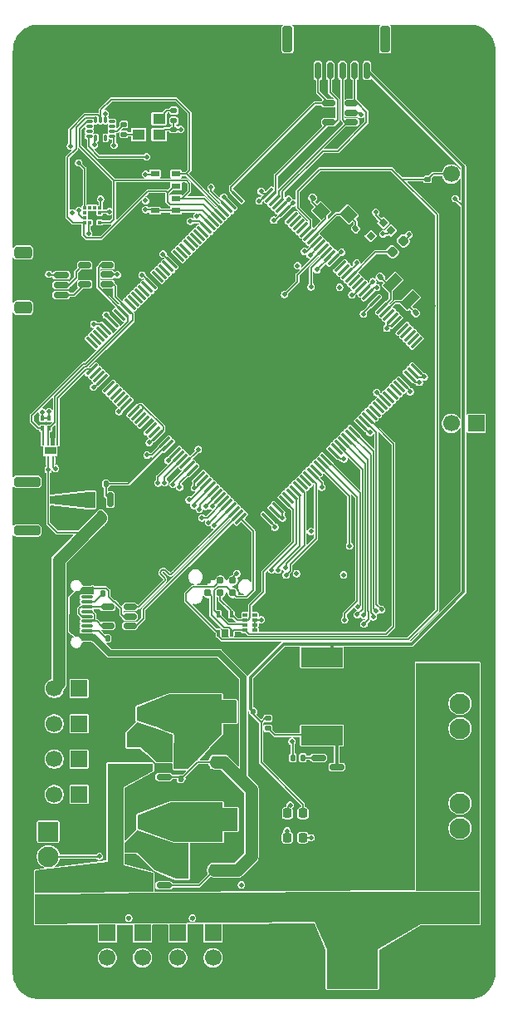
<source format=gbr>
%TF.GenerationSoftware,KiCad,Pcbnew,9.0.1*%
%TF.CreationDate,2025-05-12T23:36:45-04:00*%
%TF.ProjectId,CRVFCU,43525646-4355-42e6-9b69-6361645f7063,rev?*%
%TF.SameCoordinates,Original*%
%TF.FileFunction,Copper,L1,Top*%
%TF.FilePolarity,Positive*%
%FSLAX46Y46*%
G04 Gerber Fmt 4.6, Leading zero omitted, Abs format (unit mm)*
G04 Created by KiCad (PCBNEW 9.0.1) date 2025-05-12 23:36:45*
%MOMM*%
%LPD*%
G01*
G04 APERTURE LIST*
G04 Aperture macros list*
%AMRoundRect*
0 Rectangle with rounded corners*
0 $1 Rounding radius*
0 $2 $3 $4 $5 $6 $7 $8 $9 X,Y pos of 4 corners*
0 Add a 4 corners polygon primitive as box body*
4,1,4,$2,$3,$4,$5,$6,$7,$8,$9,$2,$3,0*
0 Add four circle primitives for the rounded corners*
1,1,$1+$1,$2,$3*
1,1,$1+$1,$4,$5*
1,1,$1+$1,$6,$7*
1,1,$1+$1,$8,$9*
0 Add four rect primitives between the rounded corners*
20,1,$1+$1,$2,$3,$4,$5,0*
20,1,$1+$1,$4,$5,$6,$7,0*
20,1,$1+$1,$6,$7,$8,$9,0*
20,1,$1+$1,$8,$9,$2,$3,0*%
%AMRotRect*
0 Rectangle, with rotation*
0 The origin of the aperture is its center*
0 $1 length*
0 $2 width*
0 $3 Rotation angle, in degrees counterclockwise*
0 Add horizontal line*
21,1,$1,$2,0,0,$3*%
G04 Aperture macros list end*
%TA.AperFunction,SMDPad,CuDef*%
%ADD10RoundRect,0.075000X-0.424264X0.530330X-0.530330X0.424264X0.424264X-0.530330X0.530330X-0.424264X0*%
%TD*%
%TA.AperFunction,SMDPad,CuDef*%
%ADD11RoundRect,0.075000X0.424264X0.530330X-0.530330X-0.424264X-0.424264X-0.530330X0.530330X0.424264X0*%
%TD*%
%TA.AperFunction,ComponentPad*%
%ADD12R,1.700000X1.700000*%
%TD*%
%TA.AperFunction,ComponentPad*%
%ADD13C,1.700000*%
%TD*%
%TA.AperFunction,SMDPad,CuDef*%
%ADD14RoundRect,0.135000X-0.185000X0.135000X-0.185000X-0.135000X0.185000X-0.135000X0.185000X0.135000X0*%
%TD*%
%TA.AperFunction,ComponentPad*%
%ADD15C,6.400000*%
%TD*%
%TA.AperFunction,ComponentPad*%
%ADD16RoundRect,0.760000X-1.140000X-1.140000X1.140000X-1.140000X1.140000X1.140000X-1.140000X1.140000X0*%
%TD*%
%TA.AperFunction,ComponentPad*%
%ADD17C,4.000000*%
%TD*%
%TA.AperFunction,ComponentPad*%
%ADD18RoundRect,0.250001X0.799999X-0.799999X0.799999X0.799999X-0.799999X0.799999X-0.799999X-0.799999X0*%
%TD*%
%TA.AperFunction,ComponentPad*%
%ADD19C,2.100000*%
%TD*%
%TA.AperFunction,SMDPad,CuDef*%
%ADD20RoundRect,0.135000X0.135000X0.185000X-0.135000X0.185000X-0.135000X-0.185000X0.135000X-0.185000X0*%
%TD*%
%TA.AperFunction,SMDPad,CuDef*%
%ADD21RoundRect,0.140000X0.021213X-0.219203X0.219203X-0.021213X-0.021213X0.219203X-0.219203X0.021213X0*%
%TD*%
%TA.AperFunction,SMDPad,CuDef*%
%ADD22RoundRect,0.140000X-0.021213X0.219203X-0.219203X0.021213X0.021213X-0.219203X0.219203X-0.021213X0*%
%TD*%
%TA.AperFunction,SMDPad,CuDef*%
%ADD23RoundRect,0.150000X-0.700000X0.150000X-0.700000X-0.150000X0.700000X-0.150000X0.700000X0.150000X0*%
%TD*%
%TA.AperFunction,SMDPad,CuDef*%
%ADD24RoundRect,0.250000X-1.100000X0.250000X-1.100000X-0.250000X1.100000X-0.250000X1.100000X0.250000X0*%
%TD*%
%TA.AperFunction,SMDPad,CuDef*%
%ADD25RoundRect,0.225000X-0.225000X-0.375000X0.225000X-0.375000X0.225000X0.375000X-0.225000X0.375000X0*%
%TD*%
%TA.AperFunction,SMDPad,CuDef*%
%ADD26RoundRect,0.140000X-0.170000X0.140000X-0.170000X-0.140000X0.170000X-0.140000X0.170000X0.140000X0*%
%TD*%
%TA.AperFunction,SMDPad,CuDef*%
%ADD27R,0.950000X0.550000*%
%TD*%
%TA.AperFunction,SMDPad,CuDef*%
%ADD28RoundRect,0.150000X-0.512500X-0.150000X0.512500X-0.150000X0.512500X0.150000X-0.512500X0.150000X0*%
%TD*%
%TA.AperFunction,SMDPad,CuDef*%
%ADD29RoundRect,0.150000X-0.587500X-0.150000X0.587500X-0.150000X0.587500X0.150000X-0.587500X0.150000X0*%
%TD*%
%TA.AperFunction,SMDPad,CuDef*%
%ADD30RoundRect,0.140000X0.170000X-0.140000X0.170000X0.140000X-0.170000X0.140000X-0.170000X-0.140000X0*%
%TD*%
%TA.AperFunction,SMDPad,CuDef*%
%ADD31R,0.400000X0.500000*%
%TD*%
%TA.AperFunction,SMDPad,CuDef*%
%ADD32RoundRect,0.218750X-0.218750X-0.256250X0.218750X-0.256250X0.218750X0.256250X-0.218750X0.256250X0*%
%TD*%
%TA.AperFunction,SMDPad,CuDef*%
%ADD33RoundRect,0.087500X-0.225000X-0.087500X0.225000X-0.087500X0.225000X0.087500X-0.225000X0.087500X0*%
%TD*%
%TA.AperFunction,SMDPad,CuDef*%
%ADD34RoundRect,0.087500X-0.087500X-0.225000X0.087500X-0.225000X0.087500X0.225000X-0.087500X0.225000X0*%
%TD*%
%TA.AperFunction,SMDPad,CuDef*%
%ADD35RoundRect,0.135000X-0.135000X-0.185000X0.135000X-0.185000X0.135000X0.185000X-0.135000X0.185000X0*%
%TD*%
%TA.AperFunction,SMDPad,CuDef*%
%ADD36RoundRect,0.218750X-0.026517X0.335876X-0.335876X0.026517X0.026517X-0.335876X0.335876X-0.026517X0*%
%TD*%
%TA.AperFunction,SMDPad,CuDef*%
%ADD37RoundRect,0.135000X0.185000X-0.135000X0.185000X0.135000X-0.185000X0.135000X-0.185000X-0.135000X0*%
%TD*%
%TA.AperFunction,SMDPad,CuDef*%
%ADD38RotRect,0.700000X0.700000X45.000000*%
%TD*%
%TA.AperFunction,SMDPad,CuDef*%
%ADD39R,1.300000X1.100000*%
%TD*%
%TA.AperFunction,SMDPad,CuDef*%
%ADD40RoundRect,0.375000X-0.625000X-0.375000X0.625000X-0.375000X0.625000X0.375000X-0.625000X0.375000X0*%
%TD*%
%TA.AperFunction,SMDPad,CuDef*%
%ADD41RoundRect,0.500000X-0.500000X-1.400000X0.500000X-1.400000X0.500000X1.400000X-0.500000X1.400000X0*%
%TD*%
%TA.AperFunction,SMDPad,CuDef*%
%ADD42R,0.375000X0.350000*%
%TD*%
%TA.AperFunction,SMDPad,CuDef*%
%ADD43R,0.350000X0.375000*%
%TD*%
%TA.AperFunction,SMDPad,CuDef*%
%ADD44RoundRect,0.150000X-0.150000X0.587500X-0.150000X-0.587500X0.150000X-0.587500X0.150000X0.587500X0*%
%TD*%
%TA.AperFunction,SMDPad,CuDef*%
%ADD45RoundRect,0.150000X0.150000X0.700000X-0.150000X0.700000X-0.150000X-0.700000X0.150000X-0.700000X0*%
%TD*%
%TA.AperFunction,SMDPad,CuDef*%
%ADD46RoundRect,0.250000X0.250000X1.100000X-0.250000X1.100000X-0.250000X-1.100000X0.250000X-1.100000X0*%
%TD*%
%TA.AperFunction,SMDPad,CuDef*%
%ADD47RotRect,1.000000X1.800000X315.000000*%
%TD*%
%TA.AperFunction,SMDPad,CuDef*%
%ADD48R,4.200000X2.000000*%
%TD*%
%TA.AperFunction,SMDPad,CuDef*%
%ADD49RoundRect,0.150000X-0.625000X0.150000X-0.625000X-0.150000X0.625000X-0.150000X0.625000X0.150000X0*%
%TD*%
%TA.AperFunction,SMDPad,CuDef*%
%ADD50RoundRect,0.250000X-0.650000X0.350000X-0.650000X-0.350000X0.650000X-0.350000X0.650000X0.350000X0*%
%TD*%
%TA.AperFunction,SMDPad,CuDef*%
%ADD51RoundRect,0.150000X0.587500X0.150000X-0.587500X0.150000X-0.587500X-0.150000X0.587500X-0.150000X0*%
%TD*%
%TA.AperFunction,SMDPad,CuDef*%
%ADD52RotRect,1.400000X1.200000X135.000000*%
%TD*%
%TA.AperFunction,ComponentPad*%
%ADD53RoundRect,0.250001X-0.799999X0.799999X-0.799999X-0.799999X0.799999X-0.799999X0.799999X0.799999X0*%
%TD*%
%TA.AperFunction,SMDPad,CuDef*%
%ADD54R,0.500000X0.400000*%
%TD*%
%TA.AperFunction,SMDPad,CuDef*%
%ADD55R,0.500000X0.300000*%
%TD*%
%TA.AperFunction,ComponentPad*%
%ADD56R,1.600000X1.600000*%
%TD*%
%TA.AperFunction,ComponentPad*%
%ADD57C,1.600000*%
%TD*%
%TA.AperFunction,SMDPad,CuDef*%
%ADD58RoundRect,0.100000X0.100000X-0.225000X0.100000X0.225000X-0.100000X0.225000X-0.100000X-0.225000X0*%
%TD*%
%TA.AperFunction,SMDPad,CuDef*%
%ADD59RoundRect,0.062500X0.062500X-0.325000X0.062500X0.325000X-0.062500X0.325000X-0.062500X-0.325000X0*%
%TD*%
%TA.AperFunction,HeatsinkPad*%
%ADD60R,1.200000X0.800000*%
%TD*%
%TA.AperFunction,SMDPad,CuDef*%
%ADD61RoundRect,0.150000X-0.425000X0.150000X-0.425000X-0.150000X0.425000X-0.150000X0.425000X0.150000X0*%
%TD*%
%TA.AperFunction,SMDPad,CuDef*%
%ADD62RoundRect,0.075000X-0.500000X0.075000X-0.500000X-0.075000X0.500000X-0.075000X0.500000X0.075000X0*%
%TD*%
%TA.AperFunction,HeatsinkPad*%
%ADD63O,2.100000X1.000000*%
%TD*%
%TA.AperFunction,HeatsinkPad*%
%ADD64O,1.800000X1.000000*%
%TD*%
%TA.AperFunction,ConnectorPad*%
%ADD65C,0.787400*%
%TD*%
%TA.AperFunction,ViaPad*%
%ADD66C,0.460000*%
%TD*%
%TA.AperFunction,ViaPad*%
%ADD67C,0.600000*%
%TD*%
%TA.AperFunction,Conductor*%
%ADD68C,0.150000*%
%TD*%
%TA.AperFunction,Conductor*%
%ADD69C,0.320000*%
%TD*%
%TA.AperFunction,Conductor*%
%ADD70C,0.640000*%
%TD*%
%TA.AperFunction,Conductor*%
%ADD71C,1.280000*%
%TD*%
G04 APERTURE END LIST*
D10*
%TO.P,U2,176,VDD*%
%TO.N,+3V3*%
X81563976Y-55496952D03*
%TO.P,U2,175,VDDLDO*%
X81210423Y-55850505D03*
%TO.P,U2,174,PDR_ON*%
%TO.N,Net-(U2-PDR_ON)*%
X80856870Y-56204058D03*
%TO.P,U2,173,VSS*%
%TO.N,GND*%
X80503316Y-56557612D03*
%TO.P,U2,172,VCAP*%
%TO.N,Net-(C13-Pad1)*%
X80149763Y-56911165D03*
%TO.P,U2,171,PE1*%
%TO.N,unconnected-(U2-PE1-Pad171)*%
X79796209Y-57264719D03*
%TO.P,U2,170,PE0*%
%TO.N,unconnected-(U2-PE0-Pad170)*%
X79442656Y-57618272D03*
%TO.P,U2,169,PB9*%
%TO.N,unconnected-(U2-PB9-Pad169)*%
X79089103Y-57971825D03*
%TO.P,U2,168,PB8*%
%TO.N,unconnected-(U2-PB8-Pad168)*%
X78735549Y-58325379D03*
%TO.P,U2,167,BOOT0*%
%TO.N,Net-(J5-Pin_2)*%
X78381996Y-58678932D03*
%TO.P,U2,166,PB7*%
%TO.N,unconnected-(U2-PB7-Pad166)*%
X78028442Y-59032485D03*
%TO.P,U2,165,PB6*%
%TO.N,unconnected-(U2-PB6-Pad165)*%
X77674889Y-59386039D03*
%TO.P,U2,164,PB5*%
%TO.N,unconnected-(U2-PB5-Pad164)*%
X77321336Y-59739592D03*
%TO.P,U2,163,PB4*%
%TO.N,unconnected-(U2-PB4-Pad163)*%
X76967782Y-60093146D03*
%TO.P,U2,162,PB3*%
%TO.N,/SWO*%
X76614229Y-60446699D03*
%TO.P,U2,161,PG15*%
%TO.N,/PYC3*%
X76260675Y-60800252D03*
%TO.P,U2,160,VDD*%
%TO.N,+3V3*%
X75907122Y-61153806D03*
%TO.P,U2,159,VSS*%
%TO.N,GND*%
X75553569Y-61507359D03*
%TO.P,U2,158,PG14*%
%TO.N,/PYR3*%
X75200015Y-61860913D03*
%TO.P,U2,157,PG13*%
%TO.N,/PYR2*%
X74846462Y-62214466D03*
%TO.P,U2,156,PG12*%
%TO.N,/PYC2*%
X74492909Y-62568019D03*
%TO.P,U2,155,PG11*%
%TO.N,/PYC1*%
X74139355Y-62921573D03*
%TO.P,U2,154,PG10*%
%TO.N,/PYR1*%
X73785802Y-63275126D03*
%TO.P,U2,153,PG9*%
%TO.N,unconnected-(U2-PG9-Pad153)*%
X73432248Y-63628680D03*
%TO.P,U2,152,VDD*%
%TO.N,+3V3*%
X73078695Y-63982233D03*
%TO.P,U2,151,VSS*%
%TO.N,GND*%
X72725142Y-64335786D03*
%TO.P,U2,150,PD7*%
%TO.N,/PYR0*%
X72371588Y-64689340D03*
%TO.P,U2,149,PD6*%
%TO.N,/PYC0*%
X72018035Y-65042893D03*
%TO.P,U2,148,PD5*%
%TO.N,/BUZZ*%
X71664481Y-65396446D03*
%TO.P,U2,147,PD4*%
%TO.N,unconnected-(U2-PD4-Pad147)*%
X71310928Y-65750000D03*
%TO.P,U2,146,PD3*%
%TO.N,/SD_DET*%
X70957375Y-66103553D03*
%TO.P,U2,145,PD2*%
%TO.N,/SD_CMD*%
X70603821Y-66457107D03*
%TO.P,U2,144,PD1*%
%TO.N,unconnected-(U2-PD1-Pad144)*%
X70250268Y-66810660D03*
%TO.P,U2,143,PD0*%
%TO.N,unconnected-(U2-PD0-Pad143)*%
X69896714Y-67164213D03*
%TO.P,U2,142,PC12*%
%TO.N,/SD_CLK*%
X69543161Y-67517767D03*
%TO.P,U2,141,PC11*%
%TO.N,/SD_DAT3*%
X69189608Y-67871320D03*
%TO.P,U2,140,PC10*%
%TO.N,/SD_DAT2*%
X68836054Y-68224874D03*
%TO.P,U2,139,PA15*%
%TO.N,unconnected-(U2-PA15-Pad139)*%
X68482501Y-68578427D03*
%TO.P,U2,138,PA14*%
%TO.N,/SWCLK*%
X68128948Y-68931980D03*
%TO.P,U2,137,VSS*%
%TO.N,GND*%
X67775394Y-69285534D03*
%TO.P,U2,136,VDD*%
%TO.N,+3V3*%
X67421841Y-69639087D03*
%TO.P,U2,135,VDDLDO*%
X67068287Y-69992641D03*
%TO.P,U2,134,VSS*%
%TO.N,GND*%
X66714734Y-70346194D03*
%TO.P,U2,133,VCAP*%
%TO.N,Net-(C14-Pad1)*%
X66361181Y-70699747D03*
D11*
%TO.P,U2,132,PA13*%
%TO.N,/SWDIO*%
X63638819Y-70699747D03*
%TO.P,U2,131,PA12*%
%TO.N,/USB_D+*%
X63285266Y-70346194D03*
%TO.P,U2,130,PA11*%
%TO.N,/USB_D-*%
X62931713Y-69992641D03*
%TO.P,U2,129,PA10*%
%TO.N,/SRV_OE*%
X62578159Y-69639087D03*
%TO.P,U2,128,PA9*%
%TO.N,/SRVI_0*%
X62224606Y-69285534D03*
%TO.P,U2,127,PA8*%
%TO.N,/SRVI_1*%
X61871052Y-68931980D03*
%TO.P,U2,126,VDD*%
%TO.N,+3V3*%
X61517499Y-68578427D03*
%TO.P,U2,125,PC9*%
%TO.N,/SD_DAT1*%
X61163946Y-68224874D03*
%TO.P,U2,124,PC8*%
%TO.N,/SD_DAT0*%
X60810392Y-67871320D03*
%TO.P,U2,123,PC7*%
%TO.N,/SRVI_2*%
X60456839Y-67517767D03*
%TO.P,U2,122,PC6*%
%TO.N,/SRVI_3*%
X60103286Y-67164213D03*
%TO.P,U2,121,VDD33_USB*%
%TO.N,+3V3*%
X59749732Y-66810660D03*
%TO.P,U2,120,VDD50_USB*%
X59396179Y-66457107D03*
%TO.P,U2,119,VSS*%
%TO.N,GND*%
X59042625Y-66103553D03*
%TO.P,U2,118,PG8*%
%TO.N,/SRVI_4*%
X58689072Y-65750000D03*
%TO.P,U2,117,PG7*%
%TO.N,/SRVI_5*%
X58335519Y-65396446D03*
%TO.P,U2,116,PG6*%
%TO.N,/FLASH_CS*%
X57981965Y-65042893D03*
%TO.P,U2,115,PG5*%
%TO.N,/SRVI_6*%
X57628412Y-64689340D03*
%TO.P,U2,114,PG4*%
%TO.N,/SRVI_7*%
X57274858Y-64335786D03*
%TO.P,U2,113,VDD*%
%TO.N,+3V3*%
X56921305Y-63982233D03*
%TO.P,U2,112,VSS*%
%TO.N,GND*%
X56567752Y-63628680D03*
%TO.P,U2,111,PG3*%
%TO.N,/VIDEO*%
X56214198Y-63275126D03*
%TO.P,U2,110,PG2*%
%TO.N,/ARM*%
X55860645Y-62921573D03*
%TO.P,U2,109,VSSDSI*%
%TO.N,GND*%
X55507091Y-62568019D03*
%TO.P,U2,108,VDD12DSI*%
%TO.N,/VDD12DSI*%
X55153538Y-62214466D03*
%TO.P,U2,107,DSI_CKN*%
%TO.N,unconnected-(U2-DSI_CKN-Pad107)*%
X54799985Y-61860913D03*
%TO.P,U2,106,DSI_CKP*%
%TO.N,unconnected-(U2-DSI_CKP-Pad106)*%
X54446431Y-61507359D03*
%TO.P,U2,105,VSSDSI*%
%TO.N,GND*%
X54092878Y-61153806D03*
%TO.P,U2,104,DSI_D0N*%
%TO.N,unconnected-(U2-DSI_D0N-Pad104)*%
X53739325Y-60800252D03*
%TO.P,U2,103,DSI_D0P*%
%TO.N,unconnected-(U2-DSI_D0P-Pad103)*%
X53385771Y-60446699D03*
%TO.P,U2,102,VDD12DSI*%
%TO.N,/VDD12DSI*%
X53032218Y-60093146D03*
%TO.P,U2,101,VCAPDSI*%
X52678664Y-59739592D03*
%TO.P,U2,100,VSS*%
%TO.N,GND*%
X52325111Y-59386039D03*
%TO.P,U2,99,VDD*%
%TO.N,+3V3*%
X51971558Y-59032485D03*
%TO.P,U2,98,PD15*%
%TO.N,unconnected-(U2-PD15-Pad98)*%
X51618004Y-58678932D03*
%TO.P,U2,97,PD14*%
%TO.N,unconnected-(U2-PD14-Pad97)*%
X51264451Y-58325379D03*
%TO.P,U2,96,PD13*%
%TO.N,unconnected-(U2-PD13-Pad96)*%
X50910897Y-57971825D03*
%TO.P,U2,95,PD12*%
%TO.N,unconnected-(U2-PD12-Pad95)*%
X50557344Y-57618272D03*
%TO.P,U2,94,PD11*%
%TO.N,unconnected-(U2-PD11-Pad94)*%
X50203791Y-57264719D03*
%TO.P,U2,93,VSS*%
%TO.N,GND*%
X49850237Y-56911165D03*
%TO.P,U2,92,VDD*%
%TO.N,+3V3*%
X49496684Y-56557612D03*
%TO.P,U2,91,PD10*%
%TO.N,unconnected-(U2-PD10-Pad91)*%
X49143130Y-56204058D03*
%TO.P,U2,90,PD9*%
%TO.N,unconnected-(U2-PD9-Pad90)*%
X48789577Y-55850505D03*
%TO.P,U2,89,PD8*%
%TO.N,/ALRT*%
X48436024Y-55496952D03*
D10*
%TO.P,U2,88,PB15*%
%TO.N,unconnected-(U2-PB15-Pad88)*%
X48436024Y-52774590D03*
%TO.P,U2,87,PB14*%
%TO.N,unconnected-(U2-PB14-Pad87)*%
X48789577Y-52421037D03*
%TO.P,U2,86,PB13*%
%TO.N,unconnected-(U2-PB13-Pad86)*%
X49143130Y-52067484D03*
%TO.P,U2,85,PB12*%
%TO.N,unconnected-(U2-PB12-Pad85)*%
X49496684Y-51713930D03*
%TO.P,U2,84,VDD*%
%TO.N,+3V3*%
X49850237Y-51360377D03*
%TO.P,U2,83,VSS*%
%TO.N,GND*%
X50203791Y-51006823D03*
%TO.P,U2,82,VDDLDO*%
%TO.N,+3V3*%
X50557344Y-50653270D03*
%TO.P,U2,81,VSS*%
%TO.N,GND*%
X50910897Y-50299717D03*
%TO.P,U2,80,VCAP*%
%TO.N,unconnected-(U2-VCAP-Pad80)*%
X51264451Y-49946163D03*
%TO.P,U2,79,PB11*%
%TO.N,/SDA*%
X51618004Y-49592610D03*
%TO.P,U2,78,PB10*%
%TO.N,/SCL*%
X51971558Y-49239057D03*
%TO.P,U2,77,PE15*%
%TO.N,unconnected-(U2-PE15-Pad77)*%
X52325111Y-48885503D03*
%TO.P,U2,76,PE14*%
%TO.N,unconnected-(U2-PE14-Pad76)*%
X52678664Y-48531950D03*
%TO.P,U2,75,PE13*%
%TO.N,unconnected-(U2-PE13-Pad75)*%
X53032218Y-48178396D03*
%TO.P,U2,74,PE12*%
%TO.N,unconnected-(U2-PE12-Pad74)*%
X53385771Y-47824843D03*
%TO.P,U2,73,PE11*%
%TO.N,unconnected-(U2-PE11-Pad73)*%
X53739325Y-47471290D03*
%TO.P,U2,72,PE10*%
%TO.N,unconnected-(U2-PE10-Pad72)*%
X54092878Y-47117736D03*
%TO.P,U2,71,VDD*%
%TO.N,+3V3*%
X54446431Y-46764183D03*
%TO.P,U2,70,VSS*%
%TO.N,GND*%
X54799985Y-46410629D03*
%TO.P,U2,69,PE9*%
%TO.N,unconnected-(U2-PE9-Pad69)*%
X55153538Y-46057076D03*
%TO.P,U2,68,PE8*%
%TO.N,unconnected-(U2-PE8-Pad68)*%
X55507091Y-45703523D03*
%TO.P,U2,67,PE7*%
%TO.N,unconnected-(U2-PE7-Pad67)*%
X55860645Y-45349969D03*
%TO.P,U2,66,PG1*%
%TO.N,unconnected-(U2-PG1-Pad66)*%
X56214198Y-44996416D03*
%TO.P,U2,65,VDD*%
%TO.N,+3V3*%
X56567752Y-44642862D03*
%TO.P,U2,64,VSS*%
%TO.N,GND*%
X56921305Y-44289309D03*
%TO.P,U2,63,PG0*%
%TO.N,unconnected-(U2-PG0-Pad63)*%
X57274858Y-43935756D03*
%TO.P,U2,62,PF15*%
%TO.N,unconnected-(U2-PF15-Pad62)*%
X57628412Y-43582202D03*
%TO.P,U2,61,PF14*%
%TO.N,unconnected-(U2-PF14-Pad61)*%
X57981965Y-43228649D03*
%TO.P,U2,60,PF13*%
%TO.N,unconnected-(U2-PF13-Pad60)*%
X58335519Y-42875096D03*
%TO.P,U2,59,PF12*%
%TO.N,unconnected-(U2-PF12-Pad59)*%
X58689072Y-42521542D03*
%TO.P,U2,58,PF11*%
%TO.N,unconnected-(U2-PF11-Pad58)*%
X59042625Y-42167989D03*
%TO.P,U2,57,PB2*%
%TO.N,unconnected-(U2-PB2-Pad57)*%
X59396179Y-41814435D03*
%TO.P,U2,56,PB1*%
%TO.N,unconnected-(U2-PB1-Pad56)*%
X59749732Y-41460882D03*
%TO.P,U2,55,PB0*%
%TO.N,/MAG_CS*%
X60103286Y-41107329D03*
%TO.P,U2,54,PC5*%
%TO.N,/IMU_CS*%
X60456839Y-40753775D03*
%TO.P,U2,53,PC4*%
%TO.N,/ALT_CS*%
X60810392Y-40400222D03*
%TO.P,U2,52,PA7*%
%TO.N,/MOSI*%
X61163946Y-40046668D03*
%TO.P,U2,51,PA6*%
%TO.N,/MISO*%
X61517499Y-39693115D03*
%TO.P,U2,50,PA5*%
%TO.N,/SCK*%
X61871052Y-39339562D03*
%TO.P,U2,49,PA4*%
%TO.N,/IMU_INT*%
X62224606Y-38986008D03*
%TO.P,U2,48,VDD*%
%TO.N,+3V3*%
X62578159Y-38632455D03*
%TO.P,U2,47,VSS*%
%TO.N,GND*%
X62931713Y-38278901D03*
%TO.P,U2,46,PA3*%
%TO.N,/RAD_RTS*%
X63285266Y-37925348D03*
%TO.P,U2,45,VSS*%
%TO.N,GND*%
X63638819Y-37571795D03*
D11*
%TO.P,U2,44,VDD*%
%TO.N,+3V3*%
X66361181Y-37571795D03*
%TO.P,U2,43,PA2*%
%TO.N,/RAD_CTS*%
X66714734Y-37925348D03*
%TO.P,U2,42,PA1*%
%TO.N,/RAD_RX*%
X67068287Y-38278901D03*
%TO.P,U2,41,PA0*%
%TO.N,/RAD_TX*%
X67421841Y-38632455D03*
%TO.P,U2,40,VDDA*%
%TO.N,/VDDA*%
X67775394Y-38986008D03*
%TO.P,U2,39,VREF+*%
%TO.N,/VREF*%
X68128948Y-39339562D03*
%TO.P,U2,38,VSSA*%
%TO.N,GND*%
X68482501Y-39693115D03*
%TO.P,U2,37,PC3_C*%
%TO.N,unconnected-(U2-PC3_C-Pad37)*%
X68836054Y-40046668D03*
%TO.P,U2,36,PC2_C*%
%TO.N,unconnected-(U2-PC2_C-Pad36)*%
X69189608Y-40400222D03*
%TO.P,U2,35,PC1*%
%TO.N,unconnected-(U2-PC1-Pad35)*%
X69543161Y-40753775D03*
%TO.P,U2,34,PC0*%
%TO.N,unconnected-(U2-PC0-Pad34)*%
X69896714Y-41107329D03*
%TO.P,U2,33,NRST*%
%TO.N,/RESET*%
X70250268Y-41460882D03*
%TO.P,U2,32,PH1*%
%TO.N,/OSC1*%
X70603821Y-41814435D03*
%TO.P,U2,31,PH0*%
%TO.N,/OSC0*%
X70957375Y-42167989D03*
%TO.P,U2,30,PF10*%
%TO.N,/QSPI_CLK*%
X71310928Y-42521542D03*
%TO.P,U2,29,PF9*%
%TO.N,/QSPI_IO1*%
X71664481Y-42875096D03*
%TO.P,U2,28,PF8*%
%TO.N,/QSPI_IO0*%
X72018035Y-43228649D03*
%TO.P,U2,27,PF7*%
%TO.N,/QSPI_IO2*%
X72371588Y-43582202D03*
%TO.P,U2,26,PF6*%
%TO.N,/QSPI_IO3*%
X72725142Y-43935756D03*
%TO.P,U2,25,VDD*%
%TO.N,+3V3*%
X73078695Y-44289309D03*
%TO.P,U2,24,VSS*%
%TO.N,GND*%
X73432248Y-44642862D03*
%TO.P,U2,23,PF5*%
%TO.N,unconnected-(U2-PF5-Pad23)*%
X73785802Y-44996416D03*
%TO.P,U2,22,PF4*%
%TO.N,unconnected-(U2-PF4-Pad22)*%
X74139355Y-45349969D03*
%TO.P,U2,21,PF3*%
%TO.N,/NEOPIX*%
X74492909Y-45703523D03*
%TO.P,U2,20,PF2*%
%TO.N,/LED*%
X74846462Y-46057076D03*
%TO.P,U2,19,PF1*%
%TO.N,unconnected-(U2-PF1-Pad19)*%
X75200015Y-46410629D03*
%TO.P,U2,18,PF0*%
%TO.N,unconnected-(U2-PF0-Pad18)*%
X75553569Y-46764183D03*
%TO.P,U2,17,VFBSMPS*%
%TO.N,+3V3*%
X75907122Y-47117736D03*
%TO.P,U2,16,VDDSMPS*%
%TO.N,/VDDSMPS*%
X76260675Y-47471290D03*
%TO.P,U2,15,VLXSMPS*%
%TO.N,/VLXSMPS*%
X76614229Y-47824843D03*
%TO.P,U2,14,VSSSMPS*%
%TO.N,GND*%
X76967782Y-48178396D03*
%TO.P,U2,13,VDD*%
%TO.N,+3V3*%
X77321336Y-48531950D03*
%TO.P,U2,12,VSS*%
%TO.N,GND*%
X77674889Y-48885503D03*
%TO.P,U2,11,PC15*%
%TO.N,/PC15*%
X78028442Y-49239057D03*
%TO.P,U2,10,PC14*%
%TO.N,/PC14*%
X78381996Y-49592610D03*
%TO.P,U2,9,PC13*%
%TO.N,unconnected-(U2-PC13-Pad9)*%
X78735549Y-49946163D03*
%TO.P,U2,8,VBAT*%
%TO.N,+3V3*%
X79089103Y-50299717D03*
%TO.P,U2,7,VDD*%
X79442656Y-50653270D03*
%TO.P,U2,6,VSS*%
%TO.N,GND*%
X79796209Y-51006823D03*
%TO.P,U2,5,PE6*%
%TO.N,unconnected-(U2-PE6-Pad5)*%
X80149763Y-51360377D03*
%TO.P,U2,4,PE5*%
%TO.N,unconnected-(U2-PE5-Pad4)*%
X80503316Y-51713930D03*
%TO.P,U2,3,PE4*%
%TO.N,unconnected-(U2-PE4-Pad3)*%
X80856870Y-52067484D03*
%TO.P,U2,2,PE3*%
%TO.N,unconnected-(U2-PE3-Pad2)*%
X81210423Y-52421037D03*
%TO.P,U2,1,PE2*%
%TO.N,unconnected-(U2-PE2-Pad1)*%
X81563976Y-52774590D03*
%TD*%
D12*
%TO.P,PWM7,1,Pin_1*%
%TO.N,/SRVO_7*%
X60799999Y-112900000D03*
D13*
%TO.P,PWM7,2,Pin_2*%
%TO.N,+8V4*%
X60799999Y-115440000D03*
%TO.P,PWM7,3,Pin_3*%
%TO.N,GND*%
X60799999Y-117980000D03*
%TD*%
D14*
%TO.P,R40,1*%
%TO.N,+5V*%
X66400000Y-91040000D03*
%TO.P,R40,2*%
%TO.N,Net-(BZ1--)*%
X66400000Y-92060000D03*
%TD*%
D15*
%TO.P,H2,1,1*%
%TO.N,GND*%
X86000000Y-24000000D03*
%TD*%
D16*
%TO.P,BATT1,1,Pin_1*%
%TO.N,GND*%
X70000000Y-116000000D03*
D17*
%TO.P,BATT1,2,Pin_2*%
%TO.N,VBAT*%
X75000000Y-116000000D03*
%TD*%
D18*
%TO.P,PYRO_TERM1,1,Pin_1*%
%TO.N,VBAT*%
X86000000Y-109860000D03*
D19*
%TO.P,PYRO_TERM1,2,Pin_2*%
%TO.N,/VPYRO*%
X86000000Y-107320000D03*
%TO.P,PYRO_TERM1,3,Pin_3*%
X86000000Y-104780000D03*
%TO.P,PYRO_TERM1,4,Pin_4*%
%TO.N,/PYO0*%
X86000000Y-102240000D03*
%TO.P,PYRO_TERM1,5,Pin_5*%
%TO.N,/PYO1*%
X86000000Y-99700000D03*
%TO.P,PYRO_TERM1,6,Pin_6*%
%TO.N,/VPYRO*%
X86000000Y-97160000D03*
%TO.P,PYRO_TERM1,7,Pin_7*%
X86000000Y-94620000D03*
%TO.P,PYRO_TERM1,8,Pin_8*%
%TO.N,/PYO2*%
X86000000Y-92080000D03*
%TO.P,PYRO_TERM1,9,Pin_9*%
%TO.N,/PYO3*%
X86000000Y-89540000D03*
%TO.P,PYRO_TERM1,10,Pin_10*%
%TO.N,/VPYRO*%
X86000000Y-87000000D03*
%TD*%
D20*
%TO.P,R17,1*%
%TO.N,GND*%
X51060000Y-82900000D03*
%TO.P,R17,2*%
%TO.N,Net-(J3-CC2)*%
X50040000Y-82900000D03*
%TD*%
D21*
%TO.P,C37,1*%
%TO.N,/PC15*%
X77860589Y-46089411D03*
%TO.P,C37,2*%
%TO.N,GND*%
X78539411Y-45410589D03*
%TD*%
D22*
%TO.P,C52,1*%
%TO.N,/OSC0*%
X75339411Y-41160589D03*
%TO.P,C52,2*%
%TO.N,GND*%
X74660589Y-41839411D03*
%TD*%
D12*
%TO.P,PWM2,1,Pin_1*%
%TO.N,/SRVO_2*%
X47140000Y-95200000D03*
D13*
%TO.P,PWM2,2,Pin_2*%
%TO.N,+8V4*%
X44600000Y-95200000D03*
%TO.P,PWM2,3,Pin_3*%
%TO.N,GND*%
X42060000Y-95200000D03*
%TD*%
D23*
%TO.P,VIDEO1,1,Pin_1*%
%TO.N,Net-(Q5-S)*%
X45050000Y-68800000D03*
%TO.P,VIDEO1,2,Pin_2*%
%TO.N,GND*%
X45050000Y-70050000D03*
D24*
%TO.P,VIDEO1,MP*%
%TO.N,N/C*%
X41850000Y-66950000D03*
X41850000Y-71900000D03*
%TD*%
D25*
%TO.P,D1,1,K*%
%TO.N,+5V*%
X57750002Y-95500000D03*
%TO.P,D1,2,A*%
%TO.N,VBUS*%
X61050002Y-95500000D03*
%TD*%
D26*
%TO.P,C41,1*%
%TO.N,GND*%
X82700000Y-35170000D03*
%TO.P,C41,2*%
%TO.N,/RESET*%
X82700000Y-36130000D03*
%TD*%
D27*
%TO.P,U1,1,VDD*%
%TO.N,+3V3*%
X54875000Y-35575000D03*
%TO.P,U1,2,PS*%
%TO.N,GND*%
X54875000Y-36825000D03*
%TO.P,U1,3,GND*%
X54875000Y-38075000D03*
%TO.P,U1,4,CSB*%
%TO.N,/ALT_CS*%
X54875000Y-39325000D03*
%TO.P,U1,5,CSB*%
X57025000Y-39325000D03*
%TO.P,U1,6,SDO*%
%TO.N,/MISO*%
X57025000Y-38075000D03*
%TO.P,U1,7,SDI/SDA*%
%TO.N,/MOSI*%
X57025000Y-36825000D03*
%TO.P,U1,8,SCLK*%
%TO.N,/SCK*%
X57025000Y-35575000D03*
%TD*%
D12*
%TO.P,PWM4,1,Pin_1*%
%TO.N,/SRVO_4*%
X50000000Y-112900000D03*
D13*
%TO.P,PWM4,2,Pin_2*%
%TO.N,+8V4*%
X50000000Y-115440000D03*
%TO.P,PWM4,3,Pin_3*%
%TO.N,GND*%
X50000000Y-117980000D03*
%TD*%
D12*
%TO.P,PWM6,1,Pin_1*%
%TO.N,/SRVO_6*%
X57200000Y-112900000D03*
D13*
%TO.P,PWM6,2,Pin_2*%
%TO.N,+8V4*%
X57200000Y-115440000D03*
%TO.P,PWM6,3,Pin_3*%
%TO.N,GND*%
X57200000Y-117980000D03*
%TD*%
D28*
%TO.P,U14,1,I/O1*%
%TO.N,Net-(J3-D--PadA7)*%
X50050001Y-79700000D03*
%TO.P,U14,2,GND*%
%TO.N,GND*%
X50050001Y-80650000D03*
%TO.P,U14,3,I/O2*%
%TO.N,Net-(J3-D+-PadA6)*%
X50050001Y-81600000D03*
%TO.P,U14,4,I/O2*%
%TO.N,/USB_D+*%
X52325001Y-81600000D03*
%TO.P,U14,5,VBUS*%
%TO.N,VBUS*%
X52325001Y-80650000D03*
%TO.P,U14,6,I/O1*%
%TO.N,/USB_D-*%
X52325001Y-79700000D03*
%TD*%
D25*
%TO.P,D2,1,K*%
%TO.N,Net-(D2-K)*%
X57650000Y-106500000D03*
%TO.P,D2,2,A*%
%TO.N,VBUS*%
X60950000Y-106500000D03*
%TD*%
D21*
%TO.P,C38,1*%
%TO.N,/PC14*%
X81460589Y-49739411D03*
%TO.P,C38,2*%
%TO.N,GND*%
X82139411Y-49060589D03*
%TD*%
D29*
%TO.P,Q4,1,B*%
%TO.N,Net-(Q4-B)*%
X71550000Y-95050000D03*
%TO.P,Q4,2,E*%
%TO.N,GND*%
X71550000Y-96950000D03*
%TO.P,Q4,3,C*%
%TO.N,Net-(BZ1--)*%
X73425000Y-96000000D03*
%TD*%
D28*
%TO.P,U13,1,I/O1*%
%TO.N,Net-(STEMMA_QT1-Pin_3)*%
X47700000Y-44900000D03*
%TO.P,U13,2,GND*%
%TO.N,GND*%
X47700000Y-45850000D03*
%TO.P,U13,3,I/O2*%
%TO.N,Net-(STEMMA_QT1-Pin_4)*%
X47700000Y-46800000D03*
%TO.P,U13,4,I/O2*%
%TO.N,/SCL*%
X49975000Y-46800000D03*
%TO.P,U13,5,VBUS*%
%TO.N,+3V3*%
X49975000Y-45850000D03*
%TO.P,U13,6,I/O1*%
%TO.N,/SDA*%
X49975000Y-44900000D03*
%TD*%
D26*
%TO.P,C9,1*%
%TO.N,+3V3*%
X62300000Y-102020000D03*
%TO.P,C9,2*%
%TO.N,GND*%
X62300000Y-102980000D03*
%TD*%
D30*
%TO.P,C5,1*%
%TO.N,+5V*%
X62300002Y-89580000D03*
%TO.P,C5,2*%
%TO.N,GND*%
X62300002Y-88620000D03*
%TD*%
D31*
%TO.P,R15,1*%
%TO.N,+3V3*%
X44100000Y-60480833D03*
%TO.P,R15,2*%
X43400000Y-60480833D03*
%TO.P,R15,3*%
%TO.N,/SDA*%
X43400000Y-61480833D03*
%TO.P,R15,4*%
%TO.N,/SCL*%
X44100000Y-61480833D03*
%TD*%
D32*
%TO.P,5V_PWR1,1,K*%
%TO.N,Net-(5V_PWR1-K)*%
X68402500Y-100710000D03*
%TO.P,5V_PWR1,2,A*%
%TO.N,+5V*%
X69977500Y-100710000D03*
%TD*%
D33*
%TO.P,U4,1,SDO/ADO*%
%TO.N,/MISO*%
X48175000Y-30250000D03*
%TO.P,U4,2,MAS_DA*%
%TO.N,unconnected-(U4-MAS_DA-Pad2)*%
X48175000Y-30750000D03*
%TO.P,U4,3,MAS_CLK*%
%TO.N,unconnected-(U4-MAS_CLK-Pad3)*%
X48175000Y-31250000D03*
%TO.P,U4,4,INT1*%
%TO.N,/IMU_INT*%
X48175000Y-31750000D03*
D34*
%TO.P,U4,5,VDDIO*%
%TO.N,+3V3*%
X48837500Y-31912500D03*
%TO.P,U4,6,GND*%
%TO.N,GND*%
X49337500Y-31912500D03*
%TO.P,U4,7*%
%TO.N,N/C*%
X49837500Y-31912500D03*
D33*
%TO.P,U4,8,VDD*%
%TO.N,+3V3*%
X50500000Y-31750000D03*
%TO.P,U4,9,INT2/CLK_IN*%
%TO.N,Net-(U4-INT2{slash}CLK_IN)*%
X50500000Y-31250000D03*
%TO.P,U4,10,AUX_CS*%
%TO.N,unconnected-(U4-AUX_CS-Pad10)*%
X50500000Y-30750000D03*
%TO.P,U4,11,AUX_SDO*%
%TO.N,unconnected-(U4-AUX_SDO-Pad11)*%
X50500000Y-30250000D03*
D34*
%TO.P,U4,12,~{CS}*%
%TO.N,/IMU_CS*%
X49837500Y-30087500D03*
%TO.P,U4,13,SCL/SCK*%
%TO.N,/SCK*%
X49337500Y-30087500D03*
%TO.P,U4,14,SDA/SDI*%
%TO.N,/MOSI*%
X48837500Y-30087500D03*
%TD*%
D35*
%TO.P,R41,1*%
%TO.N,/BUZZ*%
X68940000Y-95050000D03*
%TO.P,R41,2*%
%TO.N,Net-(Q4-B)*%
X69960000Y-95050000D03*
%TD*%
D14*
%TO.P,R7,1*%
%TO.N,Net-(Y3-EN)*%
X56800000Y-29130001D03*
%TO.P,R7,2*%
%TO.N,+3V3*%
X56800000Y-30150001D03*
%TD*%
D15*
%TO.P,H4,1,1*%
%TO.N,GND*%
X86000000Y-116000000D03*
%TD*%
D28*
%TO.P,U9,1,I/O1*%
%TO.N,/RAD_RTS*%
X72637499Y-28399999D03*
%TO.P,U9,2,GND*%
%TO.N,GND*%
X72637499Y-29349999D03*
%TO.P,U9,3,I/O2*%
%TO.N,/RAD_CTS*%
X72637499Y-30299999D03*
%TO.P,U9,4,I/O3*%
%TO.N,/RAD_RX*%
X74912499Y-30299999D03*
%TO.P,U9,5,VBUS*%
%TO.N,+3V3*%
X74912499Y-29349999D03*
%TO.P,U9,6,I/O4*%
%TO.N,/RAD_TX*%
X74912499Y-28399999D03*
%TD*%
D36*
%TO.P,LED1,1,K*%
%TO.N,Net-(LED1-K)*%
X80205812Y-42394189D03*
%TO.P,LED1,2,A*%
%TO.N,/LED*%
X79092118Y-43507883D03*
%TD*%
D37*
%TO.P,R18,1*%
%TO.N,Net-(Y3-OUT)*%
X51700000Y-31550001D03*
%TO.P,R18,2*%
%TO.N,Net-(U4-INT2{slash}CLK_IN)*%
X51700000Y-30530001D03*
%TD*%
D21*
%TO.P,C50,1*%
%TO.N,/OSC1*%
X70960589Y-38039411D03*
%TO.P,C50,2*%
%TO.N,GND*%
X71639411Y-37360589D03*
%TD*%
D38*
%TO.P,NEOPIX1,1,DOUT*%
%TO.N,unconnected-(NEOPIX1-DOUT-Pad1)*%
X76878178Y-41876188D03*
%TO.P,NEOPIX1,2,VSS*%
%TO.N,GND*%
X77655995Y-42654005D03*
%TO.P,NEOPIX1,3,DIN*%
%TO.N,Net-(NEOPIX1-DIN)*%
X78950000Y-41360000D03*
%TO.P,NEOPIX1,4,VDD*%
%TO.N,+5V*%
X78172183Y-40582183D03*
%TD*%
D12*
%TO.P,PWM5,1,Pin_1*%
%TO.N,/SRVO_5*%
X53600001Y-112900000D03*
D13*
%TO.P,PWM5,2,Pin_2*%
%TO.N,+8V4*%
X53600001Y-115440000D03*
%TO.P,PWM5,3,Pin_3*%
%TO.N,GND*%
X53600001Y-117980000D03*
%TD*%
D39*
%TO.P,Y3,1,EN*%
%TO.N,Net-(Y3-EN)*%
X55300000Y-29940001D03*
%TO.P,Y3,2,GND*%
%TO.N,GND*%
X53200000Y-29940001D03*
%TO.P,Y3,3,OUT*%
%TO.N,Net-(Y3-OUT)*%
X53200000Y-31590001D03*
%TO.P,Y3,4,Vdd*%
%TO.N,+3V3*%
X55300000Y-31590001D03*
%TD*%
D26*
%TO.P,C7,1*%
%TO.N,Net-(D2-K)*%
X52300000Y-104220000D03*
%TO.P,C7,2*%
%TO.N,GND*%
X52300000Y-105180000D03*
%TD*%
D40*
%TO.P,U7,1,GND*%
%TO.N,GND*%
X54200001Y-99300000D03*
%TO.P,U7,2,VO*%
%TO.N,+3V3*%
X54200001Y-101600000D03*
D41*
X60500001Y-101600000D03*
D40*
%TO.P,U7,3,VI*%
%TO.N,Net-(D2-K)*%
X54200001Y-103900000D03*
%TD*%
D35*
%TO.P,R2,1*%
%TO.N,VBUS*%
X57500001Y-97200000D03*
%TO.P,R2,2*%
%TO.N,GND*%
X58520001Y-97200000D03*
%TD*%
D42*
%TO.P,U3,1,SCL/SPC*%
%TO.N,/SCK*%
X47705000Y-39050000D03*
%TO.P,U3,2,NC*%
%TO.N,unconnected-(U3-NC-Pad2)*%
X47705000Y-39550000D03*
%TO.P,U3,3,~{CS}*%
%TO.N,/MAG_CS*%
X47705000Y-40050000D03*
%TO.P,U3,4,SDA/SDI/SDO*%
%TO.N,/MOSI*%
X47705000Y-40550000D03*
D43*
%TO.P,U3,5,C1*%
%TO.N,Net-(U3-C1)*%
X48217500Y-40562500D03*
%TO.P,U3,6,GND*%
%TO.N,GND*%
X48717500Y-40562500D03*
D42*
%TO.P,U3,7,DRDY*%
%TO.N,/MISO*%
X49230000Y-40550000D03*
%TO.P,U3,8,GND*%
%TO.N,GND*%
X49230000Y-40050000D03*
%TO.P,U3,9,Vdd*%
%TO.N,+3V3*%
X49230000Y-39550000D03*
%TO.P,U3,10,Vdd_IO*%
X49230000Y-39050000D03*
D43*
%TO.P,U3,11,NC*%
%TO.N,unconnected-(U3-NC-Pad11)*%
X48717500Y-39037500D03*
%TO.P,U3,12,NC*%
%TO.N,unconnected-(U3-NC-Pad12)*%
X48217500Y-39037500D03*
%TD*%
D44*
%TO.P,Q5,1,G*%
%TO.N,/VIDEO*%
X50300000Y-68775000D03*
%TO.P,Q5,2,S*%
%TO.N,Net-(Q5-S)*%
X48400000Y-68775000D03*
%TO.P,Q5,3,D*%
%TO.N,+8V4*%
X49350000Y-70650000D03*
%TD*%
D45*
%TO.P,RADIO_5VPWR_3V3IO1,1,Pin_1*%
%TO.N,+5V*%
X76499999Y-25050000D03*
%TO.P,RADIO_5VPWR_3V3IO1,2,Pin_2*%
%TO.N,/RAD_TX*%
X75249999Y-25050000D03*
%TO.P,RADIO_5VPWR_3V3IO1,3,Pin_3*%
%TO.N,/RAD_RX*%
X73999999Y-25050000D03*
%TO.P,RADIO_5VPWR_3V3IO1,4,Pin_4*%
%TO.N,/RAD_CTS*%
X72749999Y-25050000D03*
%TO.P,RADIO_5VPWR_3V3IO1,5,Pin_5*%
%TO.N,/RAD_RTS*%
X71499999Y-25050000D03*
%TO.P,RADIO_5VPWR_3V3IO1,6,Pin_6*%
%TO.N,GND*%
X70249999Y-25050000D03*
D46*
%TO.P,RADIO_5VPWR_3V3IO1,MP*%
%TO.N,N/C*%
X78349999Y-21850000D03*
X68399999Y-21850000D03*
%TD*%
D12*
%TO.P,J5,1,Pin_1*%
%TO.N,+3V3*%
X87650000Y-61000000D03*
D13*
%TO.P,J5,2,Pin_2*%
%TO.N,Net-(J5-Pin_2)*%
X85110000Y-61000000D03*
%TD*%
D12*
%TO.P,PWM3,1,Pin_1*%
%TO.N,/SRVO_3*%
X47140000Y-98800000D03*
D13*
%TO.P,PWM3,2,Pin_2*%
%TO.N,+8V4*%
X44600000Y-98800000D03*
%TO.P,PWM3,3,Pin_3*%
%TO.N,GND*%
X42060000Y-98800000D03*
%TD*%
D12*
%TO.P,J2,1,Pin_1*%
%TO.N,GND*%
X87650000Y-35600000D03*
D13*
%TO.P,J2,2,Pin_2*%
%TO.N,/RESET*%
X85110000Y-35600000D03*
%TD*%
D26*
%TO.P,C49,1*%
%TO.N,+3V3*%
X56800000Y-31050000D03*
%TO.P,C49,2*%
%TO.N,GND*%
X56800000Y-32010000D03*
%TD*%
D20*
%TO.P,R13,1*%
%TO.N,GND*%
X50610000Y-78300000D03*
%TO.P,R13,2*%
%TO.N,Net-(J3-CC1)*%
X49590000Y-78300000D03*
%TD*%
D12*
%TO.P,PWM0,1,Pin_1*%
%TO.N,/SRVO_0*%
X47140000Y-88000001D03*
D13*
%TO.P,PWM0,2,Pin_2*%
%TO.N,+8V4*%
X44600000Y-88000001D03*
%TO.P,PWM0,3,Pin_3*%
%TO.N,GND*%
X42060000Y-88000001D03*
%TD*%
D12*
%TO.P,PWM1,1,Pin_1*%
%TO.N,/SRVO_1*%
X47140000Y-91600000D03*
D13*
%TO.P,PWM1,2,Pin_2*%
%TO.N,+8V4*%
X44600000Y-91600000D03*
%TO.P,PWM1,3,Pin_3*%
%TO.N,GND*%
X42060000Y-91600000D03*
%TD*%
D47*
%TO.P,Y1,1,1*%
%TO.N,/PC14*%
X80894811Y-48419654D03*
%TO.P,Y1,2,2*%
%TO.N,/PC15*%
X79127045Y-46651888D03*
%TD*%
D48*
%TO.P,BZ1,1,+*%
%TO.N,+5V*%
X71900000Y-84800000D03*
%TO.P,BZ1,2,-*%
%TO.N,Net-(BZ1--)*%
X71900000Y-92800000D03*
%TD*%
D49*
%TO.P,STEMMA_QT1,1,Pin_1*%
%TO.N,GND*%
X45324998Y-44900000D03*
%TO.P,STEMMA_QT1,2,Pin_2*%
%TO.N,+3V3*%
X45324998Y-45900000D03*
%TO.P,STEMMA_QT1,3,Pin_3*%
%TO.N,Net-(STEMMA_QT1-Pin_3)*%
X45324998Y-46900000D03*
%TO.P,STEMMA_QT1,4,Pin_4*%
%TO.N,Net-(STEMMA_QT1-Pin_4)*%
X45324998Y-47900000D03*
D50*
%TO.P,STEMMA_QT1,MP*%
%TO.N,N/C*%
X41449998Y-43600000D03*
X41449998Y-49200000D03*
%TD*%
D51*
%TO.P,Q6,1,G*%
%TO.N,VBUS*%
X55800000Y-108050000D03*
%TO.P,Q6,2,S*%
%TO.N,Net-(D2-K)*%
X55800000Y-106150000D03*
%TO.P,Q6,3,D*%
%TO.N,+8V4*%
X53925000Y-107100000D03*
%TD*%
D52*
%TO.P,Y2,1,1*%
%TO.N,/OSC0*%
X74602081Y-39697919D03*
%TO.P,Y2,2,2*%
%TO.N,GND*%
X73046446Y-38142284D03*
%TO.P,Y2,3,3*%
%TO.N,/OSC1*%
X71844365Y-39344365D03*
%TO.P,Y2,4,4*%
%TO.N,GND*%
X73400000Y-40900000D03*
%TD*%
D53*
%TO.P,ARM1,1,Pin_1*%
%TO.N,+3V3*%
X44000000Y-102580000D03*
D19*
%TO.P,ARM1,2,Pin_2*%
%TO.N,Net-(ARM1-Pin_2)*%
X44000000Y-105120000D03*
%TO.P,ARM1,3,Pin_3*%
%TO.N,+8V4*%
X44000000Y-107660000D03*
%TO.P,ARM1,4,Pin_4*%
%TO.N,VBAT*%
X44000000Y-110200000D03*
%TD*%
D51*
%TO.P,Q3,1,G*%
%TO.N,VBUS*%
X55800002Y-97000000D03*
%TO.P,Q3,2,S*%
%TO.N,Net-(Q3-S)*%
X55800002Y-95100000D03*
%TO.P,Q3,3,D*%
%TO.N,+8V4*%
X53925002Y-96050000D03*
%TD*%
D40*
%TO.P,U6,1,GND*%
%TO.N,GND*%
X54150002Y-88300000D03*
%TO.P,U6,2,VO*%
%TO.N,+5V*%
X54150002Y-90600000D03*
D41*
X60450002Y-90600000D03*
D40*
%TO.P,U6,3,VI*%
%TO.N,Net-(Q3-S)*%
X54150002Y-92900000D03*
%TD*%
D15*
%TO.P,H1,1,1*%
%TO.N,GND*%
X44000000Y-116000000D03*
%TD*%
D54*
%TO.P,R1,1*%
%TO.N,+3V3*%
X65070000Y-82050000D03*
D55*
%TO.P,R1,2*%
X65070000Y-81550000D03*
%TO.P,R1,3*%
X65070000Y-81050000D03*
D54*
%TO.P,R1,4*%
%TO.N,N/C*%
X65070000Y-80550000D03*
%TO.P,R1,5*%
X64070000Y-80550000D03*
D55*
%TO.P,R1,6*%
%TO.N,/SWCLK*%
X64070000Y-81050000D03*
%TO.P,R1,7*%
%TO.N,/SWDIO*%
X64070000Y-81550000D03*
D54*
%TO.P,R1,8*%
%TO.N,/SWO*%
X64070000Y-82050000D03*
%TD*%
D56*
%TO.P,C1,1*%
%TO.N,VBAT*%
X73820000Y-110272651D03*
D57*
%TO.P,C1,2*%
%TO.N,GND*%
X73820000Y-105272651D03*
%TD*%
D58*
%TO.P,U12,1,IO1*%
%TO.N,/RESET*%
X61370000Y-82350000D03*
%TO.P,U12,2,GND*%
%TO.N,GND*%
X62020000Y-82350000D03*
%TO.P,U12,3,IO2*%
%TO.N,/SWO*%
X62670000Y-82350000D03*
%TO.P,U12,4,IO3*%
%TO.N,/SWCLK*%
X62670000Y-80450000D03*
%TO.P,U12,5,IO4*%
%TO.N,/SWDIO*%
X61370000Y-80450000D03*
%TD*%
D59*
%TO.P,U15,1,CTG*%
%TO.N,GND*%
X43450000Y-64787501D03*
%TO.P,U15,2,CELL*%
%TO.N,+8V4*%
X43950000Y-64787501D03*
%TO.P,U15,3,VDD*%
%TO.N,+3V3*%
X44450000Y-64787501D03*
%TO.P,U15,4,GND*%
%TO.N,GND*%
X44950000Y-64787501D03*
%TO.P,U15,5,~{ALRT}*%
%TO.N,/ALRT*%
X44950000Y-62812501D03*
%TO.P,U15,6,QSRT*%
%TO.N,GND*%
X44450000Y-62812501D03*
%TO.P,U15,7,SCL*%
%TO.N,/SCL*%
X43950000Y-62812501D03*
%TO.P,U15,8,SDA*%
%TO.N,/SDA*%
X43450000Y-62812501D03*
D60*
%TO.P,U15,9*%
%TO.N,N/C*%
X44200000Y-63800001D03*
%TD*%
D30*
%TO.P,C8,1*%
%TO.N,+3V3*%
X62300000Y-100680000D03*
%TO.P,C8,2*%
%TO.N,GND*%
X62300000Y-99720000D03*
%TD*%
D26*
%TO.P,C4,1*%
%TO.N,Net-(Q3-S)*%
X52400002Y-93640000D03*
%TO.P,C4,2*%
%TO.N,GND*%
X52400002Y-94600000D03*
%TD*%
D30*
%TO.P,C2,1*%
%TO.N,VBAT*%
X68500000Y-109180000D03*
%TO.P,C2,2*%
%TO.N,GND*%
X68500000Y-108220000D03*
%TD*%
D20*
%TO.P,R45,1*%
%TO.N,/VIDEO*%
X49869999Y-67150000D03*
%TO.P,R45,2*%
%TO.N,GND*%
X48849999Y-67150000D03*
%TD*%
D26*
%TO.P,C6,1*%
%TO.N,+5V*%
X62300002Y-91040000D03*
%TO.P,C6,2*%
%TO.N,GND*%
X62300002Y-92000000D03*
%TD*%
D15*
%TO.P,H3,1,1*%
%TO.N,GND*%
X44000000Y-24000000D03*
%TD*%
D32*
%TO.P,3V3_PWR1,1,K*%
%TO.N,Net-(3V3_PWR1-K)*%
X68375000Y-103200000D03*
%TO.P,3V3_PWR1,2,A*%
%TO.N,+3V3*%
X69950000Y-103200000D03*
%TD*%
D61*
%TO.P,J3,A1,GND*%
%TO.N,GND*%
X47930000Y-77200000D03*
%TO.P,J3,A4,VBUS*%
%TO.N,VBUS*%
X47930000Y-78000000D03*
D62*
%TO.P,J3,A5,CC1*%
%TO.N,Net-(J3-CC1)*%
X47930000Y-79150000D03*
%TO.P,J3,A6,D+*%
%TO.N,Net-(J3-D+-PadA6)*%
X47930000Y-80150000D03*
%TO.P,J3,A7,D-*%
%TO.N,Net-(J3-D--PadA7)*%
X47930000Y-80650000D03*
%TO.P,J3,A8,SBU1*%
%TO.N,unconnected-(J3-SBU1-PadA8)*%
X47930000Y-81650000D03*
D61*
%TO.P,J3,A9,VBUS*%
%TO.N,VBUS*%
X47930000Y-82800000D03*
%TO.P,J3,A12,GND*%
%TO.N,GND*%
X47930000Y-83600000D03*
%TO.P,J3,B1,GND*%
X47930000Y-83600000D03*
%TO.P,J3,B4,VBUS*%
%TO.N,VBUS*%
X47930000Y-82800000D03*
D62*
%TO.P,J3,B5,CC2*%
%TO.N,Net-(J3-CC2)*%
X47930000Y-82150000D03*
%TO.P,J3,B6,D+*%
%TO.N,Net-(J3-D+-PadA6)*%
X47930000Y-81150000D03*
%TO.P,J3,B7,D-*%
%TO.N,Net-(J3-D--PadA7)*%
X47930000Y-79650000D03*
%TO.P,J3,B8,SBU2*%
%TO.N,unconnected-(J3-SBU2-PadB8)*%
X47930000Y-78650000D03*
D61*
%TO.P,J3,B9,VBUS*%
%TO.N,VBUS*%
X47930000Y-78000000D03*
%TO.P,J3,B12,GND*%
%TO.N,GND*%
X47930000Y-77200000D03*
D63*
%TO.P,J3,S1,SHIELD*%
X47355000Y-76080000D03*
D64*
X43175000Y-76080000D03*
D63*
X47355000Y-84720000D03*
D64*
X43175000Y-84720000D03*
%TD*%
D65*
%TO.P,J1,6,SWO*%
%TO.N,/SWO*%
X60280000Y-78270000D03*
%TO.P,J1,5,GND*%
%TO.N,GND*%
X60280000Y-77000000D03*
%TO.P,J1,4,SWCLK*%
%TO.N,/SWCLK*%
X61550000Y-78270000D03*
%TO.P,J1,3,~{RESET}*%
%TO.N,/RESET*%
X61550000Y-77000000D03*
%TO.P,J1,2,SWDIO*%
%TO.N,/SWDIO*%
X62820000Y-78270000D03*
%TO.P,J1,1,VCC*%
%TO.N,+3V3*%
X62820000Y-77000000D03*
%TD*%
D66*
%TO.N,GND*%
X55950000Y-74050000D03*
X57050000Y-77850000D03*
X81700000Y-65200000D03*
X71150000Y-40650000D03*
X78400000Y-47900000D03*
X78000000Y-47500000D03*
X76800000Y-45800000D03*
X77300000Y-45300000D03*
X78300000Y-44700000D03*
X77900000Y-45100000D03*
X80046447Y-49446447D03*
X80400000Y-49800000D03*
X80753553Y-50153553D03*
X81107107Y-50507107D03*
X83000000Y-49400000D03*
X82646446Y-49753554D03*
X82292893Y-50107107D03*
X81939340Y-50460660D03*
X81585786Y-50814214D03*
X81532234Y-47225129D03*
X81885788Y-47578683D03*
X82239341Y-47932236D03*
X82592894Y-48285789D03*
X80825127Y-46518022D03*
X81178681Y-46871576D03*
X80471574Y-46164469D03*
X78703807Y-44396702D03*
X79764467Y-45457362D03*
X80118021Y-45810916D03*
X79410914Y-45103809D03*
X79057360Y-44750255D03*
X82946448Y-48639343D03*
X83300000Y-48992895D03*
X73900000Y-42900000D03*
X72446447Y-41446447D03*
X72800000Y-41800000D03*
X73150000Y-42150000D03*
X73500000Y-42500000D03*
X74300000Y-42500000D03*
X71200000Y-40100000D03*
X70800000Y-39700000D03*
X70400000Y-39300000D03*
X70000000Y-38900000D03*
X74700000Y-42800000D03*
X75053554Y-42446446D03*
X76114214Y-41385786D03*
X75407107Y-42092893D03*
X75760660Y-41739340D03*
X76300000Y-40749747D03*
X70400000Y-38500000D03*
X70332233Y-37567767D03*
X70685786Y-37214214D03*
X71039340Y-36860660D03*
X71392893Y-36507107D03*
X71746447Y-36153553D03*
X76342641Y-40042641D03*
X76696193Y-40396193D03*
X72807107Y-36507107D03*
X73160660Y-36860660D03*
X73514214Y-37214214D03*
X73867767Y-37567767D03*
X72100000Y-35800000D03*
X72453553Y-36153553D03*
X74221320Y-37921320D03*
X74574874Y-38274874D03*
X74928427Y-38628427D03*
X75281981Y-38981981D03*
X75635534Y-39335534D03*
X75989087Y-39689087D03*
X70600000Y-72650000D03*
X58970000Y-37280000D03*
X66540000Y-104510000D03*
%TO.N,/SD_DAT2*%
X66780000Y-75940000D03*
%TO.N,GND*%
X55550000Y-64400000D03*
%TO.N,+3V3*%
X74970000Y-47890000D03*
%TO.N,Net-(5V_PWR1-K)*%
X68670000Y-99880000D03*
%TO.N,Net-(3V3_PWR1-K)*%
X68350000Y-102500000D03*
%TO.N,GND*%
X42740000Y-82610000D03*
X41790000Y-103310000D03*
X49100000Y-91500000D03*
X79550000Y-61800000D03*
X49450000Y-89060000D03*
X46000000Y-71000000D03*
X71770000Y-69850000D03*
X68500000Y-70150000D03*
X42250000Y-70300000D03*
X67550000Y-42410000D03*
X72800000Y-69450000D03*
X42800000Y-60480000D03*
X77850000Y-93100000D03*
X80500000Y-85500000D03*
X48900000Y-24700000D03*
X52200000Y-111400000D03*
X88000000Y-76800000D03*
X54600000Y-63500000D03*
X74400000Y-78700000D03*
X61000000Y-25500000D03*
X65000000Y-68000000D03*
X77950000Y-65650000D03*
X87116077Y-31673542D03*
X54000000Y-45400000D03*
X74690000Y-44060000D03*
X83089966Y-42349658D03*
X54965859Y-83003832D03*
X78600000Y-67250000D03*
X44000000Y-73600000D03*
X41800000Y-47420000D03*
X62040000Y-80470000D03*
X49300000Y-50150000D03*
X73500000Y-32000000D03*
X53500000Y-41900000D03*
X66500000Y-54000000D03*
X44000000Y-29500000D03*
X62650330Y-56342815D03*
X52470578Y-98775887D03*
X65000000Y-28050000D03*
X47000000Y-71100000D03*
X62900000Y-68200000D03*
X88300000Y-57300000D03*
X59500000Y-79500000D03*
X50200000Y-47500000D03*
X72800000Y-46200000D03*
X71400000Y-100000000D03*
X42800000Y-54000000D03*
X53200000Y-100400000D03*
X49060000Y-57750000D03*
X46460000Y-70110000D03*
X65300000Y-36100000D03*
X84100000Y-82700000D03*
X44450000Y-62130000D03*
X89000000Y-99900000D03*
X69900000Y-87000000D03*
X55300000Y-107200000D03*
X53200000Y-62050000D03*
X88900000Y-88950000D03*
X50901806Y-89751664D03*
X45500000Y-52000000D03*
X79000000Y-96000000D03*
X51580000Y-60280000D03*
X49300000Y-41550000D03*
X78000000Y-24400000D03*
X84900000Y-58700000D03*
X73500000Y-65150000D03*
X88150000Y-49300000D03*
X78500000Y-60250000D03*
X81450000Y-26550000D03*
X71100000Y-32900000D03*
X84400000Y-67500000D03*
X88850000Y-66750000D03*
X44100000Y-59180000D03*
X78200000Y-36800000D03*
X70000000Y-59000000D03*
X64000000Y-114000000D03*
X57300000Y-98800000D03*
X80238155Y-39080400D03*
X80100000Y-29900000D03*
X51000000Y-81000000D03*
X80900000Y-118200000D03*
X84500000Y-52000000D03*
X86000000Y-82000000D03*
X81090000Y-75950000D03*
X60100000Y-87900000D03*
X43350000Y-37450000D03*
X80499607Y-33707957D03*
X71300000Y-96100000D03*
X45592943Y-55513532D03*
X88800000Y-37650000D03*
X69100000Y-50400000D03*
X41710000Y-109400000D03*
X48500000Y-73800000D03*
X75600000Y-22500000D03*
X74450000Y-65650000D03*
X72780000Y-67600000D03*
X47500000Y-113000000D03*
X48440000Y-100970000D03*
X42869128Y-78452055D03*
X64000000Y-43800000D03*
X76800000Y-50650000D03*
X50500000Y-42200000D03*
X82720000Y-80080000D03*
X68300000Y-43500000D03*
X66000000Y-118200000D03*
X48600000Y-36300000D03*
X52390000Y-102210000D03*
X60708089Y-86308085D03*
X57670219Y-82834820D03*
X53400000Y-98200000D03*
X75500000Y-99100000D03*
X46800000Y-57500000D03*
X53500000Y-68500000D03*
X75510000Y-49560000D03*
X50100001Y-49150000D03*
X75350000Y-66200000D03*
X88250000Y-58650000D03*
X58700000Y-111400000D03*
X68050000Y-41020000D03*
X53500000Y-37000000D03*
X45600000Y-67050000D03*
X70200000Y-91300000D03*
X53000000Y-73000000D03*
X56500000Y-52500000D03*
X51000000Y-76000000D03*
X77250000Y-30100000D03*
X57920000Y-36860000D03*
X52000000Y-86500000D03*
X85100000Y-28000000D03*
X47070000Y-70080000D03*
X49400000Y-32550000D03*
X71370000Y-48530000D03*
X75300000Y-101000000D03*
X60000000Y-60500000D03*
X46600000Y-38000000D03*
X56700000Y-88100000D03*
X41900000Y-45460000D03*
X72440000Y-48910000D03*
X74210000Y-71840000D03*
X66500000Y-73000000D03*
X49130000Y-96080000D03*
X60000000Y-108300000D03*
X66260000Y-42830000D03*
X89000000Y-108150000D03*
X82900000Y-55549999D03*
X54437272Y-24253725D03*
X50200000Y-40050000D03*
X46860000Y-28010000D03*
X47600000Y-62950000D03*
X51410000Y-78460000D03*
X80510000Y-106050000D03*
X81000000Y-115500000D03*
X50500000Y-62000000D03*
X70600000Y-69250000D03*
X81298521Y-57286853D03*
X63686586Y-84032157D03*
X67350000Y-106400000D03*
X76600000Y-62520000D03*
X60300000Y-98900000D03*
X54100000Y-56100000D03*
X84500000Y-37000000D03*
X58278553Y-66878553D03*
X51500000Y-38500000D03*
X54600000Y-85800000D03*
X76793760Y-53043945D03*
X56300000Y-43200000D03*
X72000000Y-79100000D03*
X69450000Y-79060000D03*
X53500000Y-105800000D03*
X75540000Y-43770000D03*
X81200000Y-59800000D03*
X71930000Y-73990000D03*
X71120000Y-21840000D03*
X77500000Y-85500000D03*
X67350000Y-63800000D03*
X60750000Y-47300000D03*
X77700000Y-103350000D03*
X42220000Y-68560000D03*
X71010000Y-73930000D03*
X62220000Y-37430000D03*
X69250000Y-36670000D03*
X85100000Y-74300000D03*
X71850000Y-88750000D03*
%TO.N,+3V3*%
X78530000Y-51310000D03*
X73900000Y-43550000D03*
X44730000Y-65580000D03*
X65500000Y-38350000D03*
X53925000Y-35625000D03*
X69310000Y-76290000D03*
X70800000Y-103200000D03*
X50240329Y-39421230D03*
X70780000Y-72010000D03*
X82340000Y-56260000D03*
X69410928Y-44935771D03*
X50700000Y-32650000D03*
X76150000Y-49860000D03*
X49330000Y-38150000D03*
X56220000Y-64770000D03*
D67*
X58600000Y-100400000D03*
D66*
X43380000Y-59840000D03*
X51190000Y-59790000D03*
X67870000Y-70640000D03*
X44080000Y-59810000D03*
X65720000Y-81000000D03*
X74120000Y-76420000D03*
D67*
X59045000Y-102395000D03*
D66*
X55700000Y-43750000D03*
X49900000Y-49950000D03*
X63700000Y-108000000D03*
X53930000Y-38300000D03*
X48640000Y-50890000D03*
X51050000Y-45850000D03*
X58900000Y-67550000D03*
X63220000Y-76300000D03*
D67*
X63000000Y-101300000D03*
D66*
X46430000Y-39550000D03*
X53560000Y-45900000D03*
X65699999Y-37350000D03*
X57500000Y-31050000D03*
X48600000Y-57300000D03*
X61900001Y-37950000D03*
X74140000Y-64630000D03*
X75900000Y-29550000D03*
X76800000Y-61930000D03*
X73710928Y-47135771D03*
X44050000Y-45800000D03*
X60740000Y-69430000D03*
X48700000Y-32640000D03*
D67*
%TO.N,+5V*%
X57800000Y-92200000D03*
D66*
X77400000Y-39500000D03*
D67*
X64900000Y-90350000D03*
D66*
X85500000Y-38100000D03*
%TO.N,+8V4*%
X43989336Y-65704266D03*
%TO.N,/VDDSMPS*%
X77100000Y-46550000D03*
%TO.N,/VLXSMPS*%
X77500000Y-47150000D03*
%TO.N,Net-(C13-Pad1)*%
X80900000Y-57750000D03*
%TO.N,/VDD12DSI*%
X54300001Y-62950000D03*
%TO.N,/VDDA*%
X68500000Y-38150000D03*
%TO.N,Net-(U3-C1)*%
X48110000Y-41640000D03*
%TO.N,Net-(LED1-K)*%
X80775000Y-41775000D03*
%TO.N,Net-(NEOPIX1-DIN)*%
X78130000Y-41700000D03*
%TO.N,/VREF*%
X68980000Y-38550000D03*
X67010000Y-40300000D03*
%TO.N,Net-(U2-PDR_ON)*%
X81835878Y-56814122D03*
%TO.N,Net-(J5-Pin_2)*%
X77499999Y-57850000D03*
%TO.N,/SRV_OE*%
X60910000Y-71370000D03*
%TO.N,/PYR1*%
X75510000Y-80470000D03*
%TO.N,/PYC1*%
X76180000Y-80550000D03*
%TO.N,/PYR0*%
X75600000Y-79650000D03*
%TO.N,/IMU_CS*%
X59169310Y-39895287D03*
X49800000Y-29450000D03*
%TO.N,/ALT_CS*%
X53925000Y-39225000D03*
%TO.N,/MAG_CS*%
X58500000Y-40400000D03*
X47120000Y-39330000D03*
%TO.N,/FLASH_CS*%
X59300000Y-63650000D03*
%TO.N,/PYC0*%
X74220000Y-81000000D03*
%TO.N,/PYR3*%
X77403783Y-80114231D03*
%TO.N,/PYC3*%
X77995000Y-79960000D03*
%TO.N,/PYR2*%
X77130000Y-80710000D03*
%TO.N,/PYC2*%
X76191663Y-81440000D03*
%TO.N,/BUZZ*%
X74717472Y-73475739D03*
X68850000Y-93400000D03*
%TO.N,/ARM*%
X54070000Y-64210000D03*
%TO.N,/SCK*%
X46250000Y-32750000D03*
X47100000Y-34450000D03*
%TO.N,/SD_DAT0*%
X59410000Y-69730000D03*
%TO.N,/QSPI_IO1*%
X70700000Y-43850000D03*
%TO.N,/SRVI_2*%
X58850000Y-69350000D03*
%TO.N,/SD_CMD*%
X68250000Y-76450000D03*
%TO.N,/SD_DET*%
X71900000Y-67500000D03*
%TO.N,/SRVI_0*%
X60350000Y-71090000D03*
%TO.N,/SRVI_6*%
X55861988Y-67045505D03*
%TO.N,/SRVI_1*%
X59670000Y-70620000D03*
%TO.N,/SRVI_7*%
X55200000Y-67075000D03*
%TO.N,/QSPI_IO3*%
X71412579Y-45337421D03*
%TO.N,/SD_CLK*%
X68224855Y-75737572D03*
%TO.N,/NEOPIX*%
X75450000Y-44650000D03*
%TO.N,/QSPI_CLK*%
X70130000Y-43480000D03*
%TO.N,/SRVI_3*%
X58350000Y-68790000D03*
%TO.N,/SRVI_5*%
X56714420Y-67200000D03*
%TO.N,/SRVI_4*%
X57400000Y-67500000D03*
%TO.N,/IMU_INT*%
X60600000Y-36950000D03*
X54020000Y-33850000D03*
%TO.N,/QSPI_IO2*%
X70800000Y-47085771D03*
%TO.N,/SD_DAT3*%
X67430000Y-75940000D03*
%TO.N,/QSPI_IO0*%
X68095000Y-47855000D03*
%TO.N,Net-(ARM1-Pin_2)*%
X49200000Y-105100000D03*
%TO.N,Net-(C14-Pad1)*%
X67100000Y-71550000D03*
%TO.N,/SD_DAT1*%
X60060000Y-69440000D03*
%TD*%
D68*
%TO.N,/RESET*%
X70730000Y-40992079D02*
X70261197Y-41460882D01*
X69450000Y-39000000D02*
X70730000Y-40280000D01*
X69450000Y-37350000D02*
X69450000Y-39000000D01*
X71700000Y-35100000D02*
X69450000Y-37350000D01*
X70730000Y-40280000D02*
X70730000Y-40992079D01*
X79010000Y-35100000D02*
X71700000Y-35100000D01*
X79530000Y-35620000D02*
X79010000Y-35100000D01*
%TO.N,VBUS*%
X51459501Y-80429501D02*
X51680000Y-80650000D01*
X50777000Y-79197000D02*
X51459501Y-79879501D01*
X50137000Y-78628746D02*
X50705254Y-79197000D01*
X51459501Y-79879501D02*
X51459501Y-80429501D01*
X49868746Y-77777000D02*
X50137000Y-78045254D01*
X50705254Y-79197000D02*
X50777000Y-79197000D01*
X51680000Y-80650000D02*
X52325001Y-80650000D01*
X48153000Y-77777000D02*
X49868746Y-77777000D01*
X47930000Y-78000000D02*
X48153000Y-77777000D01*
X50137000Y-78045254D02*
X50137000Y-78628746D01*
%TO.N,GND*%
X50770000Y-78460000D02*
X50610000Y-78300000D01*
X51410000Y-78460000D02*
X50770000Y-78460000D01*
%TO.N,+3V3*%
X67870000Y-70087246D02*
X67421841Y-69639087D01*
X67870000Y-70640000D02*
X67870000Y-70087246D01*
X67870000Y-70640000D02*
X67715646Y-70640000D01*
X67715646Y-70640000D02*
X67068287Y-69992641D01*
X67700000Y-69906318D02*
X67432769Y-69639087D01*
%TO.N,/MAG_CS*%
X47130000Y-39750000D02*
X47430000Y-40050000D01*
X47130000Y-39340000D02*
X47130000Y-39750000D01*
X47120000Y-39330000D02*
X47130000Y-39340000D01*
X47430000Y-40050000D02*
X47705000Y-40050000D01*
%TO.N,GND*%
X49776118Y-56911165D02*
X49861165Y-56911165D01*
X49060000Y-57627283D02*
X49776118Y-56911165D01*
X49060000Y-57750000D02*
X49060000Y-57627283D01*
%TO.N,+3V3*%
X44450000Y-65450000D02*
X44450000Y-64787501D01*
X44580000Y-65580000D02*
X44450000Y-65450000D01*
X44730000Y-65580000D02*
X44580000Y-65580000D01*
%TO.N,/MOSI*%
X47600000Y-40655000D02*
X47705000Y-40550000D01*
X49400000Y-42100000D02*
X47860000Y-42100000D01*
X47860000Y-42100000D02*
X47600000Y-41840000D01*
X54150000Y-37350000D02*
X49400000Y-42100000D01*
X56000000Y-37350000D02*
X54150000Y-37350000D01*
X47600000Y-41840000D02*
X47600000Y-40655000D01*
X56150000Y-37500000D02*
X56000000Y-37350000D01*
%TO.N,Net-(U3-C1)*%
X48130000Y-40650000D02*
X48217500Y-40562500D01*
X48130000Y-41110000D02*
X48130000Y-40650000D01*
X48100000Y-41630000D02*
X48100000Y-41140000D01*
X48100000Y-41140000D02*
X48130000Y-41110000D01*
X48110000Y-41640000D02*
X48100000Y-41630000D01*
%TO.N,/SD_DAT3*%
X69645853Y-68327565D02*
X69189608Y-67871320D01*
X69645853Y-73454147D02*
X69645853Y-68327565D01*
X67430000Y-75670000D02*
X69645853Y-73454147D01*
X67430000Y-75940000D02*
X67430000Y-75670000D01*
%TO.N,/SD_DAT2*%
X69292300Y-73257700D02*
X69292300Y-68681120D01*
X66780000Y-75770000D02*
X69292300Y-73257700D01*
X66780000Y-75940000D02*
X66780000Y-75770000D01*
X69292300Y-68681120D02*
X68836054Y-68224874D01*
%TO.N,/VDD12DSI*%
X55730000Y-61330000D02*
X53650000Y-59250000D01*
X55730000Y-61648931D02*
X55730000Y-61330000D01*
X54428932Y-62950000D02*
X55730000Y-61648931D01*
X54300001Y-62950000D02*
X54428932Y-62950000D01*
%TO.N,GND*%
X51580000Y-60270000D02*
X52336039Y-59513961D01*
X52336039Y-59513961D02*
X52336039Y-59386040D01*
X51580000Y-60280000D02*
X51580000Y-60270000D01*
%TO.N,+3V3*%
X51982486Y-59067514D02*
X51982486Y-59032485D01*
X51260000Y-59790000D02*
X51982486Y-59067514D01*
X51190000Y-59790000D02*
X51260000Y-59790000D01*
X48640000Y-50890000D02*
X49390788Y-50890000D01*
X49390788Y-50890000D02*
X49861165Y-51360377D01*
%TO.N,/PYC3*%
X76330252Y-60800252D02*
X76271602Y-60800252D01*
X77450000Y-61920000D02*
X76330252Y-60800252D01*
X77450000Y-79415000D02*
X77450000Y-61920000D01*
X77995000Y-79960000D02*
X77450000Y-79415000D01*
%TO.N,VBUS*%
X59200001Y-95500000D02*
X61050002Y-95500000D01*
X57500001Y-97200000D02*
X59200001Y-95500000D01*
%TO.N,/SD_CLK*%
X68250000Y-75712427D02*
X68224855Y-75737572D01*
X68250000Y-75300000D02*
X68250000Y-75712427D01*
X70143000Y-73407000D02*
X68250000Y-75300000D01*
X70143000Y-68117606D02*
X70143000Y-73407000D01*
X69543161Y-67517767D02*
X70143000Y-68117606D01*
%TO.N,/SD_CMD*%
X68681855Y-75331855D02*
X71294209Y-72719501D01*
X68681855Y-76018145D02*
X68681855Y-75331855D01*
X71294209Y-72719501D02*
X71294209Y-67136568D01*
X71294209Y-67136568D02*
X70614748Y-66457107D01*
X68250000Y-76450000D02*
X68681855Y-76018145D01*
X68250000Y-76450000D02*
X68250000Y-76350000D01*
%TO.N,/SWCLK*%
X68970000Y-73080000D02*
X68970000Y-69762105D01*
X64590000Y-79510000D02*
X65930000Y-78170000D01*
X65930000Y-76120000D02*
X68970000Y-73080000D01*
X64590000Y-80812001D02*
X64590000Y-79510000D01*
X64352001Y-81050000D02*
X64590000Y-80812001D01*
X65930000Y-78170000D02*
X65930000Y-76120000D01*
X64070000Y-81050000D02*
X64352001Y-81050000D01*
X68970000Y-69762105D02*
X68139875Y-68931980D01*
%TO.N,/SWDIO*%
X64915300Y-71976228D02*
X63638819Y-70699747D01*
X64915300Y-77976850D02*
X64915300Y-71976228D01*
X64228451Y-78663699D02*
X64915300Y-77976850D01*
X63213699Y-78663699D02*
X64228451Y-78663699D01*
X62820000Y-78270000D02*
X63213699Y-78663699D01*
%TO.N,/SWO*%
X62670000Y-82025001D02*
X62670000Y-82350000D01*
X62419466Y-81774467D02*
X62670000Y-82025001D01*
X60620000Y-80503551D02*
X61890916Y-81774467D01*
X60620000Y-78610000D02*
X60620000Y-80503551D01*
X61890916Y-81774467D02*
X62419466Y-81774467D01*
X60280000Y-78270000D02*
X60620000Y-78610000D01*
%TO.N,/SWDIO*%
X61333209Y-77620000D02*
X62170000Y-77620000D01*
X62170000Y-77620000D02*
X62820000Y-78270000D01*
X60951963Y-78001246D02*
X61333209Y-77620000D01*
X60951963Y-80031963D02*
X60951963Y-78001246D01*
X61370000Y-80450000D02*
X60951963Y-80031963D01*
%TO.N,/SRVI_7*%
X57285785Y-64354215D02*
X57285785Y-64335786D01*
X55200000Y-66440000D02*
X57285785Y-64354215D01*
X55200000Y-67075000D02*
X55200000Y-66440000D01*
%TO.N,GND*%
X79807138Y-51006823D02*
X79807138Y-50880146D01*
%TO.N,+3V3*%
X75882264Y-47117736D02*
X75918049Y-47117736D01*
X75110000Y-47890000D02*
X75882264Y-47117736D01*
X74970000Y-47890000D02*
X75110000Y-47890000D01*
%TO.N,/VIDEO*%
X56024874Y-63275126D02*
X56225125Y-63275126D01*
X52150000Y-67150000D02*
X56024874Y-63275126D01*
X49869998Y-67150000D02*
X52150000Y-67150000D01*
X49869998Y-68344998D02*
X49869998Y-67150000D01*
X50300000Y-68775000D02*
X49869998Y-68344998D01*
%TO.N,/ARM*%
X55871572Y-62928428D02*
X55871572Y-62921573D01*
X54590000Y-64210000D02*
X55871572Y-62928428D01*
X54070000Y-64210000D02*
X54590000Y-64210000D01*
%TO.N,/VLXSMPS*%
X77289072Y-47150000D02*
X77500000Y-47150000D01*
X76625157Y-47813915D02*
X77289072Y-47150000D01*
X76625157Y-47824842D02*
X76625157Y-47813915D01*
%TO.N,/OSC1*%
X72300000Y-39800000D02*
X71844365Y-39344365D01*
X72300000Y-40120000D02*
X72300000Y-39800000D01*
X70614748Y-41814435D02*
X70614748Y-41805252D01*
X70614748Y-41805252D02*
X72300000Y-40120000D01*
%TO.N,/VREF*%
X67140000Y-40170000D02*
X67010000Y-40300000D01*
X67298510Y-40170000D02*
X67140000Y-40170000D01*
X67298510Y-40170000D02*
X68128948Y-39339562D01*
X67010000Y-40300000D02*
X67120000Y-40300000D01*
%TO.N,/QSPI_CLK*%
X70293398Y-43550000D02*
X71321856Y-42521541D01*
X70200000Y-43550000D02*
X70293398Y-43550000D01*
X70130000Y-43480000D02*
X70200000Y-43550000D01*
%TO.N,GND*%
X73936038Y-44150000D02*
X73443176Y-44642862D01*
X74600000Y-44150000D02*
X73936038Y-44150000D01*
X74690000Y-44060000D02*
X74600000Y-44150000D01*
%TO.N,Net-(NEOPIX1-DIN)*%
X78610000Y-41700000D02*
X78950000Y-41360000D01*
X78130000Y-41700000D02*
X78610000Y-41700000D01*
%TO.N,Net-(C13-Pad1)*%
X80900000Y-57650474D02*
X80160691Y-56911164D01*
X80900000Y-57750000D02*
X80900000Y-57650474D01*
%TO.N,Net-(U2-PDR_ON)*%
X81655745Y-56774000D02*
X81437740Y-56774000D01*
X81437740Y-56774000D02*
X80867798Y-56204058D01*
X81695867Y-56814122D02*
X81655745Y-56774000D01*
X81835878Y-56814122D02*
X81695867Y-56814122D01*
%TO.N,+3V3*%
X73132233Y-63982233D02*
X73089622Y-63982233D01*
X73780000Y-64630000D02*
X73132233Y-63982233D01*
X74140000Y-64630000D02*
X73780000Y-64630000D01*
%TO.N,/PYC0*%
X75504000Y-79120000D02*
X75504000Y-68528858D01*
X75483704Y-79120000D02*
X75504000Y-79120000D01*
X75504000Y-68528858D02*
X72018035Y-65042893D01*
X74220000Y-80383704D02*
X75483704Y-79120000D01*
X74220000Y-81000000D02*
X74220000Y-80383704D01*
%TO.N,/PYR0*%
X72389340Y-64689340D02*
X75782000Y-68082000D01*
X72371588Y-64689340D02*
X72389340Y-64689340D01*
X75782000Y-68082000D02*
X75782000Y-79468000D01*
X75782000Y-79468000D02*
X75600000Y-79650000D01*
%TO.N,/PYR1*%
X76060000Y-79920000D02*
X75510000Y-80470000D01*
X76060000Y-65700000D02*
X76060000Y-79920000D01*
X73785802Y-63275126D02*
X73785802Y-63425802D01*
X73785802Y-63425802D02*
X76060000Y-65700000D01*
%TO.N,/PYC1*%
X76338000Y-80392000D02*
X76180000Y-80550000D01*
X76338000Y-65120218D02*
X76338000Y-80392000D01*
X74139355Y-62921573D02*
X76338000Y-65120218D01*
%TO.N,/PYC2*%
X74492909Y-62568019D02*
X74514019Y-62568019D01*
X74514019Y-62568019D02*
X76616000Y-64670000D01*
X76658425Y-80161577D02*
X76616000Y-80119151D01*
X76658425Y-80973238D02*
X76658425Y-80161577D01*
X76191663Y-81440000D02*
X76658425Y-80973238D01*
X76616000Y-80119151D02*
X76616000Y-64670000D01*
%TO.N,/PYR2*%
X76946783Y-80303527D02*
X77130000Y-80486744D01*
X76894000Y-80004000D02*
X76946783Y-80056783D01*
X77130000Y-80486744D02*
X77130000Y-80710000D01*
X76894000Y-64204000D02*
X76894000Y-80004000D01*
X74904466Y-62214466D02*
X76894000Y-64204000D01*
X76946783Y-80056783D02*
X76946783Y-80303527D01*
X74846462Y-62214466D02*
X74904466Y-62214466D01*
%TO.N,/PYR3*%
X77172000Y-79882448D02*
X77403783Y-80114231D01*
X77075014Y-63724986D02*
X77172000Y-63821972D01*
X77075014Y-63724986D02*
X75210942Y-61860913D01*
X77172000Y-63821972D02*
X77172000Y-79882448D01*
X77137000Y-63786971D02*
X77075014Y-63724986D01*
%TO.N,/PYC1*%
X76180000Y-80550000D02*
X76278000Y-80550000D01*
%TO.N,GND*%
X75620076Y-61507359D02*
X75564497Y-61507359D01*
X76387572Y-62274855D02*
X75620076Y-61507359D01*
X76600000Y-62520000D02*
X76387572Y-62307572D01*
X76387572Y-62307572D02*
X76387572Y-62274855D01*
%TO.N,/PYC2*%
X76191663Y-81440000D02*
X76200000Y-81431663D01*
%TO.N,/IMU_CS*%
X60453775Y-40753775D02*
X60467766Y-40753775D01*
X59450000Y-39750000D02*
X60453775Y-40753775D01*
X59314597Y-39750000D02*
X59450000Y-39750000D01*
X59169310Y-39895287D02*
X59314597Y-39750000D01*
%TO.N,GND*%
X62942641Y-38192641D02*
X62942641Y-38278901D01*
X62220000Y-37470000D02*
X62942641Y-38192641D01*
X62220000Y-37430000D02*
X62220000Y-37470000D01*
%TO.N,Net-(5V_PWR1-K)*%
X68390000Y-100160000D02*
X68390000Y-100697500D01*
X68390000Y-100697500D02*
X68402500Y-100710000D01*
X68670000Y-99880000D02*
X68390000Y-100160000D01*
%TO.N,+5V*%
X65700000Y-95510000D02*
X65700000Y-91440000D01*
X69977500Y-100710000D02*
X69977500Y-99787500D01*
X69977500Y-99787500D02*
X65700000Y-95510000D01*
%TO.N,/SRV_OE*%
X60910000Y-71318173D02*
X62589086Y-69639087D01*
X60910000Y-71370000D02*
X60910000Y-71318173D01*
%TO.N,/SD_DAT0*%
X59450000Y-69242639D02*
X60821319Y-67871320D01*
X59450000Y-69690000D02*
X59450000Y-69242639D01*
X59410000Y-69730000D02*
X59450000Y-69690000D01*
%TO.N,/SRVI_2*%
X58850000Y-69150000D02*
X60467766Y-67532234D01*
X58850000Y-69350000D02*
X58850000Y-69150000D01*
X60467766Y-67532234D02*
X60467766Y-67517767D01*
%TO.N,/SRVI_3*%
X58527447Y-68750979D02*
X60114213Y-67164213D01*
X58389021Y-68750979D02*
X58527447Y-68750979D01*
X58350000Y-68790000D02*
X58389021Y-68750979D01*
%TO.N,/SRVI_1*%
X61881979Y-68938021D02*
X61881979Y-68931980D01*
X59670000Y-70620000D02*
X60200000Y-70620000D01*
X60200000Y-70620000D02*
X61881979Y-68938021D01*
%TO.N,/SWO*%
X79200000Y-81700000D02*
X79200000Y-63050000D01*
X78440000Y-82460000D02*
X79200000Y-81700000D01*
X64480001Y-82460000D02*
X78440000Y-82460000D01*
X64070001Y-82050000D02*
X64480001Y-82460000D01*
X62970000Y-82050000D02*
X64070001Y-82050000D01*
X76625156Y-60475156D02*
X76625156Y-60446699D01*
X62670000Y-82350000D02*
X62970000Y-82050000D01*
X79200000Y-63050000D02*
X76625156Y-60475156D01*
%TO.N,/RESET*%
X58070000Y-79050000D02*
X61370000Y-82350000D01*
X58070000Y-78316967D02*
X58070000Y-79050000D01*
X60906677Y-77643323D02*
X58743644Y-77643323D01*
X61550000Y-77000000D02*
X60906677Y-77643323D01*
X58743644Y-77643323D02*
X58070000Y-78316967D01*
%TO.N,/SWDIO*%
X62390000Y-81470000D02*
X63990000Y-81470000D01*
X63990000Y-81470000D02*
X64070000Y-81550000D01*
X61370000Y-80450000D02*
X62390000Y-81470000D01*
%TO.N,/SWCLK*%
X62670000Y-80130000D02*
X62670000Y-80450000D01*
X61550000Y-79010000D02*
X62670000Y-80130000D01*
X61550000Y-78270001D02*
X61550000Y-79010000D01*
%TO.N,/RESET*%
X83660000Y-80030000D02*
X83660000Y-39750000D01*
X80700000Y-82990000D02*
X83660000Y-80030000D01*
X61685001Y-82990000D02*
X80700000Y-82990000D01*
X83660000Y-39750000D02*
X79530000Y-35620000D01*
X61370000Y-82674999D02*
X61685001Y-82990000D01*
X61370000Y-82350000D02*
X61370000Y-82674999D01*
%TO.N,+5V*%
X86200000Y-38800000D02*
X86330000Y-38800000D01*
X85500000Y-38100000D02*
X86200000Y-38800000D01*
D69*
X86330000Y-38800000D02*
X86330000Y-34830000D01*
X86330000Y-34830000D02*
X76550000Y-25050000D01*
X86330000Y-78181034D02*
X86330000Y-38800000D01*
X81061034Y-83450000D02*
X86330000Y-78181034D01*
X76550000Y-25050000D02*
X76499999Y-25050000D01*
X72950000Y-83450000D02*
X81061034Y-83450000D01*
D68*
%TO.N,/RAD_CTS*%
X73299998Y-30299998D02*
X73502999Y-30096997D01*
X67220460Y-35717037D02*
X72637499Y-30299998D01*
X73502999Y-30096997D02*
X73502999Y-28042999D01*
X73502999Y-28042999D02*
X72749999Y-27289999D01*
X67220460Y-37419622D02*
X67220460Y-35717037D01*
X66714734Y-37925348D02*
X67220460Y-37419622D01*
X72637499Y-30299998D02*
X73299998Y-30299998D01*
X72749999Y-27289999D02*
X72749999Y-25050000D01*
%TO.N,/RAD_RX*%
X67535460Y-37811728D02*
X67535460Y-37319888D01*
X67068287Y-38278901D02*
X67535460Y-37811728D01*
%TO.N,/RAD_TX*%
X67467545Y-38632455D02*
X67432768Y-38632455D01*
X67900000Y-38200000D02*
X67467545Y-38632455D01*
X76450000Y-30334681D02*
X73525681Y-33259000D01*
X76450000Y-29275002D02*
X76450000Y-30334681D01*
X67900000Y-37369274D02*
X67900000Y-38200000D01*
X72010274Y-33259000D02*
X67900000Y-37369274D01*
X75574998Y-28400000D02*
X76450000Y-29275002D01*
X74912499Y-28400000D02*
X75574998Y-28400000D01*
X75249999Y-28062500D02*
X74912499Y-28400000D01*
X75249999Y-25050000D02*
X75249999Y-28062500D01*
X73525681Y-33259000D02*
X72010274Y-33259000D01*
%TO.N,/SCK*%
X49047754Y-29572000D02*
X49337500Y-29861746D01*
X46250000Y-31056095D02*
X47734095Y-29572000D01*
X49337500Y-29861746D02*
X49337500Y-30087500D01*
X46250000Y-32750000D02*
X46250000Y-31056095D01*
X47734095Y-29572000D02*
X49047754Y-29572000D01*
%TO.N,/MOSI*%
X48622000Y-29872000D02*
X48837500Y-30087500D01*
X46850000Y-30849246D02*
X47827246Y-29872000D01*
X47827246Y-29872000D02*
X48622000Y-29872000D01*
X46850000Y-33000000D02*
X46850000Y-30849246D01*
%TO.N,/MISO*%
X47200000Y-30999246D02*
X47949246Y-30250000D01*
X47200000Y-32750000D02*
X47200000Y-30999246D01*
X47949246Y-30250000D02*
X48175000Y-30250000D01*
X50700000Y-36250000D02*
X47200000Y-32750000D01*
%TO.N,/MOSI*%
X56150000Y-38410000D02*
X56150000Y-37500000D01*
X56420000Y-38680000D02*
X56150000Y-38410000D01*
X59808205Y-38680000D02*
X56420000Y-38680000D01*
X61174873Y-40046668D02*
X59808205Y-38680000D01*
%TO.N,+3V3*%
X49930000Y-39450000D02*
X49330000Y-39450000D01*
X49330000Y-39450000D02*
X49230000Y-39550000D01*
X49980000Y-39400000D02*
X49930000Y-39450000D01*
X50219099Y-39400000D02*
X49980000Y-39400000D01*
X50240329Y-39421230D02*
X50219099Y-39400000D01*
%TO.N,/SDA*%
X49109500Y-47109500D02*
X51592610Y-49592610D01*
X49109500Y-45103001D02*
X49109500Y-47109500D01*
X49312501Y-44900000D02*
X49109500Y-45103001D01*
X49975000Y-44900000D02*
X49312501Y-44900000D01*
X51592610Y-49592610D02*
X51618004Y-49592610D01*
%TO.N,Net-(STEMMA_QT1-Pin_3)*%
X47484126Y-44900000D02*
X47700000Y-44900000D01*
X46099997Y-46900000D02*
X46834500Y-46165497D01*
X46834500Y-46165497D02*
X46834500Y-45549626D01*
X45324998Y-46900000D02*
X46099997Y-46900000D01*
X46834500Y-45549626D02*
X47484126Y-44900000D01*
%TO.N,/SCL*%
X50599999Y-46799999D02*
X49975000Y-46799999D01*
X50800000Y-47000000D02*
X50599999Y-46799999D01*
X47881048Y-55218952D02*
X52600000Y-50500000D01*
X47720723Y-55218952D02*
X47881048Y-55218952D01*
X44672000Y-58267674D02*
X47720723Y-55218952D01*
X52600000Y-50500000D02*
X52600000Y-49856572D01*
X44672000Y-60908833D02*
X44672000Y-58267674D01*
X52600000Y-49856572D02*
X50800000Y-48056572D01*
X50800000Y-48056572D02*
X50800000Y-47000000D01*
X44100000Y-61480833D02*
X44672000Y-60908833D01*
%TO.N,/SDA*%
X47569048Y-54940952D02*
X42330000Y-60180000D01*
X47765896Y-54940952D02*
X47569048Y-54940952D01*
X52074250Y-50632598D02*
X47765896Y-54940952D01*
X52074250Y-50048856D02*
X52074250Y-50632598D01*
X51618004Y-49592610D02*
X52074250Y-50048856D01*
%TO.N,+3V3*%
X44100000Y-60050000D02*
X44100000Y-60480833D01*
X44080000Y-60030000D02*
X44100000Y-60050000D01*
X44080000Y-59810000D02*
X44080000Y-60030000D01*
%TO.N,/SCL*%
X43970000Y-62792501D02*
X43950000Y-62812501D01*
X43970000Y-61610833D02*
X43970000Y-62792501D01*
X44100000Y-61480833D02*
X43970000Y-61610833D01*
%TO.N,/ALRT*%
X47835874Y-55496952D02*
X48446951Y-55496952D01*
X44950000Y-58382826D02*
X47835874Y-55496952D01*
X44950000Y-62812501D02*
X44950000Y-58382826D01*
D70*
%TO.N,VBUS*%
X63900000Y-97500000D02*
X64700000Y-98300000D01*
X63900000Y-86900000D02*
X63900000Y-97500000D01*
X61400000Y-84400000D02*
X63900000Y-86900000D01*
X48670000Y-82800000D02*
X50270000Y-84400000D01*
X50270000Y-84400000D02*
X61400000Y-84400000D01*
X47930000Y-82800000D02*
X48670000Y-82800000D01*
D68*
%TO.N,Net-(J3-CC1)*%
X48740000Y-79150000D02*
X49590000Y-78300000D01*
X47930000Y-79150000D02*
X48740000Y-79150000D01*
%TO.N,Net-(J3-D+-PadA6)*%
X48937502Y-81150000D02*
X47930000Y-81150000D01*
X49387502Y-81600000D02*
X48937502Y-81150000D01*
X50050001Y-81600000D02*
X49387502Y-81600000D01*
%TO.N,Net-(J3-D--PadA7)*%
X47355001Y-79650000D02*
X47930000Y-79650000D01*
X47459770Y-80650000D02*
X47152000Y-80342230D01*
X47152000Y-79853001D02*
X47355001Y-79650000D01*
X47930000Y-80650000D02*
X47459770Y-80650000D01*
X47152000Y-80342230D02*
X47152000Y-79853001D01*
%TO.N,Net-(J3-D+-PadA6)*%
X48708000Y-80946999D02*
X48504999Y-81150000D01*
X48504999Y-81150000D02*
X47930000Y-81150000D01*
X48708000Y-80457770D02*
X48708000Y-80946999D01*
X47930000Y-80150000D02*
X48400230Y-80150000D01*
X48400230Y-80150000D02*
X48708000Y-80457770D01*
%TO.N,Net-(J3-D--PadA7)*%
X47980000Y-79700000D02*
X47930000Y-79650000D01*
X50050001Y-79700000D02*
X47980000Y-79700000D01*
%TO.N,Net-(J3-D+-PadA6)*%
X48010000Y-81230000D02*
X47930000Y-81150000D01*
%TO.N,Net-(J3-CC2)*%
X49170000Y-82150000D02*
X47930000Y-82150000D01*
X49920000Y-82900000D02*
X49170000Y-82150000D01*
X50040001Y-82900000D02*
X49920000Y-82900000D01*
D69*
%TO.N,+5V*%
X64610000Y-86852458D02*
X68012458Y-83450000D01*
X64610000Y-90060000D02*
X64610000Y-86852458D01*
X68012458Y-83450000D02*
X72950000Y-83450000D01*
D68*
X64900000Y-90640000D02*
X65700000Y-91440000D01*
D69*
X64900000Y-90350000D02*
X64610000Y-90060000D01*
D68*
X64900000Y-90350000D02*
X64900000Y-90640000D01*
%TO.N,Net-(3V3_PWR1-K)*%
X68350000Y-102500000D02*
X68350000Y-103175000D01*
X68350000Y-103175000D02*
X68375000Y-103200000D01*
%TO.N,GND*%
X56150000Y-43562717D02*
X56876592Y-44289309D01*
X54797912Y-46410629D02*
X54810913Y-46410629D01*
X73721178Y-40900000D02*
X73400000Y-40900000D01*
X76800000Y-50650000D02*
X76800000Y-50583142D01*
X76800000Y-50583142D02*
X77040000Y-50343142D01*
X50156823Y-51006824D02*
X49300000Y-50150000D01*
X77040000Y-50343142D02*
X77040000Y-49531320D01*
X54700000Y-63386038D02*
X55518019Y-62568019D01*
X54700000Y-63400000D02*
X54700000Y-63386038D01*
X77040000Y-49531320D02*
X77685817Y-48885503D01*
X58278553Y-66878553D02*
X59053553Y-66103553D01*
X50100000Y-49477892D02*
X50100001Y-49150000D01*
X72736070Y-64335786D02*
X72736070Y-64386070D01*
X54000000Y-45400000D02*
X54000000Y-45612717D01*
X74660589Y-41839411D02*
X73721178Y-40900000D01*
X71600000Y-37300000D02*
X72204162Y-37300000D01*
X72736070Y-64386070D02*
X73500000Y-65150000D01*
X50214719Y-51006823D02*
X50156823Y-51006824D01*
X56876592Y-44289309D02*
X56932232Y-44289309D01*
X72204162Y-37300000D02*
X73046446Y-38142284D01*
X50921825Y-50299717D02*
X50100000Y-49477892D01*
X54000000Y-45612717D02*
X54797912Y-46410629D01*
X54600000Y-63500000D02*
X54700000Y-63400000D01*
X56150000Y-43350000D02*
X56150000Y-43562717D01*
X56300000Y-43200000D02*
X56150000Y-43350000D01*
D70*
%TO.N,+3V3*%
X60500000Y-101600000D02*
X59800000Y-101600000D01*
D68*
X62589087Y-38632455D02*
X62582455Y-38632455D01*
X66372109Y-37571795D02*
X65593904Y-38350000D01*
X49330000Y-38150000D02*
X49330000Y-38950000D01*
X48710000Y-32040000D02*
X48837500Y-31912500D01*
X63000000Y-101300000D02*
X63000000Y-101320000D01*
X76800000Y-61930000D02*
X76680000Y-61930000D01*
X56800000Y-31050000D02*
X57500000Y-31050000D01*
X78700000Y-51100000D02*
X78995926Y-51100000D01*
X65699999Y-37350000D02*
X65921795Y-37571795D01*
X81660845Y-56290000D02*
X81221350Y-55850505D01*
X58900000Y-66964213D02*
X59407106Y-66457107D01*
X63000000Y-101300000D02*
X62920000Y-101300000D01*
X56220000Y-64770000D02*
X56279999Y-64770000D01*
X65070000Y-81550000D02*
X65069999Y-81050000D01*
X65669999Y-81050000D02*
X65720000Y-81000000D01*
X76700000Y-49164214D02*
X77332264Y-48531950D01*
X74912499Y-29349999D02*
X75699999Y-29349999D01*
X76150000Y-49737283D02*
X76700000Y-49187283D01*
X44150000Y-45900000D02*
X44050000Y-45800000D01*
X78500000Y-51300000D02*
X78700000Y-51100000D01*
X56800000Y-30150000D02*
X56800000Y-31050000D01*
X50568272Y-50618272D02*
X49900000Y-49950000D01*
X82171756Y-56093804D02*
X81574904Y-55496952D01*
X69950000Y-103200000D02*
X70800000Y-103200000D01*
X48900000Y-57150000D02*
X49492388Y-56557612D01*
X73160691Y-44289309D02*
X73900000Y-43550000D01*
X56279999Y-64770000D02*
X56932232Y-64117767D01*
X60740000Y-69430000D02*
X60756854Y-69413146D01*
X48600000Y-57300000D02*
X48750000Y-57150000D01*
X75699999Y-29349999D02*
X75900000Y-29550000D01*
X56932232Y-64117767D02*
X56932232Y-63982233D01*
X48750000Y-57150000D02*
X48900000Y-57150000D01*
X49492388Y-56557612D02*
X49507612Y-56557612D01*
X76700000Y-49187283D02*
X76700000Y-49164214D01*
X76680000Y-61930000D02*
X75918050Y-61168050D01*
X65593904Y-38350000D02*
X65500000Y-38350000D01*
X65921795Y-37571795D02*
X66372109Y-37571795D01*
X60756854Y-69413146D02*
X60756854Y-69350000D01*
X50700000Y-31950000D02*
X50500000Y-31750000D01*
X45324998Y-45900000D02*
X44150000Y-45900000D01*
X43380000Y-60080000D02*
X43400000Y-60100000D01*
X49330000Y-38950000D02*
X49230000Y-39050000D01*
X78600000Y-51200000D02*
X78600000Y-50788820D01*
X65069999Y-81050000D02*
X65669999Y-81050000D01*
X54825000Y-35625000D02*
X54875000Y-35575000D01*
X60756854Y-69350000D02*
X61528427Y-68578427D01*
X50700000Y-32650000D02*
X50700000Y-31950000D01*
X55840001Y-31050000D02*
X55300000Y-31590001D01*
X48710000Y-32630000D02*
X48710000Y-32040000D01*
X65069999Y-82050000D02*
X65070000Y-81550000D01*
X48700000Y-32640000D02*
X48710000Y-32630000D01*
X56578680Y-44642862D02*
X56578680Y-44628680D01*
X44100000Y-60480833D02*
X43400000Y-60480833D01*
X56578680Y-44628680D02*
X55700000Y-43750000D01*
X73089623Y-44289308D02*
X73160691Y-44289309D01*
X76150000Y-49860000D02*
X76150000Y-49737283D01*
X50568272Y-50653269D02*
X50568272Y-50618272D01*
X53560000Y-45900000D02*
X53650000Y-45900000D01*
X62820001Y-76700000D02*
X63220000Y-76300000D01*
X82310000Y-56290000D02*
X81660845Y-56290000D01*
X82340000Y-56260000D02*
X82173804Y-56093804D01*
X75918050Y-61168050D02*
X75918050Y-61153806D01*
X78600000Y-50788820D02*
X79089103Y-50299717D01*
X58900000Y-67550000D02*
X59021320Y-67550000D01*
X53650000Y-45900000D02*
X54457359Y-46707359D01*
X78500000Y-51300000D02*
X78600000Y-51200000D01*
X78995926Y-51100000D02*
X79442656Y-50653270D01*
X56800000Y-31050000D02*
X55840001Y-31050000D01*
X49975000Y-45850000D02*
X51050000Y-45850000D01*
X53925000Y-35625000D02*
X54825000Y-35625000D01*
X62920000Y-101300000D02*
X62300000Y-100680000D01*
X79453583Y-50596416D02*
X79453584Y-50653269D01*
X58900000Y-67550000D02*
X58900000Y-66964213D01*
X62820001Y-77000000D02*
X62820001Y-76700000D01*
X43380000Y-59840000D02*
X43380000Y-60080000D01*
X63000000Y-101320000D02*
X62300000Y-102020000D01*
D70*
X60500000Y-101600000D02*
X59900000Y-101600000D01*
D68*
X54457359Y-46707359D02*
X54457359Y-46764183D01*
X82173804Y-56093804D02*
X82171756Y-56093804D01*
X59021320Y-67550000D02*
X59760660Y-66810660D01*
X62582455Y-38632455D02*
X61900001Y-37950000D01*
X43400000Y-60100000D02*
X43400000Y-60480833D01*
X82340000Y-56260000D02*
X82310000Y-56290000D01*
%TO.N,+5V*%
X77400000Y-39810000D02*
X78172183Y-40582183D01*
X77400000Y-39500000D02*
X77400000Y-39810000D01*
D69*
X72950000Y-83450000D02*
X72950000Y-84350000D01*
D68*
X66400000Y-91040001D02*
X66099999Y-91040001D01*
D69*
X72950000Y-84350000D02*
X73300000Y-84700000D01*
D68*
X66099999Y-91040001D02*
X65700000Y-91440000D01*
X60950000Y-90100002D02*
X60450002Y-90600000D01*
%TO.N,+8V4*%
X43989336Y-65704266D02*
X43989336Y-64826837D01*
D71*
X45100000Y-87500001D02*
X44600000Y-88000001D01*
X49350000Y-70650001D02*
X45100000Y-74900001D01*
D68*
X43989336Y-65704266D02*
X43989336Y-71189336D01*
X47900001Y-72100000D02*
X49350000Y-70650001D01*
X43989336Y-64826837D02*
X43950000Y-64787501D01*
X43950000Y-64787501D02*
X44000000Y-64837501D01*
D71*
X45100000Y-74900001D02*
X45100000Y-87500001D01*
D68*
X43989336Y-71189336D02*
X44900000Y-72100000D01*
X44900000Y-72100000D02*
X47900001Y-72100000D01*
D70*
%TO.N,Net-(D2-K)*%
X53880001Y-104220000D02*
X54200001Y-103900000D01*
D68*
%TO.N,/VDDSMPS*%
X76271603Y-47378397D02*
X77100000Y-46550000D01*
X76271603Y-47471290D02*
X76271603Y-47378397D01*
%TO.N,/VDD12DSI*%
X53650000Y-59486291D02*
X53043145Y-60093146D01*
X53650000Y-59250000D02*
X53650000Y-59486291D01*
X52689591Y-59739592D02*
X53329183Y-59100000D01*
X53329183Y-59100000D02*
X53500000Y-59100000D01*
X53500000Y-59100000D02*
X53650000Y-59250000D01*
%TO.N,/VDDA*%
X67786322Y-38986008D02*
X67786322Y-38863678D01*
X67786322Y-38863678D02*
X68500000Y-38150000D01*
%TO.N,/PC15*%
X78927045Y-46851888D02*
X78927045Y-48351382D01*
X79308810Y-46651888D02*
X79127045Y-46651889D01*
X78423066Y-46651888D02*
X77860589Y-46089411D01*
X78927045Y-48351382D02*
X78039370Y-49239057D01*
X79127045Y-46651888D02*
X78423066Y-46651888D01*
%TO.N,/PC14*%
X79365880Y-48619654D02*
X78392925Y-49592610D01*
X80894811Y-49173633D02*
X81460589Y-49739411D01*
X80894811Y-48419654D02*
X80894811Y-49173633D01*
X80694811Y-48619654D02*
X79365880Y-48619654D01*
%TO.N,/RESET*%
X82700000Y-36130000D02*
X80040000Y-36130000D01*
X85110000Y-35600000D02*
X83230000Y-35600000D01*
X80040000Y-36130000D02*
X79530000Y-35620000D01*
X83230000Y-35600000D02*
X82700000Y-36130000D01*
%TO.N,VBUS*%
X60950000Y-106500000D02*
X59400000Y-108050000D01*
D71*
X61900000Y-95500000D02*
X64700000Y-98300000D01*
D68*
X59400000Y-108050000D02*
X55800000Y-108050000D01*
D71*
X64700000Y-105100000D02*
X63300000Y-106500000D01*
D68*
X55800002Y-97000000D02*
X57300002Y-97000000D01*
X57300002Y-97000000D02*
X57500002Y-97200000D01*
D71*
X61050002Y-95500000D02*
X61900000Y-95500000D01*
D69*
X47930000Y-78000000D02*
X47541888Y-78000000D01*
D71*
X63300000Y-106500000D02*
X60950000Y-106500000D01*
D68*
X57500002Y-97200000D02*
X57800000Y-97200000D01*
%TO.N,/SWCLK*%
X62670000Y-80450000D02*
X63270000Y-81050000D01*
X63270000Y-81050000D02*
X64070001Y-81050000D01*
%TO.N,/LED*%
X74857389Y-46057076D02*
X77362903Y-43551562D01*
X77362903Y-43551562D02*
X78748438Y-43551562D01*
%TO.N,Net-(LED1-K)*%
X80775000Y-41875000D02*
X80225000Y-42425000D01*
X80775000Y-41775000D02*
X80775000Y-41875000D01*
%TO.N,Net-(Q4-B)*%
X71550000Y-95050000D02*
X69960000Y-95050000D01*
%TO.N,/VREF*%
X68980000Y-38550000D02*
X68929438Y-38550000D01*
X68128948Y-39339562D02*
X68190438Y-39339562D01*
X68190438Y-39339562D02*
X68980000Y-38550000D01*
%TO.N,Net-(J5-Pin_2)*%
X78328932Y-58678932D02*
X77499999Y-57850000D01*
X78439869Y-58678932D02*
X78392924Y-58678931D01*
X78392924Y-58678931D02*
X78328932Y-58678932D01*
%TO.N,Net-(Y3-EN)*%
X56800000Y-29130002D02*
X56109999Y-29130002D01*
X56109999Y-29130002D02*
X55300000Y-29940001D01*
%TO.N,/OSC0*%
X75339411Y-40435249D02*
X74602081Y-39697919D01*
X75339411Y-41160589D02*
X75339411Y-40435249D01*
X70968302Y-42106988D02*
X70968302Y-42167989D01*
%TO.N,/SCL*%
X51563240Y-48819812D02*
X51982486Y-49239057D01*
%TO.N,/SDA*%
X43000833Y-61480833D02*
X42330000Y-60810000D01*
X43460000Y-61540833D02*
X43460000Y-62802501D01*
X51628931Y-49592610D02*
X51522610Y-49592610D01*
X43460000Y-62802501D02*
X43450000Y-62812501D01*
X43400000Y-61480833D02*
X43460000Y-61540833D01*
X42330000Y-60810000D02*
X42330000Y-60180000D01*
X51209687Y-49173365D02*
X51628932Y-49592610D01*
X52048177Y-50011856D02*
X51628931Y-49592610D01*
X43400000Y-61480833D02*
X43000833Y-61480833D01*
%TO.N,Net-(Y3-OUT)*%
X51700000Y-31550000D02*
X53159999Y-31550000D01*
X53159999Y-31550000D02*
X53200000Y-31590001D01*
%TO.N,Net-(U4-INT2{slash}CLK_IN)*%
X50980002Y-31250000D02*
X50500000Y-31250000D01*
X51700000Y-30530002D02*
X50980002Y-31250000D01*
%TO.N,/IMU_CS*%
X49837500Y-29487500D02*
X49800000Y-29450000D01*
X49837500Y-30087500D02*
X49837500Y-29487500D01*
%TO.N,/ALT_CS*%
X59746097Y-39325000D02*
X60821319Y-40400222D01*
X57025000Y-39325000D02*
X54875000Y-39325000D01*
X57025000Y-39325000D02*
X59746097Y-39325000D01*
X54775000Y-39225000D02*
X54875000Y-39325000D01*
X53925000Y-39225000D02*
X54775000Y-39225000D01*
%TO.N,/MAG_CS*%
X58500000Y-40400000D02*
X59406884Y-40400000D01*
X59406884Y-40400000D02*
X60114213Y-41107329D01*
%TO.N,/FLASH_CS*%
X59300000Y-63735786D02*
X57992893Y-65042893D01*
X59300000Y-63650000D02*
X59300000Y-63735786D01*
%TO.N,/BUZZ*%
X74717472Y-73475739D02*
X74700000Y-73458267D01*
X68940000Y-93490000D02*
X68850000Y-93400000D01*
X74700000Y-73458267D02*
X74700000Y-68421038D01*
X74700000Y-68421038D02*
X71675408Y-65396446D01*
X68940000Y-95050000D02*
X68940000Y-93490000D01*
%TO.N,/RAD_RTS*%
X62650000Y-36900000D02*
X62650000Y-37279155D01*
X72637499Y-28400000D02*
X71150000Y-28400000D01*
X72637499Y-28400000D02*
X71499999Y-27262500D01*
X71499999Y-27262500D02*
X71500000Y-25050000D01*
X62650000Y-37279155D02*
X63296193Y-37925348D01*
X71150000Y-28400000D02*
X62650000Y-36900000D01*
%TO.N,/RAD_RX*%
X74250000Y-30299998D02*
X73999999Y-30049997D01*
X67079214Y-38278901D02*
X67498460Y-37859655D01*
X74912499Y-30299998D02*
X74250000Y-30299998D01*
X74518350Y-30299998D02*
X74912499Y-30299998D01*
X73999998Y-25050000D02*
X73999999Y-30049997D01*
%TO.N,Net-(STEMMA_QT1-Pin_4)*%
X46599999Y-47900000D02*
X45324998Y-47900000D01*
X47700000Y-46799999D02*
X46599999Y-47900000D01*
%TO.N,/SCK*%
X58025000Y-35575000D02*
X58400000Y-35200000D01*
X47100000Y-34450000D02*
X47705000Y-35055000D01*
X50410000Y-28000000D02*
X49337500Y-29072500D01*
X61881979Y-39339562D02*
X58117417Y-35575000D01*
X57050000Y-28000000D02*
X50410000Y-28000000D01*
X58400000Y-29350000D02*
X57050000Y-28000000D01*
X58400000Y-35200000D02*
X58400000Y-29350000D01*
X57025000Y-35575000D02*
X58025000Y-35575000D01*
X47705000Y-35055000D02*
X47705000Y-39050000D01*
X49337500Y-29072500D02*
X49337500Y-30087500D01*
X58117417Y-35575000D02*
X57025000Y-35575000D01*
%TO.N,/MOSI*%
X46560000Y-40550000D02*
X45940000Y-39930000D01*
X45940000Y-33910000D02*
X46850000Y-33000000D01*
X45940000Y-39930000D02*
X45940000Y-33910000D01*
X56825000Y-36825000D02*
X57025000Y-36825000D01*
X47705000Y-40550000D02*
X46560000Y-40550000D01*
X56150000Y-37500000D02*
X56825000Y-36825000D01*
%TO.N,/MISO*%
X58380000Y-36540000D02*
X58380000Y-37320000D01*
X58090000Y-36250000D02*
X58380000Y-36540000D01*
X58380000Y-37320000D02*
X57625000Y-38075000D01*
X59910311Y-38075000D02*
X57025000Y-38075000D01*
X50360000Y-40550000D02*
X49230000Y-40550000D01*
X50700000Y-40210000D02*
X50360000Y-40550000D01*
X61528426Y-39693115D02*
X59910311Y-38075000D01*
X57625000Y-38075000D02*
X57025000Y-38075000D01*
X50700000Y-36250000D02*
X58090000Y-36250000D01*
X50700000Y-36250000D02*
X50700000Y-40210000D01*
%TO.N,/QSPI_IO1*%
X70700504Y-43850000D02*
X71675409Y-42875096D01*
X70700000Y-43850000D02*
X70700504Y-43850000D01*
%TO.N,/SD_DET*%
X71900000Y-67035251D02*
X70968302Y-66103553D01*
X71900000Y-67500000D02*
X71900000Y-67035251D01*
%TO.N,/SRVI_0*%
X60396209Y-71090000D02*
X62200675Y-69285534D01*
X60350000Y-71090000D02*
X60396209Y-71090000D01*
X62200675Y-69285534D02*
X62235533Y-69285534D01*
%TO.N,/SRVI_6*%
X55850000Y-67033517D02*
X55850000Y-66478679D01*
X55861988Y-67045505D02*
X55850000Y-67033517D01*
X55850000Y-66478679D02*
X57639339Y-64689340D01*
%TO.N,/USB_D+*%
X53700000Y-80887499D02*
X53700000Y-79950000D01*
X52325001Y-81599999D02*
X52987500Y-81599999D01*
X52987500Y-81599999D02*
X53700000Y-80887499D01*
X53692387Y-79950000D02*
X63296193Y-70346194D01*
X53700000Y-79950000D02*
X53692387Y-79950000D01*
%TO.N,/QSPI_IO3*%
X71412579Y-45337421D02*
X72736070Y-44013930D01*
X72736070Y-44013930D02*
X72736070Y-43935756D01*
%TO.N,/NEOPIX*%
X75450000Y-44650000D02*
X75450000Y-44757359D01*
X75450000Y-44757359D02*
X74503836Y-45703523D01*
%TO.N,/USB_D-*%
X52325001Y-79700001D02*
X53235280Y-79700001D01*
X56612762Y-76322523D02*
X56697615Y-76237667D01*
X56697615Y-76237667D02*
X56774519Y-76160762D01*
X53235280Y-79700001D02*
X55849085Y-77086196D01*
X55481390Y-76039679D02*
X55566244Y-75954826D01*
X55905656Y-75954826D02*
X56273352Y-76322522D01*
X56774519Y-76160762D02*
X62942640Y-69992641D01*
X55849086Y-76746784D02*
X55481391Y-76379089D01*
X56273352Y-76322522D02*
G75*
G03*
X56612804Y-76322566I169748J169722D01*
G01*
X55566244Y-75954826D02*
G75*
G02*
X55905656Y-75954826I169706J-169708D01*
G01*
X55481391Y-76379089D02*
G75*
G02*
X55481406Y-76039696I169709J169689D01*
G01*
X55849085Y-77086196D02*
G75*
G03*
X55849076Y-76746795I-169685J169696D01*
G01*
%TO.N,/SD_DAT2*%
X69266227Y-68644120D02*
X68846981Y-68224874D01*
%TO.N,/SRVI_5*%
X56714420Y-67200000D02*
X56714420Y-67028472D01*
X56714420Y-67028472D02*
X58346446Y-65396446D01*
%TO.N,/SRVI_4*%
X58699999Y-65750001D02*
X58699999Y-65750000D01*
X57400000Y-67050000D02*
X58699999Y-65750001D01*
X57400000Y-67500000D02*
X57400000Y-67050000D01*
%TO.N,/IMU_INT*%
X62235533Y-38986008D02*
X60600000Y-37350475D01*
X48124000Y-31801000D02*
X48175000Y-31750000D01*
X54020000Y-33850000D02*
X49168255Y-33850000D01*
X48124000Y-32805745D02*
X48124000Y-31801000D01*
X49168255Y-33850000D02*
X48124000Y-32805745D01*
X60600000Y-37350475D02*
X60600000Y-36950000D01*
%TO.N,/QSPI_IO2*%
X72801762Y-43162956D02*
X72382516Y-43582202D01*
X70800000Y-45164718D02*
X72382516Y-43582202D01*
X70800000Y-47085771D02*
X70800000Y-45164718D01*
%TO.N,/SD_DAT3*%
X69200535Y-67882247D02*
X69189608Y-67882247D01*
X69189608Y-67882247D02*
X69200535Y-67871320D01*
X69619780Y-68301492D02*
X69200535Y-67882247D01*
%TO.N,/SD_DAT1*%
X61174873Y-68325127D02*
X61174873Y-68224874D01*
X60060000Y-69440000D02*
X61174873Y-68325127D01*
%TO.N,/QSPI_IO0*%
X69400000Y-45857613D02*
X72028964Y-43228649D01*
X69400000Y-46549999D02*
X69400000Y-45857613D01*
X68095000Y-47855000D02*
X69400000Y-46549999D01*
%TO.N,Net-(J3-D+-PadA6)*%
X47930000Y-81150000D02*
X48347904Y-81149999D01*
%TO.N,Net-(ARM1-Pin_2)*%
X49180000Y-105120000D02*
X44000000Y-105120000D01*
X49200000Y-105100000D02*
X49180000Y-105120000D01*
%TO.N,Net-(C14-Pad1)*%
X67100000Y-71550000D02*
X67100000Y-71427638D01*
X67100000Y-71427638D02*
X66372109Y-70699747D01*
D69*
%TO.N,Net-(BZ1--)*%
X73425000Y-96000000D02*
X73425000Y-92825000D01*
D68*
X72659999Y-92059999D02*
X73300000Y-92700000D01*
X67090001Y-92750000D02*
X66400000Y-92059999D01*
X71850000Y-92750000D02*
X67090001Y-92750000D01*
D69*
X73425000Y-92825000D02*
X73300000Y-92700000D01*
D68*
%TO.N,/OSC1*%
X70921178Y-38421178D02*
X71844365Y-39344365D01*
X70921178Y-37978822D02*
X70921178Y-38421178D01*
%TO.N,/RAD_RX*%
X67498460Y-37319888D02*
X74518350Y-30299998D01*
D71*
%TO.N,VBUS*%
X64700000Y-98300000D02*
X64700000Y-105100000D01*
D68*
%TO.N,/OSC0*%
X73325045Y-39697919D02*
X74602081Y-39697919D01*
X70957375Y-42065589D02*
X73325045Y-39697919D01*
X70957375Y-42167989D02*
X70957375Y-42065589D01*
%TO.N,+3V3*%
X67870000Y-70640000D02*
X67843426Y-70613426D01*
%TD*%
%TA.AperFunction,Conductor*%
%TO.N,VBAT*%
G36*
X81460634Y-108708608D02*
G01*
X81462178Y-108709524D01*
X81462183Y-108709528D01*
X81493296Y-108722415D01*
X81544000Y-108732500D01*
X81544002Y-108732500D01*
X87956000Y-108732500D01*
X87987113Y-108745387D01*
X88000000Y-108776500D01*
X88000000Y-111956000D01*
X87987113Y-111987113D01*
X87956000Y-112000000D01*
X82000000Y-112000000D01*
X77600000Y-114599999D01*
X77600000Y-118556000D01*
X77587113Y-118587113D01*
X77556000Y-118600000D01*
X72444000Y-118600000D01*
X72412887Y-118587113D01*
X72400000Y-118556000D01*
X72400000Y-114600001D01*
X72399999Y-114599999D01*
X72399999Y-114599998D01*
X72399998Y-114599994D01*
X71200000Y-111800000D01*
X71199999Y-111799999D01*
X53682612Y-111922499D01*
X53682304Y-111922500D01*
X52737443Y-111922500D01*
X52731220Y-111923737D01*
X52707106Y-111928534D01*
X52698831Y-111929378D01*
X50931127Y-111941739D01*
X50906376Y-111934326D01*
X50899749Y-111929898D01*
X50892310Y-111928418D01*
X50862558Y-111922500D01*
X49137442Y-111922500D01*
X49112648Y-111927432D01*
X49100250Y-111929898D01*
X49073934Y-111947482D01*
X49049798Y-111954896D01*
X42694308Y-111999340D01*
X42663106Y-111986671D01*
X42650001Y-111955649D01*
X42650000Y-111955341D01*
X42650000Y-111349775D01*
X51818500Y-111349775D01*
X51818500Y-111450225D01*
X51844499Y-111547254D01*
X51894724Y-111634247D01*
X51965753Y-111705276D01*
X52052746Y-111755501D01*
X52149775Y-111781500D01*
X52149777Y-111781500D01*
X52250223Y-111781500D01*
X52250225Y-111781500D01*
X52347254Y-111755501D01*
X52434247Y-111705276D01*
X52505276Y-111634247D01*
X52555501Y-111547254D01*
X52581500Y-111450225D01*
X52581500Y-111349775D01*
X58318500Y-111349775D01*
X58318500Y-111450225D01*
X58344499Y-111547254D01*
X58394724Y-111634247D01*
X58465753Y-111705276D01*
X58552746Y-111755501D01*
X58649775Y-111781500D01*
X58649777Y-111781500D01*
X58750223Y-111781500D01*
X58750225Y-111781500D01*
X58847254Y-111755501D01*
X58934247Y-111705276D01*
X59005276Y-111634247D01*
X59055501Y-111547254D01*
X59081500Y-111450225D01*
X59081500Y-111349775D01*
X59055501Y-111252746D01*
X59005276Y-111165753D01*
X58934247Y-111094724D01*
X58905249Y-111077982D01*
X58847258Y-111044501D01*
X58847255Y-111044500D01*
X58847254Y-111044499D01*
X58847252Y-111044498D01*
X58847251Y-111044498D01*
X58821253Y-111037532D01*
X58750225Y-111018500D01*
X58649775Y-111018500D01*
X58597779Y-111032432D01*
X58552748Y-111044498D01*
X58552741Y-111044501D01*
X58465754Y-111094723D01*
X58394723Y-111165754D01*
X58344501Y-111252741D01*
X58344499Y-111252746D01*
X58318500Y-111349775D01*
X52581500Y-111349775D01*
X52555501Y-111252746D01*
X52505276Y-111165753D01*
X52434247Y-111094724D01*
X52405249Y-111077982D01*
X52347258Y-111044501D01*
X52347255Y-111044500D01*
X52347254Y-111044499D01*
X52347252Y-111044498D01*
X52347251Y-111044498D01*
X52321253Y-111037532D01*
X52250225Y-111018500D01*
X52149775Y-111018500D01*
X52097779Y-111032432D01*
X52052748Y-111044498D01*
X52052741Y-111044501D01*
X51965754Y-111094723D01*
X51894723Y-111165754D01*
X51844501Y-111252741D01*
X51844499Y-111252746D01*
X51818500Y-111349775D01*
X42650000Y-111349775D01*
X42650000Y-108973784D01*
X42662887Y-108942671D01*
X42694000Y-108929784D01*
X44852387Y-108929784D01*
X44852413Y-108929784D01*
X44852569Y-108929783D01*
X44853097Y-108929783D01*
X44853253Y-108929781D01*
X44853457Y-108929781D01*
X44854157Y-108929776D01*
X54657744Y-108832924D01*
X54707744Y-108822592D01*
X54709505Y-108821852D01*
X54726353Y-108818416D01*
X81437995Y-108702449D01*
X81460634Y-108708608D01*
G37*
%TD.AperFunction*%
%TD*%
%TA.AperFunction,Conductor*%
%TO.N,+5V*%
G36*
X61687113Y-88612887D02*
G01*
X61700000Y-88644000D01*
X61700000Y-89200000D01*
X63156000Y-89200000D01*
X63187113Y-89212887D01*
X63200000Y-89244000D01*
X63200000Y-91456000D01*
X63187113Y-91487113D01*
X63156000Y-91500000D01*
X61700000Y-91500000D01*
X61700000Y-91500001D01*
X61700000Y-92582884D01*
X61688435Y-92612616D01*
X59240371Y-95283232D01*
X59209847Y-95297458D01*
X59207936Y-95297500D01*
X59159721Y-95297500D01*
X59085294Y-95328329D01*
X58226510Y-96187113D01*
X58195397Y-96200000D01*
X56844000Y-96200000D01*
X56812887Y-96187113D01*
X56800000Y-96156000D01*
X56800000Y-94521594D01*
X56800007Y-94520808D01*
X56831902Y-92734678D01*
X56831902Y-92734672D01*
X56831133Y-92727206D01*
X56828645Y-92703020D01*
X56824007Y-92682557D01*
X56821935Y-92674574D01*
X56821935Y-92674573D01*
X56806974Y-92651271D01*
X56800000Y-92627499D01*
X56800000Y-92600000D01*
X56739553Y-92579320D01*
X56732007Y-92575915D01*
X56711241Y-92564078D01*
X56078012Y-92353002D01*
X56077684Y-92352891D01*
X55830106Y-92268194D01*
X55826478Y-92266771D01*
X54955753Y-91879781D01*
X54949802Y-91877307D01*
X54945877Y-91875785D01*
X54939899Y-91873631D01*
X53167691Y-91282895D01*
X53147034Y-91277812D01*
X53147021Y-91277809D01*
X53147015Y-91277808D01*
X53140676Y-91276779D01*
X53133104Y-91275551D01*
X53133103Y-91275551D01*
X53061178Y-91283926D01*
X53060830Y-91284071D01*
X53060623Y-91284070D01*
X53058230Y-91284693D01*
X53058068Y-91284070D01*
X53027154Y-91284064D01*
X53003346Y-91260247D01*
X53000000Y-91243417D01*
X53000000Y-89930256D01*
X53012887Y-89899143D01*
X53028251Y-89889171D01*
X56384061Y-88602915D01*
X56399809Y-88600000D01*
X61656000Y-88600000D01*
X61687113Y-88612887D01*
G37*
%TD.AperFunction*%
%TD*%
%TA.AperFunction,Conductor*%
%TO.N,Net-(Q5-S)*%
G36*
X48787113Y-67962887D02*
G01*
X48800000Y-67994000D01*
X48800000Y-69556000D01*
X48787113Y-69587113D01*
X48756000Y-69600000D01*
X48102198Y-69600000D01*
X48097820Y-69599782D01*
X44231458Y-69213145D01*
X44201782Y-69197225D01*
X44191836Y-69169363D01*
X44191836Y-68428995D01*
X44204723Y-68397882D01*
X44230914Y-68385272D01*
X48097547Y-67950276D01*
X48102466Y-67950000D01*
X48756000Y-67950000D01*
X48787113Y-67962887D01*
G37*
%TD.AperFunction*%
%TD*%
%TA.AperFunction,Conductor*%
%TO.N,+3V3*%
G36*
X61787113Y-99612887D02*
G01*
X61800000Y-99644000D01*
X61800000Y-100200000D01*
X63256000Y-100200000D01*
X63287113Y-100212887D01*
X63300000Y-100244000D01*
X63300000Y-102456000D01*
X63287113Y-102487113D01*
X63256000Y-102500000D01*
X61800000Y-102500000D01*
X61800000Y-102500001D01*
X61800000Y-103556000D01*
X61787113Y-103587113D01*
X61756000Y-103600000D01*
X56807504Y-103600000D01*
X56792919Y-103597512D01*
X53129415Y-102310335D01*
X53104333Y-102287863D01*
X53100000Y-102268823D01*
X53100000Y-100930256D01*
X53112887Y-100899143D01*
X53128251Y-100889171D01*
X56484061Y-99602915D01*
X56499809Y-99600000D01*
X61756000Y-99600000D01*
X61787113Y-99612887D01*
G37*
%TD.AperFunction*%
%TD*%
%TA.AperFunction,Conductor*%
%TO.N,/VPYRO*%
G36*
X87987113Y-85412887D02*
G01*
X88000000Y-85444000D01*
X88000000Y-108556000D01*
X87987113Y-108587113D01*
X87956000Y-108600000D01*
X81544000Y-108600000D01*
X81512887Y-108587113D01*
X81500000Y-108556000D01*
X81500000Y-102147331D01*
X84822500Y-102147331D01*
X84822500Y-102332668D01*
X84822501Y-102332681D01*
X84851492Y-102515725D01*
X84851496Y-102515741D01*
X84908765Y-102691995D01*
X84908769Y-102692006D01*
X84992913Y-102857146D01*
X85101848Y-103007084D01*
X85101850Y-103007086D01*
X85101853Y-103007090D01*
X85232910Y-103138147D01*
X85232913Y-103138149D01*
X85232915Y-103138151D01*
X85382853Y-103247086D01*
X85382856Y-103247088D01*
X85547997Y-103331232D01*
X85640378Y-103361248D01*
X85724258Y-103388503D01*
X85724261Y-103388503D01*
X85724268Y-103388506D01*
X85907329Y-103417500D01*
X85907332Y-103417500D01*
X86092668Y-103417500D01*
X86092671Y-103417500D01*
X86275732Y-103388506D01*
X86452003Y-103331232D01*
X86617144Y-103247088D01*
X86767090Y-103138147D01*
X86898147Y-103007090D01*
X87007088Y-102857144D01*
X87091232Y-102692003D01*
X87148506Y-102515732D01*
X87177500Y-102332671D01*
X87177500Y-102147329D01*
X87148506Y-101964268D01*
X87091232Y-101787997D01*
X87007088Y-101622856D01*
X86898147Y-101472910D01*
X86767090Y-101341853D01*
X86767086Y-101341850D01*
X86767084Y-101341848D01*
X86617146Y-101232913D01*
X86452006Y-101148769D01*
X86451995Y-101148765D01*
X86275741Y-101091496D01*
X86275725Y-101091492D01*
X86092681Y-101062501D01*
X86092673Y-101062500D01*
X86092671Y-101062500D01*
X85907329Y-101062500D01*
X85907326Y-101062500D01*
X85907318Y-101062501D01*
X85724274Y-101091492D01*
X85724258Y-101091496D01*
X85548004Y-101148765D01*
X85547993Y-101148769D01*
X85382853Y-101232913D01*
X85232915Y-101341848D01*
X85101848Y-101472915D01*
X84992913Y-101622853D01*
X84908769Y-101787993D01*
X84908765Y-101788004D01*
X84851496Y-101964258D01*
X84851492Y-101964274D01*
X84822501Y-102147318D01*
X84822500Y-102147331D01*
X81500000Y-102147331D01*
X81500000Y-99607331D01*
X84822500Y-99607331D01*
X84822500Y-99792668D01*
X84822501Y-99792681D01*
X84851492Y-99975725D01*
X84851496Y-99975741D01*
X84908765Y-100151995D01*
X84908769Y-100152006D01*
X84992913Y-100317146D01*
X85101848Y-100467084D01*
X85101850Y-100467086D01*
X85101853Y-100467090D01*
X85232910Y-100598147D01*
X85232913Y-100598149D01*
X85232915Y-100598151D01*
X85382853Y-100707086D01*
X85382856Y-100707088D01*
X85547997Y-100791232D01*
X85640378Y-100821248D01*
X85724258Y-100848503D01*
X85724261Y-100848503D01*
X85724268Y-100848506D01*
X85907329Y-100877500D01*
X85907332Y-100877500D01*
X86092668Y-100877500D01*
X86092671Y-100877500D01*
X86275732Y-100848506D01*
X86452003Y-100791232D01*
X86617144Y-100707088D01*
X86767090Y-100598147D01*
X86898147Y-100467090D01*
X87007088Y-100317144D01*
X87091232Y-100152003D01*
X87148506Y-99975732D01*
X87177500Y-99792671D01*
X87177500Y-99607329D01*
X87148506Y-99424268D01*
X87091232Y-99247997D01*
X87007088Y-99082856D01*
X86898147Y-98932910D01*
X86767090Y-98801853D01*
X86767086Y-98801850D01*
X86767084Y-98801848D01*
X86617146Y-98692913D01*
X86452006Y-98608769D01*
X86451995Y-98608765D01*
X86275741Y-98551496D01*
X86275725Y-98551492D01*
X86092681Y-98522501D01*
X86092673Y-98522500D01*
X86092671Y-98522500D01*
X85907329Y-98522500D01*
X85907326Y-98522500D01*
X85907318Y-98522501D01*
X85724274Y-98551492D01*
X85724258Y-98551496D01*
X85548004Y-98608765D01*
X85547993Y-98608769D01*
X85382853Y-98692913D01*
X85232915Y-98801848D01*
X85101848Y-98932915D01*
X84992913Y-99082853D01*
X84908769Y-99247993D01*
X84908765Y-99248004D01*
X84851496Y-99424258D01*
X84851492Y-99424274D01*
X84822501Y-99607318D01*
X84822500Y-99607331D01*
X81500000Y-99607331D01*
X81500000Y-91987331D01*
X84822500Y-91987331D01*
X84822500Y-92172668D01*
X84822501Y-92172681D01*
X84851492Y-92355725D01*
X84851496Y-92355741D01*
X84908765Y-92531995D01*
X84908769Y-92532006D01*
X84992913Y-92697146D01*
X85101848Y-92847084D01*
X85101850Y-92847086D01*
X85101853Y-92847090D01*
X85232910Y-92978147D01*
X85232913Y-92978149D01*
X85232915Y-92978151D01*
X85382853Y-93087086D01*
X85382856Y-93087088D01*
X85547997Y-93171232D01*
X85640378Y-93201248D01*
X85724258Y-93228503D01*
X85724261Y-93228503D01*
X85724268Y-93228506D01*
X85907329Y-93257500D01*
X85907332Y-93257500D01*
X86092668Y-93257500D01*
X86092671Y-93257500D01*
X86275732Y-93228506D01*
X86452003Y-93171232D01*
X86617144Y-93087088D01*
X86767090Y-92978147D01*
X86898147Y-92847090D01*
X87007088Y-92697144D01*
X87091232Y-92532003D01*
X87148506Y-92355732D01*
X87177500Y-92172671D01*
X87177500Y-91987329D01*
X87148506Y-91804268D01*
X87091232Y-91627997D01*
X87007088Y-91462856D01*
X86898147Y-91312910D01*
X86767090Y-91181853D01*
X86767086Y-91181850D01*
X86767084Y-91181848D01*
X86617146Y-91072913D01*
X86452006Y-90988769D01*
X86451995Y-90988765D01*
X86275741Y-90931496D01*
X86275725Y-90931492D01*
X86092681Y-90902501D01*
X86092673Y-90902500D01*
X86092671Y-90902500D01*
X85907329Y-90902500D01*
X85907326Y-90902500D01*
X85907318Y-90902501D01*
X85724274Y-90931492D01*
X85724258Y-90931496D01*
X85548004Y-90988765D01*
X85547993Y-90988769D01*
X85382853Y-91072913D01*
X85232915Y-91181848D01*
X85101848Y-91312915D01*
X84992913Y-91462853D01*
X84908769Y-91627993D01*
X84908765Y-91628004D01*
X84851496Y-91804258D01*
X84851492Y-91804274D01*
X84822501Y-91987318D01*
X84822500Y-91987331D01*
X81500000Y-91987331D01*
X81500000Y-89447331D01*
X84822500Y-89447331D01*
X84822500Y-89632668D01*
X84822501Y-89632681D01*
X84851492Y-89815725D01*
X84851496Y-89815741D01*
X84908765Y-89991995D01*
X84908769Y-89992006D01*
X84992913Y-90157146D01*
X85101848Y-90307084D01*
X85101850Y-90307086D01*
X85101853Y-90307090D01*
X85232910Y-90438147D01*
X85232913Y-90438149D01*
X85232915Y-90438151D01*
X85382853Y-90547086D01*
X85382856Y-90547088D01*
X85547997Y-90631232D01*
X85640378Y-90661248D01*
X85724258Y-90688503D01*
X85724261Y-90688503D01*
X85724268Y-90688506D01*
X85907329Y-90717500D01*
X85907332Y-90717500D01*
X86092668Y-90717500D01*
X86092671Y-90717500D01*
X86275732Y-90688506D01*
X86452003Y-90631232D01*
X86617144Y-90547088D01*
X86767090Y-90438147D01*
X86898147Y-90307090D01*
X87007088Y-90157144D01*
X87091232Y-89992003D01*
X87148506Y-89815732D01*
X87177500Y-89632671D01*
X87177500Y-89447329D01*
X87148506Y-89264268D01*
X87091232Y-89087997D01*
X87007088Y-88922856D01*
X86898147Y-88772910D01*
X86767090Y-88641853D01*
X86767086Y-88641850D01*
X86767084Y-88641848D01*
X86617146Y-88532913D01*
X86452006Y-88448769D01*
X86451995Y-88448765D01*
X86275741Y-88391496D01*
X86275725Y-88391492D01*
X86092681Y-88362501D01*
X86092673Y-88362500D01*
X86092671Y-88362500D01*
X85907329Y-88362500D01*
X85907326Y-88362500D01*
X85907318Y-88362501D01*
X85724274Y-88391492D01*
X85724258Y-88391496D01*
X85548004Y-88448765D01*
X85547993Y-88448769D01*
X85382853Y-88532913D01*
X85232915Y-88641848D01*
X85101848Y-88772915D01*
X84992913Y-88922853D01*
X84908769Y-89087993D01*
X84908765Y-89088004D01*
X84851496Y-89264258D01*
X84851492Y-89264274D01*
X84822501Y-89447318D01*
X84822500Y-89447331D01*
X81500000Y-89447331D01*
X81500000Y-85444000D01*
X81512887Y-85412887D01*
X81544000Y-85400000D01*
X87956000Y-85400000D01*
X87987113Y-85412887D01*
G37*
%TD.AperFunction*%
%TD*%
%TA.AperFunction,Conductor*%
%TO.N,VBUS*%
G36*
X48587113Y-77612887D02*
G01*
X48600000Y-77644000D01*
X48600000Y-78362727D01*
X48587113Y-78393840D01*
X48556000Y-78406727D01*
X48531555Y-78399312D01*
X48509012Y-78384249D01*
X48449944Y-78372500D01*
X47410056Y-78372500D01*
X47365755Y-78381311D01*
X47350987Y-78384249D01*
X47284006Y-78429005D01*
X47284005Y-78429006D01*
X47239249Y-78495987D01*
X47239249Y-78495988D01*
X47227500Y-78555056D01*
X47227500Y-78744944D01*
X47239249Y-78804012D01*
X47239251Y-78804015D01*
X47286413Y-78874597D01*
X47284733Y-78875719D01*
X47294786Y-78900023D01*
X47284737Y-78924283D01*
X47286413Y-78925403D01*
X47239251Y-78995984D01*
X47239249Y-78995987D01*
X47239249Y-78995988D01*
X47227500Y-79055056D01*
X47227500Y-79244944D01*
X47239249Y-79304012D01*
X47239251Y-79304015D01*
X47286413Y-79374597D01*
X47284730Y-79375721D01*
X47294786Y-79399999D01*
X47287224Y-79424663D01*
X47284514Y-79428666D01*
X47284006Y-79429006D01*
X47262541Y-79461129D01*
X47262433Y-79461289D01*
X47261823Y-79461690D01*
X47242837Y-79477274D01*
X47240294Y-79478327D01*
X47037293Y-79681330D01*
X47037292Y-79681329D01*
X46980329Y-79738293D01*
X46980329Y-79738294D01*
X46949500Y-79812721D01*
X46949500Y-80301950D01*
X46949500Y-80382510D01*
X46980329Y-80456937D01*
X47214613Y-80691221D01*
X47227500Y-80722333D01*
X47227500Y-80744944D01*
X47239249Y-80804012D01*
X47239251Y-80804015D01*
X47286413Y-80874597D01*
X47284733Y-80875719D01*
X47294786Y-80900023D01*
X47284737Y-80924283D01*
X47286413Y-80925403D01*
X47239251Y-80995984D01*
X47239249Y-80995987D01*
X47239249Y-80995988D01*
X47227500Y-81055056D01*
X47227500Y-81244944D01*
X47239249Y-81304012D01*
X47239251Y-81304015D01*
X47286413Y-81374597D01*
X47284733Y-81375719D01*
X47294786Y-81400023D01*
X47284737Y-81424283D01*
X47286413Y-81425403D01*
X47239251Y-81495984D01*
X47239249Y-81495987D01*
X47239249Y-81495988D01*
X47227500Y-81555056D01*
X47227500Y-81744944D01*
X47238948Y-81802500D01*
X47239249Y-81804012D01*
X47239251Y-81804015D01*
X47286413Y-81874597D01*
X47284733Y-81875719D01*
X47294786Y-81900023D01*
X47284737Y-81924283D01*
X47286413Y-81925403D01*
X47239251Y-81995984D01*
X47239249Y-81995987D01*
X47239249Y-81995988D01*
X47227500Y-82055056D01*
X47227500Y-82244944D01*
X47239249Y-82304012D01*
X47284006Y-82370994D01*
X47350988Y-82415751D01*
X47410056Y-82427500D01*
X47410059Y-82427500D01*
X48449940Y-82427500D01*
X48449944Y-82427500D01*
X48509012Y-82415751D01*
X48531555Y-82400687D01*
X48564583Y-82394117D01*
X48592584Y-82412826D01*
X48600000Y-82437272D01*
X48600000Y-83156000D01*
X48587113Y-83187113D01*
X48556000Y-83200000D01*
X48485101Y-83200000D01*
X48467330Y-83196251D01*
X48441262Y-83184741D01*
X48419635Y-83175192D01*
X48419636Y-83175192D01*
X48411900Y-83174294D01*
X48396432Y-83172500D01*
X47463568Y-83172500D01*
X47463567Y-83172500D01*
X47462402Y-83172635D01*
X47430012Y-83163416D01*
X47414835Y-83140317D01*
X47395008Y-83066322D01*
X47318715Y-82934179D01*
X47210821Y-82826285D01*
X47210818Y-82826283D01*
X47210817Y-82826282D01*
X47078682Y-82749994D01*
X47078678Y-82749992D01*
X46931293Y-82710500D01*
X46803560Y-82710500D01*
X46776073Y-82700858D01*
X46678425Y-82622740D01*
X46138604Y-82190882D01*
X46122361Y-82161385D01*
X46122095Y-82156039D01*
X46161185Y-78716132D01*
X46174425Y-78685170D01*
X46175297Y-78684341D01*
X46560598Y-78328678D01*
X46807068Y-78101169D01*
X46836912Y-78089500D01*
X46931291Y-78089500D01*
X46931293Y-78089500D01*
X47078678Y-78050008D01*
X47210821Y-77973715D01*
X47318715Y-77865821D01*
X47395008Y-77733678D01*
X47414835Y-77659681D01*
X47435335Y-77632966D01*
X47462417Y-77627366D01*
X47463568Y-77627500D01*
X47463572Y-77627500D01*
X48396428Y-77627500D01*
X48396432Y-77627500D01*
X48419634Y-77624808D01*
X48467330Y-77603748D01*
X48485101Y-77600000D01*
X48556000Y-77600000D01*
X48587113Y-77612887D01*
G37*
%TD.AperFunction*%
%TD*%
%TA.AperFunction,Conductor*%
%TO.N,Net-(Q3-S)*%
G36*
X53125796Y-91408598D02*
G01*
X54897988Y-91999329D01*
X54901932Y-92000858D01*
X55800000Y-92400000D01*
X56669344Y-92689781D01*
X56694785Y-92711846D01*
X56699423Y-92732309D01*
X56653572Y-95300000D01*
X56650772Y-95456786D01*
X56637331Y-95487663D01*
X56606779Y-95500000D01*
X55118226Y-95500000D01*
X55087113Y-95487113D01*
X54899998Y-95299998D01*
X54478974Y-94945452D01*
X53356249Y-94000000D01*
X53356248Y-94000000D01*
X52044000Y-94000000D01*
X52012887Y-93987113D01*
X52000000Y-93956000D01*
X52000000Y-92518226D01*
X52012887Y-92487113D01*
X52500673Y-91999327D01*
X53080772Y-91419227D01*
X53111884Y-91406341D01*
X53125796Y-91408598D01*
G37*
%TD.AperFunction*%
%TD*%
%TA.AperFunction,Conductor*%
%TO.N,+8V4*%
G36*
X54637113Y-95662887D02*
G01*
X54650000Y-95694000D01*
X54650000Y-96373984D01*
X54637113Y-96405097D01*
X54627204Y-96412538D01*
X51650000Y-98049999D01*
X51650000Y-98050000D01*
X51650000Y-106000000D01*
X54667163Y-106791387D01*
X54693988Y-106811746D01*
X54700000Y-106833947D01*
X54700000Y-108656432D01*
X54687113Y-108687545D01*
X54656435Y-108700430D01*
X44852848Y-108797282D01*
X44852413Y-108797284D01*
X42694000Y-108797284D01*
X42662887Y-108784397D01*
X42650000Y-108753284D01*
X42650000Y-106588972D01*
X42662887Y-106557859D01*
X42688686Y-106545294D01*
X50050000Y-105650000D01*
X50050000Y-95694000D01*
X50062887Y-95662887D01*
X50094000Y-95650000D01*
X54606000Y-95650000D01*
X54637113Y-95662887D01*
G37*
%TD.AperFunction*%
%TD*%
%TA.AperFunction,Conductor*%
%TO.N,Net-(D2-K)*%
G36*
X53096194Y-102439103D02*
G01*
X56748698Y-103722415D01*
X56748997Y-103722520D01*
X56770638Y-103728125D01*
X56785223Y-103730613D01*
X56807504Y-103732500D01*
X56807508Y-103732500D01*
X58256000Y-103732500D01*
X58287113Y-103745387D01*
X58300000Y-103776500D01*
X58300000Y-107356000D01*
X58287113Y-107387113D01*
X58256000Y-107400000D01*
X57009030Y-107400000D01*
X56991698Y-107396442D01*
X54907225Y-106503096D01*
X54894296Y-106494596D01*
X53000000Y-104700000D01*
X51844000Y-104700000D01*
X51812887Y-104687113D01*
X51800000Y-104656000D01*
X51800000Y-103718225D01*
X51812886Y-103687113D01*
X53050499Y-102449500D01*
X53081609Y-102436615D01*
X53096194Y-102439103D01*
G37*
%TD.AperFunction*%
%TD*%
%TA.AperFunction,Conductor*%
%TO.N,GND*%
G36*
X52238376Y-111152498D02*
G01*
X52290516Y-111166468D01*
X52301121Y-111170861D01*
X52347869Y-111197851D01*
X52356982Y-111204843D01*
X52395153Y-111243014D01*
X52402145Y-111252127D01*
X52429134Y-111298873D01*
X52433530Y-111309484D01*
X52447501Y-111361622D01*
X52449000Y-111373011D01*
X52449000Y-111426987D01*
X52447501Y-111438376D01*
X52433530Y-111490514D01*
X52429134Y-111501125D01*
X52402145Y-111547871D01*
X52395153Y-111556984D01*
X52356984Y-111595153D01*
X52347871Y-111602145D01*
X52301125Y-111629134D01*
X52290514Y-111633529D01*
X52238374Y-111647501D01*
X52226987Y-111649000D01*
X52173014Y-111649000D01*
X52161626Y-111647501D01*
X52150244Y-111644451D01*
X52109484Y-111633529D01*
X52098873Y-111629133D01*
X52052127Y-111602145D01*
X52043014Y-111595153D01*
X52004845Y-111556984D01*
X51997853Y-111547871D01*
X51970865Y-111501125D01*
X51966469Y-111490513D01*
X51952499Y-111438375D01*
X51951000Y-111426987D01*
X51951000Y-111373013D01*
X51952499Y-111361625D01*
X51966472Y-111309476D01*
X51970868Y-111298864D01*
X51997852Y-111252126D01*
X52004837Y-111243022D01*
X52043022Y-111204837D01*
X52052126Y-111197852D01*
X52098872Y-111170864D01*
X52109477Y-111166471D01*
X52161623Y-111152498D01*
X52173011Y-111151000D01*
X52226990Y-111151000D01*
X52238376Y-111152498D01*
G37*
%TD.AperFunction*%
%TA.AperFunction,Conductor*%
G36*
X58738376Y-111152498D02*
G01*
X58790516Y-111166468D01*
X58801121Y-111170861D01*
X58847869Y-111197851D01*
X58856982Y-111204843D01*
X58895153Y-111243014D01*
X58902145Y-111252127D01*
X58929134Y-111298873D01*
X58933530Y-111309484D01*
X58947501Y-111361622D01*
X58949000Y-111373011D01*
X58949000Y-111426987D01*
X58947501Y-111438376D01*
X58933530Y-111490514D01*
X58929134Y-111501125D01*
X58902145Y-111547871D01*
X58895153Y-111556984D01*
X58856984Y-111595153D01*
X58847871Y-111602145D01*
X58801125Y-111629134D01*
X58790514Y-111633529D01*
X58738374Y-111647501D01*
X58726987Y-111649000D01*
X58673014Y-111649000D01*
X58661626Y-111647501D01*
X58650244Y-111644451D01*
X58609484Y-111633529D01*
X58598873Y-111629133D01*
X58552127Y-111602145D01*
X58543014Y-111595153D01*
X58504845Y-111556984D01*
X58497853Y-111547871D01*
X58470865Y-111501125D01*
X58466469Y-111490513D01*
X58452499Y-111438375D01*
X58451000Y-111426987D01*
X58451000Y-111373013D01*
X58452499Y-111361625D01*
X58466472Y-111309476D01*
X58470868Y-111298864D01*
X58497852Y-111252126D01*
X58504837Y-111243022D01*
X58543022Y-111204837D01*
X58552126Y-111197852D01*
X58598872Y-111170864D01*
X58609477Y-111166471D01*
X58661623Y-111152498D01*
X58673011Y-111151000D01*
X58726990Y-111151000D01*
X58738376Y-111152498D01*
G37*
%TD.AperFunction*%
%TA.AperFunction,Conductor*%
G36*
X62536348Y-70747535D02*
G01*
X62548389Y-70770059D01*
X62550032Y-70778314D01*
X62543465Y-70811344D01*
X62537991Y-70818016D01*
X53577680Y-79778329D01*
X53577679Y-79778328D01*
X53520716Y-79835292D01*
X53520716Y-79835293D01*
X53489887Y-79909720D01*
X53489887Y-79990280D01*
X53489887Y-79990282D01*
X53489888Y-79990283D01*
X53494150Y-80000572D01*
X53497500Y-80017411D01*
X53497500Y-80785394D01*
X53484613Y-80816507D01*
X53071646Y-81229474D01*
X53040533Y-81242361D01*
X53009420Y-81229474D01*
X52997043Y-81217097D01*
X52902139Y-81175193D01*
X52902137Y-81175192D01*
X52894401Y-81174294D01*
X52878933Y-81172500D01*
X51771069Y-81172500D01*
X51757810Y-81174038D01*
X51747864Y-81175192D01*
X51747862Y-81175193D01*
X51652958Y-81217097D01*
X51579598Y-81290457D01*
X51537694Y-81385361D01*
X51537693Y-81385363D01*
X51537181Y-81389775D01*
X51535001Y-81408568D01*
X51535001Y-81791432D01*
X51536461Y-81804012D01*
X51537693Y-81814636D01*
X51537694Y-81814638D01*
X51567920Y-81883094D01*
X51579598Y-81909542D01*
X51652959Y-81982903D01*
X51720585Y-82012762D01*
X51747862Y-82024806D01*
X51747864Y-82024807D01*
X51747867Y-82024808D01*
X51771069Y-82027500D01*
X51771073Y-82027500D01*
X52878929Y-82027500D01*
X52878933Y-82027500D01*
X52902135Y-82024808D01*
X52997043Y-81982903D01*
X53070404Y-81909542D01*
X53112309Y-81814634D01*
X53115001Y-81791432D01*
X53115001Y-81777101D01*
X53127887Y-81745989D01*
X53871671Y-81002206D01*
X53902500Y-80927779D01*
X53902500Y-80847219D01*
X53902500Y-80044491D01*
X53915387Y-80013378D01*
X58338447Y-75590318D01*
X62827677Y-71101087D01*
X62858789Y-71088201D01*
X62889902Y-71101088D01*
X62901944Y-71123617D01*
X62902022Y-71124010D01*
X62902022Y-71124011D01*
X62916043Y-71194499D01*
X62917738Y-71203022D01*
X62951193Y-71253093D01*
X62951194Y-71253094D01*
X62951197Y-71253098D01*
X63085468Y-71387369D01*
X63135544Y-71420828D01*
X63214555Y-71436544D01*
X63293566Y-71420828D01*
X63343642Y-71387369D01*
X63660739Y-71070270D01*
X63691852Y-71057384D01*
X63722965Y-71070271D01*
X64699913Y-72047219D01*
X64712800Y-72078332D01*
X64712800Y-77091197D01*
X64699913Y-77122310D01*
X64668800Y-77135197D01*
X64637688Y-77122310D01*
X64567970Y-77052592D01*
X64489262Y-77000001D01*
X64445168Y-76970538D01*
X64445165Y-76970536D01*
X64445164Y-76970536D01*
X64308709Y-76914014D01*
X64163849Y-76885200D01*
X64016151Y-76885200D01*
X63907589Y-76906794D01*
X63871290Y-76914014D01*
X63734831Y-76970538D01*
X63612032Y-77052590D01*
X63507590Y-77157032D01*
X63425538Y-77279831D01*
X63369014Y-77416290D01*
X63364134Y-77440823D01*
X63340200Y-77561151D01*
X63340200Y-77708849D01*
X63369014Y-77853709D01*
X63424033Y-77986536D01*
X63425538Y-77990168D01*
X63482111Y-78074835D01*
X63507592Y-78112970D01*
X63612030Y-78217408D01*
X63642194Y-78237563D01*
X63734831Y-78299461D01*
X63734832Y-78299461D01*
X63734836Y-78299464D01*
X63871291Y-78355986D01*
X63962080Y-78374044D01*
X63990080Y-78392754D01*
X63996650Y-78425783D01*
X63977940Y-78453784D01*
X63953495Y-78461199D01*
X63365696Y-78461199D01*
X63334583Y-78448312D01*
X63321696Y-78417199D01*
X63323195Y-78405811D01*
X63331707Y-78374044D01*
X63341200Y-78338617D01*
X63341200Y-78201383D01*
X63305681Y-78068824D01*
X63237063Y-77949976D01*
X63140024Y-77852937D01*
X63140023Y-77852936D01*
X63021180Y-77784321D01*
X63021176Y-77784319D01*
X62888617Y-77748800D01*
X62888615Y-77748800D01*
X62864000Y-77748800D01*
X62832887Y-77735913D01*
X62820000Y-77704800D01*
X62820000Y-77565200D01*
X62832887Y-77534087D01*
X62864000Y-77521200D01*
X62888615Y-77521200D01*
X62888617Y-77521200D01*
X63021176Y-77485681D01*
X63140024Y-77417063D01*
X63237063Y-77320024D01*
X63305681Y-77201176D01*
X63341200Y-77068617D01*
X63341200Y-76931383D01*
X63305681Y-76798824D01*
X63270938Y-76738649D01*
X63266543Y-76705262D01*
X63287044Y-76678545D01*
X63297650Y-76674151D01*
X63367254Y-76655501D01*
X63454247Y-76605276D01*
X63525276Y-76534247D01*
X63575501Y-76447254D01*
X63601500Y-76350225D01*
X63601500Y-76249775D01*
X63575501Y-76152746D01*
X63525276Y-76065753D01*
X63454247Y-75994724D01*
X63414571Y-75971817D01*
X63367258Y-75944501D01*
X63367255Y-75944500D01*
X63367254Y-75944499D01*
X63367252Y-75944498D01*
X63367251Y-75944498D01*
X63329941Y-75934501D01*
X63270225Y-75918500D01*
X63169775Y-75918500D01*
X63117779Y-75932432D01*
X63072748Y-75944498D01*
X63072741Y-75944501D01*
X62985754Y-75994723D01*
X62914723Y-76065754D01*
X62864501Y-76152741D01*
X62864498Y-76152748D01*
X62857372Y-76179343D01*
X62838500Y-76249775D01*
X62838500Y-76350225D01*
X62839914Y-76355503D01*
X62841413Y-76361098D01*
X62837014Y-76394486D01*
X62830024Y-76403595D01*
X62764416Y-76469204D01*
X62744691Y-76480593D01*
X62618823Y-76514319D01*
X62618819Y-76514321D01*
X62499977Y-76582936D01*
X62499976Y-76582936D01*
X62402936Y-76679976D01*
X62402936Y-76679977D01*
X62334321Y-76798819D01*
X62334319Y-76798823D01*
X62323900Y-76837709D01*
X62302792Y-76916487D01*
X62298800Y-76931384D01*
X62298800Y-76956000D01*
X62285913Y-76987113D01*
X62254800Y-77000000D01*
X62115200Y-77000000D01*
X62084087Y-76987113D01*
X62071200Y-76956000D01*
X62071200Y-76931384D01*
X62067209Y-76916489D01*
X62035681Y-76798824D01*
X61967063Y-76679976D01*
X61870024Y-76582937D01*
X61870023Y-76582936D01*
X61751180Y-76514321D01*
X61751176Y-76514319D01*
X61618617Y-76478800D01*
X61481383Y-76478800D01*
X61412079Y-76497370D01*
X61348823Y-76514319D01*
X61348819Y-76514321D01*
X61229977Y-76582936D01*
X61229976Y-76582936D01*
X61132936Y-76679976D01*
X61132936Y-76679977D01*
X61064321Y-76798819D01*
X61064319Y-76798823D01*
X61053900Y-76837709D01*
X61032792Y-76916487D01*
X61028800Y-76931384D01*
X61028800Y-76956000D01*
X61015913Y-76987113D01*
X60984800Y-77000000D01*
X60280000Y-77000000D01*
X60280000Y-77000001D01*
X60280000Y-77396823D01*
X60267113Y-77427936D01*
X60236000Y-77440823D01*
X59168505Y-77440823D01*
X59137392Y-77427936D01*
X59124505Y-77396823D01*
X59137392Y-77365710D01*
X59159919Y-77353668D01*
X59228709Y-77339986D01*
X59365164Y-77283464D01*
X59487970Y-77201408D01*
X59592408Y-77096970D01*
X59674464Y-76974164D01*
X59730986Y-76837709D01*
X59759800Y-76692849D01*
X59759800Y-76545151D01*
X59730986Y-76400291D01*
X59674464Y-76263836D01*
X59665069Y-76249776D01*
X59613642Y-76172809D01*
X59592408Y-76141030D01*
X59487970Y-76036592D01*
X59441126Y-76005292D01*
X59365168Y-75954538D01*
X59365165Y-75954536D01*
X59365164Y-75954536D01*
X59228709Y-75898014D01*
X59083849Y-75869200D01*
X58936151Y-75869200D01*
X58857593Y-75884826D01*
X58791290Y-75898014D01*
X58654831Y-75954538D01*
X58532032Y-76036590D01*
X58427590Y-76141032D01*
X58345538Y-76263831D01*
X58289228Y-76399775D01*
X58289014Y-76400291D01*
X58260200Y-76545151D01*
X58260200Y-76692849D01*
X58289014Y-76837709D01*
X58344426Y-76971485D01*
X58345538Y-76974168D01*
X58408646Y-77068615D01*
X58427592Y-77096970D01*
X58532030Y-77201408D01*
X58556085Y-77217481D01*
X58654831Y-77283461D01*
X58654832Y-77283461D01*
X58654836Y-77283464D01*
X58791291Y-77339986D01*
X58860080Y-77353668D01*
X58888080Y-77372378D01*
X58894650Y-77405407D01*
X58875940Y-77433408D01*
X58851495Y-77440823D01*
X58703364Y-77440823D01*
X58678795Y-77451000D01*
X58628937Y-77471652D01*
X57955293Y-78145296D01*
X57955292Y-78145295D01*
X57898329Y-78202259D01*
X57895007Y-78210280D01*
X57867500Y-78276687D01*
X57867500Y-79009720D01*
X57867500Y-79090280D01*
X57898329Y-79164707D01*
X61029613Y-82295991D01*
X61042500Y-82327103D01*
X61042500Y-82597406D01*
X61055700Y-82663766D01*
X61105982Y-82739018D01*
X61181234Y-82789300D01*
X61188973Y-82790839D01*
X61211502Y-82802879D01*
X61570294Y-83161672D01*
X61619594Y-83182092D01*
X61644721Y-83192500D01*
X61644722Y-83192500D01*
X61725281Y-83192500D01*
X67757146Y-83192500D01*
X67788259Y-83205387D01*
X67801146Y-83236500D01*
X67788259Y-83267613D01*
X64379942Y-86675929D01*
X64379942Y-86675930D01*
X64371755Y-86690109D01*
X64345037Y-86710608D01*
X64311649Y-86706211D01*
X64295546Y-86690107D01*
X64287361Y-86675930D01*
X64258089Y-86625228D01*
X61674772Y-84041911D01*
X61640757Y-84022273D01*
X61572733Y-83982999D01*
X61572731Y-83982998D01*
X61572729Y-83982997D01*
X61458915Y-83952500D01*
X61458914Y-83952500D01*
X50473587Y-83952500D01*
X50442474Y-83939613D01*
X49925474Y-83422613D01*
X49912587Y-83391500D01*
X49925474Y-83360387D01*
X49956587Y-83347500D01*
X50200852Y-83347500D01*
X50200856Y-83347500D01*
X50277423Y-83332270D01*
X50364252Y-83274252D01*
X50422270Y-83187423D01*
X50437500Y-83110856D01*
X50437500Y-82689144D01*
X50422270Y-82612577D01*
X50364252Y-82525748D01*
X50277423Y-82467730D01*
X50200856Y-82452500D01*
X49879144Y-82452500D01*
X49808998Y-82466452D01*
X49801898Y-82467865D01*
X49768869Y-82461294D01*
X49762201Y-82455823D01*
X49594294Y-82287916D01*
X49385603Y-82079225D01*
X49372717Y-82048114D01*
X49385604Y-82017001D01*
X49416717Y-82004114D01*
X49434489Y-82007863D01*
X49472862Y-82024806D01*
X49472864Y-82024807D01*
X49472867Y-82024808D01*
X49496069Y-82027500D01*
X49496073Y-82027500D01*
X50603929Y-82027500D01*
X50603933Y-82027500D01*
X50627135Y-82024808D01*
X50722043Y-81982903D01*
X50795404Y-81909542D01*
X50837309Y-81814634D01*
X50840001Y-81791432D01*
X50840001Y-81408568D01*
X50837309Y-81385366D01*
X50832555Y-81374600D01*
X50823171Y-81353346D01*
X50795404Y-81290458D01*
X50722043Y-81217097D01*
X50696351Y-81205753D01*
X50627139Y-81175193D01*
X50627137Y-81175192D01*
X50619401Y-81174294D01*
X50603933Y-81172500D01*
X49496069Y-81172500D01*
X49482810Y-81174038D01*
X49472864Y-81175192D01*
X49472862Y-81175193D01*
X49377958Y-81217097D01*
X49365579Y-81229476D01*
X49334466Y-81242362D01*
X49303355Y-81229475D01*
X49052209Y-80978329D01*
X48977782Y-80947500D01*
X48977781Y-80947500D01*
X48954500Y-80947500D01*
X48923387Y-80934613D01*
X48910500Y-80903500D01*
X48910500Y-80417492D01*
X48910500Y-80417490D01*
X48901470Y-80395691D01*
X48881915Y-80348478D01*
X48879674Y-80343067D01*
X48879673Y-80343065D01*
X48879672Y-80343063D01*
X48645387Y-80108778D01*
X48632500Y-80077665D01*
X48632500Y-80055059D01*
X48632500Y-80055056D01*
X48620751Y-79995988D01*
X48614801Y-79987083D01*
X48604018Y-79970945D01*
X48597447Y-79937916D01*
X48616157Y-79909916D01*
X48640602Y-79902500D01*
X49228665Y-79902500D01*
X49259778Y-79915387D01*
X49268915Y-79928727D01*
X49304598Y-80009542D01*
X49377959Y-80082903D01*
X49433110Y-80107254D01*
X49472862Y-80124806D01*
X49472864Y-80124807D01*
X49472867Y-80124808D01*
X49496069Y-80127500D01*
X49496073Y-80127500D01*
X50603929Y-80127500D01*
X50603933Y-80127500D01*
X50627135Y-80124808D01*
X50722043Y-80082903D01*
X50795404Y-80009542D01*
X50837309Y-79914634D01*
X50840001Y-79891432D01*
X50840001Y-79652605D01*
X50852888Y-79621492D01*
X50884001Y-79608605D01*
X50915114Y-79621492D01*
X51244114Y-79950492D01*
X51257001Y-79981605D01*
X51257001Y-80389221D01*
X51257001Y-80469781D01*
X51287830Y-80544208D01*
X51522114Y-80778492D01*
X51535001Y-80809604D01*
X51535001Y-80841432D01*
X51535705Y-80847500D01*
X51537693Y-80864636D01*
X51537694Y-80864638D01*
X51575286Y-80949776D01*
X51579598Y-80959542D01*
X51652959Y-81032903D01*
X51692191Y-81050225D01*
X51747862Y-81074806D01*
X51747864Y-81074807D01*
X51747867Y-81074808D01*
X51771069Y-81077500D01*
X51771073Y-81077500D01*
X52878929Y-81077500D01*
X52878933Y-81077500D01*
X52902135Y-81074808D01*
X52997043Y-81032903D01*
X53070404Y-80959542D01*
X53112309Y-80864634D01*
X53115001Y-80841432D01*
X53115001Y-80458568D01*
X53112309Y-80435366D01*
X53070404Y-80340458D01*
X52997043Y-80267097D01*
X52992919Y-80265276D01*
X52902139Y-80225193D01*
X52902137Y-80225192D01*
X52894401Y-80224294D01*
X52878933Y-80222500D01*
X51771069Y-80222500D01*
X51755601Y-80224294D01*
X51747865Y-80225192D01*
X51723772Y-80235830D01*
X51714535Y-80236042D01*
X51706001Y-80239578D01*
X51698366Y-80236415D01*
X51690105Y-80236606D01*
X51683424Y-80230226D01*
X51674888Y-80226691D01*
X51671725Y-80219055D01*
X51665749Y-80213349D01*
X51662001Y-80195578D01*
X51662001Y-80154420D01*
X51674888Y-80123307D01*
X51706001Y-80110420D01*
X51723772Y-80114169D01*
X51740743Y-80121662D01*
X51747862Y-80124806D01*
X51747864Y-80124807D01*
X51747867Y-80124808D01*
X51771069Y-80127500D01*
X51771073Y-80127500D01*
X52878929Y-80127500D01*
X52878933Y-80127500D01*
X52902135Y-80124808D01*
X52997043Y-80082903D01*
X53070404Y-80009542D01*
X53105587Y-79929858D01*
X53106086Y-79928729D01*
X53130442Y-79905472D01*
X53146337Y-79902501D01*
X53275559Y-79902501D01*
X53275560Y-79902501D01*
X53349987Y-79871672D01*
X55979803Y-77241855D01*
X55979839Y-77241840D01*
X55992279Y-77229399D01*
X55992280Y-77229400D01*
X56033476Y-77188205D01*
X56091737Y-77087297D01*
X56121894Y-76974747D01*
X56121891Y-76858228D01*
X56121891Y-76858226D01*
X56091729Y-76745681D01*
X56091727Y-76745679D01*
X56033461Y-76644775D01*
X55998147Y-76609467D01*
X55629176Y-76240496D01*
X55616289Y-76209383D01*
X55629174Y-76178272D01*
X55630586Y-76176861D01*
X55633208Y-76174241D01*
X55704836Y-76102612D01*
X55735949Y-76089724D01*
X55767061Y-76102611D01*
X55767062Y-76102611D01*
X56161533Y-76497082D01*
X56161981Y-76497449D01*
X56171380Y-76506850D01*
X56171382Y-76506851D01*
X56171382Y-76506852D01*
X56201506Y-76524247D01*
X56272267Y-76565109D01*
X56272269Y-76565109D01*
X56272272Y-76565111D01*
X56334344Y-76581750D01*
X56384793Y-76595274D01*
X56384806Y-76595274D01*
X56501293Y-76595289D01*
X56613828Y-76565153D01*
X56714729Y-76506919D01*
X56727452Y-76494200D01*
X56727472Y-76494192D01*
X56756006Y-76465657D01*
X56784412Y-76437261D01*
X56784412Y-76437259D01*
X56787759Y-76433914D01*
X56787809Y-76433852D01*
X56821887Y-76399775D01*
X56884038Y-76337621D01*
X56946191Y-76275468D01*
X62474123Y-70747534D01*
X62505235Y-70734648D01*
X62536348Y-70747535D01*
G37*
%TD.AperFunction*%
%TA.AperFunction,Conductor*%
G36*
X84129378Y-35807412D02*
G01*
X84141964Y-35809916D01*
X84144467Y-35813661D01*
X84148632Y-35815387D01*
X84160673Y-35837914D01*
X84170064Y-35885126D01*
X84237321Y-36047500D01*
X84243752Y-36063024D01*
X84350005Y-36222042D01*
X84350726Y-36223120D01*
X84486880Y-36359274D01*
X84559224Y-36407613D01*
X84646975Y-36466247D01*
X84646976Y-36466247D01*
X84646980Y-36466250D01*
X84824874Y-36539936D01*
X85013725Y-36577500D01*
X85013728Y-36577500D01*
X85206271Y-36577500D01*
X85206275Y-36577500D01*
X85395126Y-36539936D01*
X85573020Y-36466250D01*
X85733120Y-36359274D01*
X85869274Y-36223120D01*
X85961915Y-36084474D01*
X85989916Y-36065764D01*
X86022945Y-36072334D01*
X86041655Y-36100335D01*
X86042500Y-36108919D01*
X86042500Y-38249896D01*
X86029613Y-38281009D01*
X85998500Y-38293896D01*
X85967387Y-38281009D01*
X85889974Y-38203596D01*
X85877087Y-38172483D01*
X85878585Y-38161100D01*
X85881500Y-38150225D01*
X85881500Y-38049775D01*
X85855501Y-37952746D01*
X85805276Y-37865753D01*
X85734247Y-37794724D01*
X85688825Y-37768500D01*
X85647258Y-37744501D01*
X85647255Y-37744500D01*
X85647254Y-37744499D01*
X85647252Y-37744498D01*
X85647251Y-37744498D01*
X85621253Y-37737532D01*
X85550225Y-37718500D01*
X85449775Y-37718500D01*
X85401259Y-37731500D01*
X85352748Y-37744498D01*
X85352741Y-37744501D01*
X85265754Y-37794723D01*
X85194723Y-37865754D01*
X85144501Y-37952741D01*
X85144500Y-37952743D01*
X85144499Y-37952746D01*
X85118500Y-38049775D01*
X85118500Y-38150225D01*
X85131897Y-38200223D01*
X85144498Y-38247251D01*
X85144501Y-38247258D01*
X85173366Y-38297254D01*
X85194724Y-38334247D01*
X85265753Y-38405276D01*
X85352746Y-38455501D01*
X85449775Y-38481500D01*
X85449777Y-38481500D01*
X85550224Y-38481500D01*
X85550225Y-38481500D01*
X85561094Y-38478587D01*
X85594480Y-38482980D01*
X85603596Y-38489974D01*
X86029613Y-38915991D01*
X86042500Y-38947104D01*
X86042500Y-60491080D01*
X86029613Y-60522193D01*
X85998500Y-60535080D01*
X85967387Y-60522193D01*
X85961916Y-60515525D01*
X85869278Y-60376885D01*
X85869275Y-60376882D01*
X85869274Y-60376880D01*
X85733120Y-60240726D01*
X85732042Y-60240005D01*
X85573024Y-60133752D01*
X85573021Y-60133750D01*
X85573020Y-60133750D01*
X85395126Y-60060064D01*
X85206275Y-60022500D01*
X85013725Y-60022500D01*
X84882564Y-60048589D01*
X84824873Y-60060064D01*
X84646975Y-60133752D01*
X84486882Y-60240724D01*
X84350724Y-60376882D01*
X84243752Y-60536975D01*
X84170064Y-60714873D01*
X84164392Y-60743391D01*
X84132500Y-60903725D01*
X84132500Y-61096275D01*
X84170064Y-61285126D01*
X84200099Y-61357638D01*
X84243752Y-61463024D01*
X84341058Y-61608651D01*
X84350726Y-61623120D01*
X84486880Y-61759274D01*
X84533167Y-61790202D01*
X84646975Y-61866247D01*
X84646976Y-61866247D01*
X84646980Y-61866250D01*
X84824874Y-61939936D01*
X85013725Y-61977500D01*
X85013728Y-61977500D01*
X85206271Y-61977500D01*
X85206275Y-61977500D01*
X85395126Y-61939936D01*
X85573020Y-61866250D01*
X85733120Y-61759274D01*
X85869274Y-61623120D01*
X85959643Y-61487874D01*
X85961915Y-61484474D01*
X85989916Y-61465764D01*
X86022945Y-61472334D01*
X86041655Y-61500335D01*
X86042500Y-61508919D01*
X86042500Y-78043722D01*
X86029613Y-78074835D01*
X80954835Y-83149613D01*
X80923722Y-83162500D01*
X80920104Y-83162500D01*
X80888991Y-83149613D01*
X80876104Y-83118500D01*
X80888991Y-83087387D01*
X81623878Y-82352500D01*
X83831671Y-80144707D01*
X83862500Y-80070280D01*
X83862500Y-79989720D01*
X83862500Y-39709720D01*
X83831671Y-39635293D01*
X83806686Y-39610308D01*
X83774707Y-39578328D01*
X83774707Y-39578329D01*
X80603991Y-36407613D01*
X80591104Y-36376500D01*
X80603991Y-36345387D01*
X80635104Y-36332500D01*
X82233581Y-36332500D01*
X82264694Y-36345387D01*
X82276735Y-36367915D01*
X82278019Y-36374369D01*
X82278020Y-36374373D01*
X82337143Y-36462857D01*
X82425627Y-36521980D01*
X82503652Y-36537500D01*
X82503655Y-36537500D01*
X82896344Y-36537500D01*
X82896348Y-36537500D01*
X82974373Y-36521980D01*
X83062857Y-36462857D01*
X83121980Y-36374373D01*
X83137500Y-36296348D01*
X83137500Y-35997104D01*
X83150387Y-35965991D01*
X83300991Y-35815387D01*
X83332104Y-35802500D01*
X84117519Y-35802500D01*
X84129378Y-35807412D01*
G37*
%TD.AperFunction*%
%TA.AperFunction,Conductor*%
G36*
X59809292Y-78533871D02*
G01*
X59815188Y-78533095D01*
X59824300Y-78540087D01*
X59834913Y-78544483D01*
X59841904Y-78553595D01*
X59862937Y-78590024D01*
X59959976Y-78687063D01*
X60078824Y-78755681D01*
X60211383Y-78791200D01*
X60211385Y-78791200D01*
X60348617Y-78791200D01*
X60362110Y-78787584D01*
X60395498Y-78791978D01*
X60416000Y-78818694D01*
X60417500Y-78830084D01*
X60417500Y-80463271D01*
X60417500Y-80543831D01*
X60448329Y-80618258D01*
X61776209Y-81946139D01*
X61776211Y-81946140D01*
X61776213Y-81946141D01*
X61813035Y-81961392D01*
X61828837Y-81967937D01*
X61850636Y-81976967D01*
X61850637Y-81976967D01*
X61931196Y-81976967D01*
X62314399Y-81976967D01*
X62345512Y-81989854D01*
X62358399Y-82020967D01*
X62356219Y-82031919D01*
X62356546Y-82031984D01*
X62355700Y-82036232D01*
X62355700Y-82036234D01*
X62342500Y-82102594D01*
X62342500Y-82597406D01*
X62353652Y-82653470D01*
X62355700Y-82663766D01*
X62355702Y-82663769D01*
X62392643Y-82719055D01*
X62399214Y-82752084D01*
X62380504Y-82780084D01*
X62356059Y-82787500D01*
X61787106Y-82787500D01*
X61755994Y-82774613D01*
X61693621Y-82712241D01*
X61680733Y-82681128D01*
X61684085Y-82664283D01*
X61684295Y-82663773D01*
X61684300Y-82663766D01*
X61697500Y-82597406D01*
X61697500Y-82102594D01*
X61684300Y-82036234D01*
X61634018Y-81960982D01*
X61558766Y-81910700D01*
X61492406Y-81897500D01*
X61247594Y-81897500D01*
X61247588Y-81897500D01*
X61234194Y-81900164D01*
X61201165Y-81893591D01*
X61194501Y-81888122D01*
X59982774Y-80676395D01*
X58752888Y-79446510D01*
X58740002Y-79415398D01*
X58752889Y-79384285D01*
X58784002Y-79371398D01*
X58792580Y-79372242D01*
X58936151Y-79400800D01*
X58936154Y-79400800D01*
X59083845Y-79400800D01*
X59083849Y-79400800D01*
X59228709Y-79371986D01*
X59365164Y-79315464D01*
X59487970Y-79233408D01*
X59592408Y-79128970D01*
X59674464Y-79006164D01*
X59730986Y-78869709D01*
X59759800Y-78724849D01*
X59759800Y-78577151D01*
X59759800Y-78575596D01*
X59762075Y-78570103D01*
X59761299Y-78564208D01*
X59768291Y-78555095D01*
X59772687Y-78544483D01*
X59778180Y-78542207D01*
X59781800Y-78537491D01*
X59793187Y-78535991D01*
X59803800Y-78531596D01*
X59809292Y-78533871D01*
G37*
%TD.AperFunction*%
%TA.AperFunction,Conductor*%
G36*
X77727613Y-61863991D02*
G01*
X78984613Y-63120991D01*
X78997500Y-63152104D01*
X78997500Y-81597896D01*
X78984613Y-81629009D01*
X78369009Y-82244613D01*
X78337896Y-82257500D01*
X65491500Y-82257500D01*
X65460387Y-82244613D01*
X65447500Y-82213500D01*
X65447500Y-81837445D01*
X65447500Y-81837442D01*
X65440102Y-81800252D01*
X65439563Y-81799446D01*
X65439375Y-81798497D01*
X65438444Y-81796250D01*
X65438891Y-81796064D01*
X65432992Y-81766418D01*
X65439564Y-81750553D01*
X65440102Y-81749748D01*
X65447500Y-81712558D01*
X65447500Y-81387442D01*
X65443017Y-81364907D01*
X65449585Y-81331880D01*
X65477585Y-81313170D01*
X65508171Y-81318219D01*
X65572746Y-81355501D01*
X65669775Y-81381500D01*
X65669777Y-81381500D01*
X65770223Y-81381500D01*
X65770225Y-81381500D01*
X65867254Y-81355501D01*
X65954247Y-81305276D01*
X66025276Y-81234247D01*
X66075501Y-81147254D01*
X66101500Y-81050225D01*
X66101500Y-80949775D01*
X66075501Y-80852746D01*
X66025276Y-80765753D01*
X65954247Y-80694724D01*
X65922500Y-80676395D01*
X65867258Y-80644501D01*
X65867255Y-80644500D01*
X65867254Y-80644499D01*
X65867252Y-80644498D01*
X65867251Y-80644498D01*
X65841253Y-80637532D01*
X65770225Y-80618500D01*
X65669775Y-80618500D01*
X65617779Y-80632432D01*
X65572748Y-80644498D01*
X65572741Y-80644501D01*
X65513500Y-80678704D01*
X65480111Y-80683100D01*
X65453395Y-80662599D01*
X65447500Y-80640599D01*
X65447500Y-80337445D01*
X65447500Y-80337442D01*
X65440102Y-80300252D01*
X65411922Y-80258078D01*
X65369748Y-80229898D01*
X65332558Y-80222500D01*
X64836500Y-80222500D01*
X64805387Y-80209613D01*
X64792500Y-80178500D01*
X64792500Y-79612103D01*
X64805386Y-79580991D01*
X66101671Y-78284707D01*
X66132500Y-78210280D01*
X66132500Y-78129720D01*
X66132500Y-76222104D01*
X66145387Y-76190991D01*
X66238362Y-76098016D01*
X66333550Y-76002827D01*
X66364662Y-75989941D01*
X66395775Y-76002828D01*
X66407161Y-76022550D01*
X66418804Y-76065999D01*
X66424498Y-76087251D01*
X66424501Y-76087258D01*
X66430712Y-76098016D01*
X66474724Y-76174247D01*
X66545753Y-76245276D01*
X66632746Y-76295501D01*
X66729775Y-76321500D01*
X66729777Y-76321500D01*
X66830223Y-76321500D01*
X66830225Y-76321500D01*
X66927254Y-76295501D01*
X67014247Y-76245276D01*
X67073888Y-76185634D01*
X67105000Y-76172748D01*
X67136111Y-76185634D01*
X67195753Y-76245276D01*
X67282746Y-76295501D01*
X67379775Y-76321500D01*
X67379777Y-76321500D01*
X67480223Y-76321500D01*
X67480225Y-76321500D01*
X67577254Y-76295501D01*
X67664247Y-76245276D01*
X67735276Y-76174247D01*
X67785501Y-76087254D01*
X67811500Y-75990225D01*
X67811500Y-75948829D01*
X67824387Y-75917716D01*
X67855500Y-75904829D01*
X67886613Y-75917716D01*
X67893601Y-75926824D01*
X67919579Y-75971819D01*
X67990608Y-76042848D01*
X68025408Y-76062940D01*
X68045909Y-76089656D01*
X68041513Y-76123044D01*
X68025409Y-76139148D01*
X68015756Y-76144721D01*
X68015748Y-76144727D01*
X67944727Y-76215749D01*
X67944723Y-76215754D01*
X67894501Y-76302741D01*
X67894499Y-76302746D01*
X67868500Y-76399775D01*
X67868500Y-76500225D01*
X67886462Y-76567258D01*
X67894498Y-76597251D01*
X67894501Y-76597258D01*
X67901550Y-76609467D01*
X67944724Y-76684247D01*
X68015753Y-76755276D01*
X68102746Y-76805501D01*
X68199775Y-76831500D01*
X68199777Y-76831500D01*
X68300223Y-76831500D01*
X68300225Y-76831500D01*
X68397254Y-76805501D01*
X68484247Y-76755276D01*
X68555276Y-76684247D01*
X68605501Y-76597254D01*
X68631500Y-76500225D01*
X68631500Y-76399775D01*
X68628587Y-76388903D01*
X68632981Y-76355516D01*
X68639970Y-76346406D01*
X68746602Y-76239775D01*
X68928500Y-76239775D01*
X68928500Y-76340225D01*
X68944595Y-76400291D01*
X68954498Y-76437251D01*
X68954501Y-76437258D01*
X68979799Y-76481075D01*
X69004724Y-76524247D01*
X69075753Y-76595276D01*
X69162746Y-76645501D01*
X69259775Y-76671500D01*
X69259777Y-76671500D01*
X69360223Y-76671500D01*
X69360225Y-76671500D01*
X69457254Y-76645501D01*
X69544247Y-76595276D01*
X69615276Y-76524247D01*
X69665501Y-76437254D01*
X69683582Y-76369775D01*
X73738500Y-76369775D01*
X73738500Y-76470225D01*
X73745773Y-76497368D01*
X73764498Y-76567251D01*
X73764501Y-76567258D01*
X73781819Y-76597254D01*
X73814724Y-76654247D01*
X73885753Y-76725276D01*
X73972746Y-76775501D01*
X74069775Y-76801500D01*
X74069777Y-76801500D01*
X74170223Y-76801500D01*
X74170225Y-76801500D01*
X74267254Y-76775501D01*
X74354247Y-76725276D01*
X74425276Y-76654247D01*
X74475501Y-76567254D01*
X74501500Y-76470225D01*
X74501500Y-76369775D01*
X74475501Y-76272746D01*
X74425276Y-76185753D01*
X74354247Y-76114724D01*
X74306662Y-76087251D01*
X74267258Y-76064501D01*
X74267255Y-76064500D01*
X74267254Y-76064499D01*
X74267252Y-76064498D01*
X74267251Y-76064498D01*
X74234617Y-76055754D01*
X74170225Y-76038500D01*
X74069775Y-76038500D01*
X74017779Y-76052432D01*
X73972748Y-76064498D01*
X73972741Y-76064501D01*
X73885754Y-76114723D01*
X73814723Y-76185754D01*
X73764501Y-76272741D01*
X73764498Y-76272748D01*
X73756462Y-76302741D01*
X73738500Y-76369775D01*
X69683582Y-76369775D01*
X69691500Y-76340225D01*
X69691500Y-76239775D01*
X69665501Y-76142746D01*
X69615276Y-76055753D01*
X69544247Y-75984724D01*
X69491963Y-75954538D01*
X69457258Y-75934501D01*
X69457255Y-75934500D01*
X69457254Y-75934499D01*
X69457252Y-75934498D01*
X69457251Y-75934498D01*
X69421695Y-75924971D01*
X69360225Y-75908500D01*
X69259775Y-75908500D01*
X69225381Y-75917716D01*
X69162748Y-75934498D01*
X69162741Y-75934501D01*
X69075754Y-75984723D01*
X69004723Y-76055754D01*
X68954501Y-76142741D01*
X68954498Y-76142748D01*
X68944982Y-76178263D01*
X68928500Y-76239775D01*
X68746602Y-76239775D01*
X68853526Y-76132852D01*
X68884355Y-76058425D01*
X68884355Y-75977866D01*
X68884355Y-75433958D01*
X68897241Y-75402846D01*
X71465880Y-72834208D01*
X71496709Y-72759781D01*
X71496709Y-72679222D01*
X71496709Y-67728689D01*
X71509596Y-67697576D01*
X71540709Y-67684689D01*
X71571822Y-67697576D01*
X71578812Y-67706686D01*
X71594724Y-67734247D01*
X71665753Y-67805276D01*
X71752746Y-67855501D01*
X71849775Y-67881500D01*
X71849777Y-67881500D01*
X71950223Y-67881500D01*
X71950225Y-67881500D01*
X72047254Y-67855501D01*
X72134247Y-67805276D01*
X72205276Y-67734247D01*
X72255501Y-67647254D01*
X72281500Y-67550225D01*
X72281500Y-67449775D01*
X72255501Y-67352746D01*
X72205276Y-67265753D01*
X72134247Y-67194724D01*
X72131432Y-67193099D01*
X72124498Y-67189095D01*
X72103999Y-67162377D01*
X72102500Y-67150991D01*
X72102500Y-66994972D01*
X72102060Y-66993909D01*
X72071671Y-66920544D01*
X72043297Y-66892170D01*
X72014707Y-66863579D01*
X72014707Y-66863580D01*
X71712269Y-66561142D01*
X71699382Y-66530029D01*
X71712269Y-66498916D01*
X71734799Y-66486874D01*
X71735189Y-66486796D01*
X71735192Y-66486797D01*
X71814203Y-66471081D01*
X71864279Y-66437622D01*
X71998550Y-66303351D01*
X72032009Y-66253275D01*
X72047725Y-66174264D01*
X72047724Y-66174262D01*
X72048570Y-66170013D01*
X72050556Y-66170408D01*
X72060612Y-66146130D01*
X72083974Y-66133931D01*
X72088306Y-66133155D01*
X72088745Y-66133243D01*
X72097050Y-66131590D01*
X72097440Y-66131521D01*
X72113512Y-66135041D01*
X72129634Y-66138247D01*
X72130174Y-66138690D01*
X72130336Y-66138726D01*
X72130467Y-66138930D01*
X72136304Y-66143720D01*
X74484613Y-68492029D01*
X74497500Y-68523142D01*
X74497500Y-73137962D01*
X74484613Y-73169074D01*
X74412199Y-73241488D01*
X74412195Y-73241493D01*
X74361973Y-73328480D01*
X74361970Y-73328487D01*
X74347677Y-73381832D01*
X74335972Y-73425514D01*
X74335972Y-73525964D01*
X74361971Y-73622993D01*
X74412196Y-73709986D01*
X74483225Y-73781015D01*
X74570218Y-73831240D01*
X74667247Y-73857239D01*
X74667249Y-73857239D01*
X74767695Y-73857239D01*
X74767697Y-73857239D01*
X74864726Y-73831240D01*
X74951719Y-73781015D01*
X75022748Y-73709986D01*
X75072973Y-73622993D01*
X75098972Y-73525964D01*
X75098972Y-73425514D01*
X75072973Y-73328485D01*
X75022748Y-73241492D01*
X75022744Y-73241488D01*
X74951723Y-73170466D01*
X74951720Y-73170464D01*
X74951719Y-73170463D01*
X74935932Y-73161348D01*
X74924499Y-73154747D01*
X74903999Y-73128029D01*
X74902500Y-73116642D01*
X74902500Y-68380759D01*
X74901619Y-68378633D01*
X74871671Y-68306331D01*
X74871670Y-68306330D01*
X74871670Y-68306329D01*
X74871332Y-68305824D01*
X74871213Y-68305226D01*
X74870012Y-68302327D01*
X74870588Y-68302088D01*
X74864761Y-68272795D01*
X74883470Y-68244794D01*
X74916499Y-68238223D01*
X74939029Y-68250265D01*
X75288613Y-68599849D01*
X75301500Y-68630962D01*
X75301500Y-78997600D01*
X75288613Y-79028713D01*
X74105293Y-80212033D01*
X74105292Y-80212032D01*
X74048329Y-80268996D01*
X74041414Y-80285690D01*
X74026065Y-80322748D01*
X74017500Y-80343425D01*
X74017500Y-80650991D01*
X74004613Y-80682104D01*
X73995502Y-80689095D01*
X73985755Y-80694723D01*
X73985754Y-80694723D01*
X73914723Y-80765754D01*
X73864501Y-80852741D01*
X73864498Y-80852748D01*
X73854704Y-80889300D01*
X73838500Y-80949775D01*
X73838500Y-81050225D01*
X73848607Y-81087944D01*
X73864498Y-81147251D01*
X73864501Y-81147258D01*
X73880629Y-81175192D01*
X73914724Y-81234247D01*
X73985753Y-81305276D01*
X74072746Y-81355501D01*
X74169775Y-81381500D01*
X74169777Y-81381500D01*
X74270223Y-81381500D01*
X74270225Y-81381500D01*
X74367254Y-81355501D01*
X74454247Y-81305276D01*
X74525276Y-81234247D01*
X74575501Y-81147254D01*
X74601500Y-81050225D01*
X74601500Y-80949775D01*
X74575501Y-80852746D01*
X74525276Y-80765753D01*
X74454247Y-80694724D01*
X74448003Y-80691119D01*
X74444498Y-80689095D01*
X74423999Y-80662377D01*
X74422500Y-80650991D01*
X74422500Y-80485808D01*
X74435387Y-80454695D01*
X74794191Y-80095891D01*
X75158559Y-79731522D01*
X75189671Y-79718636D01*
X75220784Y-79731523D01*
X75232171Y-79751246D01*
X75244499Y-79797254D01*
X75294724Y-79884247D01*
X75365753Y-79955276D01*
X75452746Y-80005501D01*
X75452752Y-80005502D01*
X75455411Y-80006604D01*
X75455080Y-80007402D01*
X75479241Y-80025942D01*
X75483637Y-80059330D01*
X75463136Y-80086047D01*
X75452524Y-80090442D01*
X75438130Y-80094299D01*
X75362748Y-80114498D01*
X75362741Y-80114501D01*
X75275754Y-80164723D01*
X75204723Y-80235754D01*
X75154501Y-80322741D01*
X75154499Y-80322746D01*
X75128500Y-80419775D01*
X75128500Y-80520225D01*
X75147532Y-80591253D01*
X75154498Y-80617251D01*
X75154501Y-80617258D01*
X75180679Y-80662599D01*
X75204724Y-80704247D01*
X75275753Y-80775276D01*
X75362746Y-80825501D01*
X75459775Y-80851500D01*
X75459777Y-80851500D01*
X75560223Y-80851500D01*
X75560225Y-80851500D01*
X75657254Y-80825501D01*
X75744247Y-80775276D01*
X75783136Y-80736386D01*
X75814247Y-80723499D01*
X75845360Y-80736386D01*
X75852353Y-80745499D01*
X75874724Y-80784247D01*
X75945753Y-80855276D01*
X76032746Y-80905501D01*
X76129775Y-80931500D01*
X76129777Y-80931500D01*
X76230223Y-80931500D01*
X76230225Y-80931500D01*
X76322359Y-80906812D01*
X76355744Y-80911208D01*
X76376245Y-80937925D01*
X76371849Y-80971313D01*
X76364857Y-80980426D01*
X76295259Y-81050024D01*
X76264146Y-81062911D01*
X76252761Y-81061413D01*
X76250237Y-81060736D01*
X76241888Y-81058500D01*
X76141438Y-81058500D01*
X76094821Y-81070991D01*
X76044411Y-81084498D01*
X76044404Y-81084501D01*
X75957417Y-81134723D01*
X75886386Y-81205754D01*
X75836164Y-81292741D01*
X75836161Y-81292748D01*
X75830689Y-81313170D01*
X75810163Y-81389775D01*
X75810163Y-81490225D01*
X75836162Y-81587254D01*
X75886387Y-81674247D01*
X75957416Y-81745276D01*
X76044409Y-81795501D01*
X76141438Y-81821500D01*
X76141440Y-81821500D01*
X76241886Y-81821500D01*
X76241888Y-81821500D01*
X76338917Y-81795501D01*
X76425910Y-81745276D01*
X76496939Y-81674247D01*
X76547164Y-81587254D01*
X76573163Y-81490225D01*
X76573163Y-81389775D01*
X76572537Y-81387440D01*
X76570250Y-81378904D01*
X76574644Y-81345516D01*
X76581633Y-81336406D01*
X76830096Y-81087945D01*
X76847859Y-81045060D01*
X76871671Y-81021249D01*
X76905347Y-81021249D01*
X76910505Y-81023793D01*
X76982746Y-81065501D01*
X77079775Y-81091500D01*
X77079777Y-81091500D01*
X77180223Y-81091500D01*
X77180225Y-81091500D01*
X77277254Y-81065501D01*
X77364247Y-81015276D01*
X77435276Y-80944247D01*
X77485501Y-80857254D01*
X77511500Y-80760225D01*
X77511500Y-80659775D01*
X77485501Y-80562746D01*
X77476443Y-80547058D01*
X77472048Y-80513673D01*
X77492548Y-80486955D01*
X77503154Y-80482562D01*
X77551037Y-80469732D01*
X77638030Y-80419507D01*
X77709059Y-80348478D01*
X77736011Y-80301794D01*
X77762725Y-80281296D01*
X77796110Y-80285689D01*
X77847746Y-80315501D01*
X77944775Y-80341500D01*
X77944777Y-80341500D01*
X78045223Y-80341500D01*
X78045225Y-80341500D01*
X78142254Y-80315501D01*
X78229247Y-80265276D01*
X78300276Y-80194247D01*
X78350501Y-80107254D01*
X78376500Y-80010225D01*
X78376500Y-79909775D01*
X78350501Y-79812746D01*
X78300276Y-79725753D01*
X78229247Y-79654724D01*
X78149366Y-79608605D01*
X78142258Y-79604501D01*
X78142255Y-79604500D01*
X78142254Y-79604499D01*
X78142252Y-79604498D01*
X78142251Y-79604498D01*
X78102616Y-79593878D01*
X78045225Y-79578500D01*
X77944775Y-79578500D01*
X77933902Y-79581413D01*
X77900514Y-79577016D01*
X77891403Y-79570025D01*
X77665387Y-79344009D01*
X77652500Y-79312896D01*
X77652500Y-61895104D01*
X77665387Y-61863991D01*
X77696500Y-61851104D01*
X77727613Y-61863991D01*
G37*
%TD.AperFunction*%
%TA.AperFunction,Conductor*%
G36*
X61227357Y-78685743D02*
G01*
X61227691Y-78685309D01*
X61229310Y-78686552D01*
X61229574Y-78686661D01*
X61229976Y-78687063D01*
X61229978Y-78687064D01*
X61229979Y-78687065D01*
X61325500Y-78742214D01*
X61346001Y-78768931D01*
X61347500Y-78780319D01*
X61347500Y-78969720D01*
X61347500Y-79050280D01*
X61378329Y-79124707D01*
X61862227Y-79608605D01*
X62344915Y-80091293D01*
X62357802Y-80122406D01*
X62355924Y-80131860D01*
X62356546Y-80131984D01*
X62355700Y-80136232D01*
X62355700Y-80136234D01*
X62342500Y-80202594D01*
X62342500Y-80697406D01*
X62355700Y-80763766D01*
X62405982Y-80839018D01*
X62481234Y-80889300D01*
X62547594Y-80902500D01*
X62547598Y-80902500D01*
X62792405Y-80902500D01*
X62792406Y-80902500D01*
X62805799Y-80899835D01*
X62838828Y-80906403D01*
X62845498Y-80911876D01*
X63126009Y-81192387D01*
X63138896Y-81223500D01*
X63126009Y-81254613D01*
X63094896Y-81267500D01*
X62492105Y-81267500D01*
X62460992Y-81254613D01*
X61710387Y-80504008D01*
X61697500Y-80472895D01*
X61697500Y-80202597D01*
X61697500Y-80202594D01*
X61684300Y-80136234D01*
X61634018Y-80060982D01*
X61558766Y-80010700D01*
X61492406Y-79997500D01*
X61247594Y-79997500D01*
X61247588Y-79997500D01*
X61234194Y-80000164D01*
X61201165Y-79993591D01*
X61194501Y-79988122D01*
X61167350Y-79960971D01*
X61154463Y-79929858D01*
X61154463Y-78717775D01*
X61167350Y-78686662D01*
X61198463Y-78673775D01*
X61227357Y-78685743D01*
G37*
%TD.AperFunction*%
%TA.AperFunction,Conductor*%
G36*
X70420613Y-72153520D02*
G01*
X70427603Y-72162630D01*
X70474724Y-72244247D01*
X70545753Y-72315276D01*
X70632746Y-72365501D01*
X70729775Y-72391500D01*
X70729777Y-72391500D01*
X70830223Y-72391500D01*
X70830225Y-72391500D01*
X70927254Y-72365501D01*
X71014247Y-72315276D01*
X71016597Y-72312925D01*
X71047709Y-72300039D01*
X71078822Y-72312926D01*
X71091709Y-72344039D01*
X71091709Y-72617397D01*
X71078822Y-72648510D01*
X70420613Y-73306719D01*
X70389500Y-73319606D01*
X70358387Y-73306719D01*
X70345500Y-73275606D01*
X70345500Y-72184633D01*
X70358387Y-72153520D01*
X70389500Y-72140633D01*
X70420613Y-72153520D01*
G37*
%TD.AperFunction*%
%TA.AperFunction,Conductor*%
G36*
X71052852Y-67195702D02*
G01*
X71068974Y-67198908D01*
X71069514Y-67199351D01*
X71069676Y-67199387D01*
X71069807Y-67199591D01*
X71075644Y-67204381D01*
X71078822Y-67207559D01*
X71085973Y-67224825D01*
X71087843Y-67227743D01*
X71087614Y-67228786D01*
X71091709Y-67238672D01*
X71091709Y-71675960D01*
X71078822Y-71707073D01*
X71047709Y-71719960D01*
X71016600Y-71707076D01*
X71014252Y-71704728D01*
X71014248Y-71704725D01*
X71014247Y-71704724D01*
X70963241Y-71675276D01*
X70927258Y-71654501D01*
X70927255Y-71654500D01*
X70927254Y-71654499D01*
X70927252Y-71654498D01*
X70927251Y-71654498D01*
X70901253Y-71647532D01*
X70830225Y-71628500D01*
X70729775Y-71628500D01*
X70677779Y-71642432D01*
X70632748Y-71654498D01*
X70632741Y-71654501D01*
X70545754Y-71704723D01*
X70474723Y-71775754D01*
X70427605Y-71857366D01*
X70400888Y-71877867D01*
X70367500Y-71873471D01*
X70346999Y-71846754D01*
X70345500Y-71835366D01*
X70345500Y-68077327D01*
X70314670Y-68002897D01*
X70292248Y-67980475D01*
X70291038Y-67977555D01*
X70288309Y-67975960D01*
X70285721Y-67964718D01*
X70279361Y-67949362D01*
X70279769Y-67943385D01*
X70279947Y-67942084D01*
X70279958Y-67942031D01*
X70279956Y-67942021D01*
X70280366Y-67939032D01*
X70280652Y-67938542D01*
X70280806Y-67937770D01*
X70281072Y-67937823D01*
X70287462Y-67926891D01*
X70292845Y-67913897D01*
X70295765Y-67912687D01*
X70297361Y-67909958D01*
X70310966Y-67906391D01*
X70317122Y-67903841D01*
X70316727Y-67901855D01*
X70320976Y-67901009D01*
X70320978Y-67901010D01*
X70399989Y-67885294D01*
X70450065Y-67851835D01*
X70584336Y-67717564D01*
X70617795Y-67667488D01*
X70633511Y-67588477D01*
X70633510Y-67588475D01*
X70634356Y-67584226D01*
X70636342Y-67584621D01*
X70646398Y-67560344D01*
X70670676Y-67550288D01*
X70670281Y-67548302D01*
X70674530Y-67547456D01*
X70674532Y-67547457D01*
X70753543Y-67531741D01*
X70803619Y-67498282D01*
X70937890Y-67364011D01*
X70971349Y-67313935D01*
X70987065Y-67234924D01*
X70987064Y-67234922D01*
X70987910Y-67230673D01*
X70989896Y-67231068D01*
X70999952Y-67206791D01*
X71023314Y-67194592D01*
X71027646Y-67193816D01*
X71028085Y-67193904D01*
X71036390Y-67192251D01*
X71036780Y-67192182D01*
X71052852Y-67195702D01*
G37*
%TD.AperFunction*%
%TA.AperFunction,Conductor*%
G36*
X74264269Y-29743415D02*
G01*
X74284846Y-29752501D01*
X74335360Y-29774805D01*
X74335362Y-29774806D01*
X74335365Y-29774807D01*
X74358567Y-29777499D01*
X74358571Y-29777499D01*
X75466427Y-29777499D01*
X75466431Y-29777499D01*
X75489633Y-29774807D01*
X75532904Y-29755700D01*
X75566569Y-29754923D01*
X75588780Y-29773952D01*
X75594721Y-29784243D01*
X75594722Y-29784244D01*
X75594724Y-29784247D01*
X75665753Y-29855276D01*
X75752746Y-29905501D01*
X75849775Y-29931500D01*
X75849777Y-29931500D01*
X75950223Y-29931500D01*
X75950225Y-29931500D01*
X76047254Y-29905501D01*
X76134247Y-29855276D01*
X76172388Y-29817134D01*
X76203500Y-29804248D01*
X76234613Y-29817135D01*
X76247500Y-29848248D01*
X76247500Y-30232576D01*
X76234613Y-30263689D01*
X73454690Y-33043613D01*
X73423577Y-33056500D01*
X72154453Y-33056500D01*
X72123340Y-33043613D01*
X72110453Y-33012500D01*
X72123340Y-32981387D01*
X74364341Y-30740386D01*
X74395454Y-30727499D01*
X75466427Y-30727499D01*
X75466431Y-30727499D01*
X75489633Y-30724807D01*
X75584541Y-30682902D01*
X75657902Y-30609541D01*
X75699807Y-30514633D01*
X75702499Y-30491431D01*
X75702499Y-30108567D01*
X75699807Y-30085365D01*
X75696824Y-30078610D01*
X75666406Y-30009717D01*
X75657902Y-29990457D01*
X75584541Y-29917096D01*
X75575498Y-29913103D01*
X75489637Y-29875192D01*
X75489635Y-29875191D01*
X75481899Y-29874293D01*
X75466431Y-29872499D01*
X74358567Y-29872499D01*
X74345308Y-29874037D01*
X74335362Y-29875191D01*
X74335360Y-29875192D01*
X74264270Y-29906581D01*
X74255033Y-29906794D01*
X74246498Y-29910330D01*
X74238864Y-29907168D01*
X74230603Y-29907359D01*
X74223921Y-29900978D01*
X74215385Y-29897443D01*
X74212222Y-29889807D01*
X74206247Y-29884102D01*
X74202498Y-29866330D01*
X74202498Y-29783667D01*
X74215385Y-29752554D01*
X74246498Y-29739667D01*
X74264269Y-29743415D01*
G37*
%TD.AperFunction*%
%TA.AperFunction,Conductor*%
G36*
X44734613Y-61194824D02*
G01*
X44747500Y-61225937D01*
X44747500Y-62341687D01*
X44740085Y-62366132D01*
X44708524Y-62413366D01*
X44707543Y-62418297D01*
X44697500Y-62468789D01*
X44697500Y-63156213D01*
X44708524Y-63211635D01*
X44708525Y-63211638D01*
X44708536Y-63211664D01*
X44708535Y-63211692D01*
X44709370Y-63215885D01*
X44708535Y-63216050D01*
X44708535Y-63245340D01*
X44684722Y-63269152D01*
X44667885Y-63272501D01*
X44232115Y-63272501D01*
X44201002Y-63259614D01*
X44188115Y-63228501D01*
X44191464Y-63211664D01*
X44191474Y-63211638D01*
X44191474Y-63211637D01*
X44191476Y-63211635D01*
X44202500Y-63156213D01*
X44202500Y-62468789D01*
X44191476Y-62413367D01*
X44191474Y-62413365D01*
X44191474Y-62413363D01*
X44179915Y-62396063D01*
X44172500Y-62371619D01*
X44172500Y-61902333D01*
X44185387Y-61871220D01*
X44216500Y-61858333D01*
X44312554Y-61858333D01*
X44312558Y-61858333D01*
X44349748Y-61850935D01*
X44391922Y-61822755D01*
X44420102Y-61780581D01*
X44427500Y-61743391D01*
X44427500Y-61457937D01*
X44440387Y-61426824D01*
X44672387Y-61194824D01*
X44703500Y-61181937D01*
X44734613Y-61194824D01*
G37*
%TD.AperFunction*%
%TA.AperFunction,Conductor*%
G36*
X42987322Y-59871281D02*
G01*
X42998708Y-59891003D01*
X43019038Y-59966876D01*
X43024498Y-59987251D01*
X43024501Y-59987258D01*
X43045857Y-60024247D01*
X43074724Y-60074247D01*
X43074727Y-60074250D01*
X43095085Y-60094609D01*
X43107972Y-60125722D01*
X43100557Y-60150165D01*
X43079898Y-60181083D01*
X43079898Y-60181085D01*
X43072500Y-60218275D01*
X43072500Y-60743391D01*
X43079898Y-60780581D01*
X43108078Y-60822755D01*
X43150252Y-60850935D01*
X43187442Y-60858333D01*
X43187446Y-60858333D01*
X43612554Y-60858333D01*
X43612558Y-60858333D01*
X43649748Y-60850935D01*
X43691922Y-60822755D01*
X43713417Y-60790585D01*
X43741416Y-60771878D01*
X43774445Y-60778447D01*
X43786581Y-60790583D01*
X43808078Y-60822755D01*
X43850252Y-60850935D01*
X43887442Y-60858333D01*
X43887446Y-60858333D01*
X44312555Y-60858333D01*
X44312558Y-60858333D01*
X44324540Y-60855949D01*
X44357568Y-60862517D01*
X44376279Y-60890517D01*
X44369711Y-60923546D01*
X44364238Y-60930216D01*
X44204009Y-61090446D01*
X44172896Y-61103333D01*
X43887442Y-61103333D01*
X43850252Y-61110731D01*
X43808079Y-61138910D01*
X43808077Y-61138912D01*
X43799301Y-61152046D01*
X43788789Y-61167780D01*
X43786585Y-61171078D01*
X43758584Y-61189788D01*
X43725555Y-61183218D01*
X43713415Y-61171078D01*
X43691922Y-61138911D01*
X43649748Y-61110731D01*
X43612558Y-61103333D01*
X43187442Y-61103333D01*
X43150252Y-61110731D01*
X43108079Y-61138910D01*
X43108077Y-61138912D01*
X43079897Y-61181086D01*
X43078239Y-61185090D01*
X43076106Y-61184206D01*
X43061908Y-61205450D01*
X43028879Y-61212017D01*
X43006354Y-61199976D01*
X42545387Y-60739009D01*
X42532500Y-60707896D01*
X42532500Y-60282104D01*
X42545387Y-60250991D01*
X42733768Y-60062610D01*
X42925097Y-59871280D01*
X42956209Y-59858394D01*
X42987322Y-59871281D01*
G37*
%TD.AperFunction*%
%TA.AperFunction,Conductor*%
G36*
X44456613Y-58401991D02*
G01*
X44469500Y-58433104D01*
X44469500Y-59557423D01*
X44456613Y-59588536D01*
X44425500Y-59601423D01*
X44394387Y-59588536D01*
X44387396Y-59579425D01*
X44385276Y-59575753D01*
X44314247Y-59504724D01*
X44234184Y-59458500D01*
X44227258Y-59454501D01*
X44227255Y-59454500D01*
X44227254Y-59454499D01*
X44227252Y-59454498D01*
X44227251Y-59454498D01*
X44201253Y-59447532D01*
X44130225Y-59428500D01*
X44029775Y-59428500D01*
X43993541Y-59438209D01*
X43932748Y-59454498D01*
X43932741Y-59454501D01*
X43845754Y-59504723D01*
X43774723Y-59575754D01*
X43774723Y-59575755D01*
X43759360Y-59602364D01*
X43732643Y-59622865D01*
X43699255Y-59618469D01*
X43686348Y-59607151D01*
X43685279Y-59605758D01*
X43685276Y-59605753D01*
X43614247Y-59534724D01*
X43562285Y-59504724D01*
X43527258Y-59484501D01*
X43527255Y-59484500D01*
X43527254Y-59484499D01*
X43527252Y-59484498D01*
X43527251Y-59484498D01*
X43506876Y-59479038D01*
X43431004Y-59458708D01*
X43404289Y-59438209D01*
X43399893Y-59404821D01*
X43411279Y-59385098D01*
X44394387Y-58401991D01*
X44425500Y-58389104D01*
X44456613Y-58401991D01*
G37*
%TD.AperFunction*%
%TA.AperFunction,Conductor*%
G36*
X50580819Y-47234452D02*
G01*
X50597207Y-47263872D01*
X50597500Y-47268944D01*
X50597500Y-48016292D01*
X50597500Y-48096852D01*
X50628329Y-48171279D01*
X50929550Y-48472500D01*
X51224283Y-48767233D01*
X51225843Y-48770999D01*
X51229275Y-48773198D01*
X51231843Y-48785485D01*
X51237170Y-48798346D01*
X51236482Y-48806094D01*
X51236399Y-48806555D01*
X51234761Y-48814793D01*
X51234847Y-48815229D01*
X51234073Y-48819561D01*
X51226938Y-48830699D01*
X51221874Y-48842926D01*
X51218107Y-48844486D01*
X51215909Y-48847918D01*
X51202986Y-48850749D01*
X51197594Y-48852982D01*
X51197989Y-48854968D01*
X51173808Y-48859777D01*
X51140780Y-48853206D01*
X51134113Y-48847735D01*
X49588991Y-47302613D01*
X49576104Y-47271500D01*
X49588991Y-47240387D01*
X49620104Y-47227500D01*
X50528927Y-47227500D01*
X50528932Y-47227500D01*
X50548430Y-47225237D01*
X50580819Y-47234452D01*
G37*
%TD.AperFunction*%
%TA.AperFunction,Conductor*%
G36*
X48491947Y-39344564D02*
G01*
X48492751Y-39345101D01*
X48492750Y-39345101D01*
X48492752Y-39345102D01*
X48529942Y-39352500D01*
X48529946Y-39352500D01*
X48871000Y-39352500D01*
X48902113Y-39365387D01*
X48915000Y-39396500D01*
X48915000Y-39737558D01*
X48922398Y-39774748D01*
X48950578Y-39816922D01*
X48992752Y-39845102D01*
X49029942Y-39852500D01*
X49029946Y-39852500D01*
X49430054Y-39852500D01*
X49430058Y-39852500D01*
X49467248Y-39845102D01*
X49509422Y-39816922D01*
X49537602Y-39774748D01*
X49545000Y-39737558D01*
X49545000Y-39696500D01*
X49557887Y-39665387D01*
X49589000Y-39652500D01*
X49889720Y-39652500D01*
X49913851Y-39652500D01*
X49944962Y-39665386D01*
X50006082Y-39726506D01*
X50093075Y-39776731D01*
X50190104Y-39802730D01*
X50190106Y-39802730D01*
X50290552Y-39802730D01*
X50290554Y-39802730D01*
X50387583Y-39776731D01*
X50431501Y-39751374D01*
X50464888Y-39746979D01*
X50491605Y-39767480D01*
X50497500Y-39789480D01*
X50497500Y-40107895D01*
X50484613Y-40139008D01*
X50289009Y-40334613D01*
X50257896Y-40347500D01*
X49575986Y-40347500D01*
X49544873Y-40334613D01*
X49539401Y-40327945D01*
X49537602Y-40325252D01*
X49509422Y-40283078D01*
X49467248Y-40254898D01*
X49430058Y-40247500D01*
X49029942Y-40247500D01*
X48992752Y-40254898D01*
X48950579Y-40283077D01*
X48950577Y-40283079D01*
X48929135Y-40315170D01*
X48922398Y-40325252D01*
X48915000Y-40362442D01*
X48915000Y-40737558D01*
X48922398Y-40774748D01*
X48950578Y-40816922D01*
X48992752Y-40845102D01*
X49029942Y-40852500D01*
X49029946Y-40852500D01*
X49430054Y-40852500D01*
X49430058Y-40852500D01*
X49467248Y-40845102D01*
X49509422Y-40816922D01*
X49537602Y-40774748D01*
X49537602Y-40774746D01*
X49539401Y-40772055D01*
X49567402Y-40753345D01*
X49575986Y-40752500D01*
X50354896Y-40752500D01*
X50386009Y-40765387D01*
X50398896Y-40796500D01*
X50386009Y-40827613D01*
X49329009Y-41884613D01*
X49297896Y-41897500D01*
X48478060Y-41897500D01*
X48446947Y-41884613D01*
X48434060Y-41853500D01*
X48439954Y-41831502D01*
X48465501Y-41787254D01*
X48491500Y-41690225D01*
X48491500Y-41589775D01*
X48465501Y-41492746D01*
X48415276Y-41405753D01*
X48383171Y-41373648D01*
X48344251Y-41334727D01*
X48344243Y-41334721D01*
X48324499Y-41323321D01*
X48320880Y-41318605D01*
X48315387Y-41316330D01*
X48310990Y-41305716D01*
X48303999Y-41296604D01*
X48302500Y-41285217D01*
X48302500Y-41231457D01*
X48305849Y-41214619D01*
X48308941Y-41207155D01*
X48332500Y-41150280D01*
X48332500Y-41069721D01*
X48332500Y-40921500D01*
X48345387Y-40890387D01*
X48376500Y-40877500D01*
X48405054Y-40877500D01*
X48405058Y-40877500D01*
X48442248Y-40870102D01*
X48484422Y-40841922D01*
X48512602Y-40799748D01*
X48520000Y-40762558D01*
X48520000Y-40362442D01*
X48512602Y-40325252D01*
X48484422Y-40283078D01*
X48442248Y-40254898D01*
X48405058Y-40247500D01*
X48064000Y-40247500D01*
X48032887Y-40234613D01*
X48020000Y-40203500D01*
X48020000Y-39862445D01*
X48020000Y-39862442D01*
X48012602Y-39825252D01*
X48012063Y-39824446D01*
X48011875Y-39823497D01*
X48010944Y-39821250D01*
X48011391Y-39821064D01*
X48005492Y-39791418D01*
X48012064Y-39775553D01*
X48012602Y-39774748D01*
X48020000Y-39737558D01*
X48020000Y-39396500D01*
X48032887Y-39365387D01*
X48064000Y-39352500D01*
X48405054Y-39352500D01*
X48405058Y-39352500D01*
X48442248Y-39345102D01*
X48443053Y-39344563D01*
X48444002Y-39344375D01*
X48446250Y-39343444D01*
X48446435Y-39343891D01*
X48476082Y-39337992D01*
X48491947Y-39344564D01*
G37*
%TD.AperFunction*%
%TA.AperFunction,Conductor*%
G36*
X56416895Y-36465387D02*
G01*
X56429782Y-36496500D01*
X56428937Y-36505081D01*
X56422500Y-36537442D01*
X56422500Y-36537445D01*
X56422500Y-36922896D01*
X56409613Y-36954009D01*
X56181112Y-37182509D01*
X56149999Y-37195396D01*
X56118887Y-37182509D01*
X56114707Y-37178329D01*
X56040280Y-37147500D01*
X54190279Y-37147500D01*
X54109720Y-37147500D01*
X54035295Y-37178328D01*
X54035293Y-37178329D01*
X50977613Y-40236009D01*
X50946500Y-40248896D01*
X50915387Y-40236009D01*
X50902500Y-40204896D01*
X50902500Y-36496500D01*
X50915387Y-36465387D01*
X50946500Y-36452500D01*
X56385782Y-36452500D01*
X56416895Y-36465387D01*
G37*
%TD.AperFunction*%
%TA.AperFunction,Conductor*%
G36*
X47127613Y-32963991D02*
G01*
X50484613Y-36320991D01*
X50497500Y-36352104D01*
X50497500Y-39052979D01*
X50484613Y-39084092D01*
X50453500Y-39096979D01*
X50431500Y-39091084D01*
X50387587Y-39065731D01*
X50387584Y-39065730D01*
X50387583Y-39065729D01*
X50387581Y-39065728D01*
X50387580Y-39065728D01*
X50353957Y-39056719D01*
X50290554Y-39039730D01*
X50190104Y-39039730D01*
X50142562Y-39052469D01*
X50093077Y-39065728D01*
X50093070Y-39065731D01*
X50006083Y-39115953D01*
X50006078Y-39115957D01*
X49935053Y-39186981D01*
X49933072Y-39190413D01*
X49915365Y-39207397D01*
X49913614Y-39208312D01*
X49865293Y-39228328D01*
X49854252Y-39239368D01*
X49848292Y-39242487D01*
X49837711Y-39243434D01*
X49827896Y-39247500D01*
X49589000Y-39247500D01*
X49557887Y-39234613D01*
X49545000Y-39203500D01*
X49545000Y-38862445D01*
X49544999Y-38862436D01*
X49537602Y-38825253D01*
X49535943Y-38821246D01*
X49537438Y-38820626D01*
X49532500Y-38804268D01*
X49532500Y-38499008D01*
X49545387Y-38467895D01*
X49554501Y-38460902D01*
X49564247Y-38455276D01*
X49635276Y-38384247D01*
X49685501Y-38297254D01*
X49711500Y-38200225D01*
X49711500Y-38099775D01*
X49685501Y-38002746D01*
X49635276Y-37915753D01*
X49564247Y-37844724D01*
X49491542Y-37802748D01*
X49477258Y-37794501D01*
X49477255Y-37794500D01*
X49477254Y-37794499D01*
X49477252Y-37794498D01*
X49477251Y-37794498D01*
X49446808Y-37786341D01*
X49380225Y-37768500D01*
X49279775Y-37768500D01*
X49227779Y-37782432D01*
X49182748Y-37794498D01*
X49182741Y-37794501D01*
X49095754Y-37844723D01*
X49024723Y-37915754D01*
X48974501Y-38002741D01*
X48974498Y-38002748D01*
X48961897Y-38049776D01*
X48948500Y-38099775D01*
X48948500Y-38200225D01*
X48967357Y-38270600D01*
X48974498Y-38297251D01*
X48974501Y-38297258D01*
X48995857Y-38334247D01*
X49024724Y-38384247D01*
X49095753Y-38455276D01*
X49105497Y-38460901D01*
X49126000Y-38487617D01*
X49127500Y-38499008D01*
X49127500Y-38703500D01*
X49114613Y-38734613D01*
X49083500Y-38747500D01*
X49029942Y-38747500D01*
X49000539Y-38753348D01*
X48967512Y-38746779D01*
X48967511Y-38746778D01*
X48942250Y-38729899D01*
X48942249Y-38729898D01*
X48934810Y-38728418D01*
X48905058Y-38722500D01*
X48529942Y-38722500D01*
X48529936Y-38722500D01*
X48492753Y-38729897D01*
X48492750Y-38729898D01*
X48491943Y-38730438D01*
X48490990Y-38730627D01*
X48488746Y-38731557D01*
X48488561Y-38731110D01*
X48458914Y-38737006D01*
X48443057Y-38730438D01*
X48442249Y-38729898D01*
X48442246Y-38729897D01*
X48405063Y-38722500D01*
X48405058Y-38722500D01*
X48029942Y-38722500D01*
X48005148Y-38727432D01*
X47992750Y-38729898D01*
X47975944Y-38741128D01*
X47942915Y-38747697D01*
X47914915Y-38728987D01*
X47907500Y-38704543D01*
X47907500Y-35014721D01*
X47891828Y-34976885D01*
X47876671Y-34940293D01*
X47864706Y-34928328D01*
X47819707Y-34883328D01*
X47819707Y-34883329D01*
X47489974Y-34553596D01*
X47477087Y-34522483D01*
X47478585Y-34511100D01*
X47481500Y-34500225D01*
X47481500Y-34399775D01*
X47455501Y-34302746D01*
X47405276Y-34215753D01*
X47334247Y-34144724D01*
X47305249Y-34127982D01*
X47247258Y-34094501D01*
X47247255Y-34094500D01*
X47247254Y-34094499D01*
X47247252Y-34094498D01*
X47247251Y-34094498D01*
X47208993Y-34084247D01*
X47150225Y-34068500D01*
X47049775Y-34068500D01*
X46997779Y-34082432D01*
X46952748Y-34094498D01*
X46952741Y-34094501D01*
X46865754Y-34144723D01*
X46794723Y-34215754D01*
X46744501Y-34302741D01*
X46744499Y-34302746D01*
X46718500Y-34399775D01*
X46718500Y-34500225D01*
X46721412Y-34511092D01*
X46744498Y-34597251D01*
X46744501Y-34597258D01*
X46776956Y-34653471D01*
X46794724Y-34684247D01*
X46865753Y-34755276D01*
X46952746Y-34805501D01*
X47049775Y-34831500D01*
X47049777Y-34831500D01*
X47150224Y-34831500D01*
X47150225Y-34831500D01*
X47161094Y-34828587D01*
X47194480Y-34832980D01*
X47203596Y-34839974D01*
X47489613Y-35125991D01*
X47502500Y-35157104D01*
X47502500Y-38711876D01*
X47489613Y-38742989D01*
X47471517Y-38752661D01*
X47471757Y-38753239D01*
X47467753Y-38754897D01*
X47426928Y-38782176D01*
X47425578Y-38783078D01*
X47397398Y-38825252D01*
X47390000Y-38862442D01*
X47390000Y-38862445D01*
X47390000Y-38969156D01*
X47377113Y-39000269D01*
X47346000Y-39013156D01*
X47324000Y-39007261D01*
X47267258Y-38974501D01*
X47267255Y-38974500D01*
X47267254Y-38974499D01*
X47267252Y-38974498D01*
X47267251Y-38974498D01*
X47241253Y-38967532D01*
X47170225Y-38948500D01*
X47069775Y-38948500D01*
X47031171Y-38958844D01*
X46972748Y-38974498D01*
X46972741Y-38974501D01*
X46885754Y-39024723D01*
X46814723Y-39095754D01*
X46764501Y-39182741D01*
X46764499Y-39182744D01*
X46764499Y-39182746D01*
X46760074Y-39199259D01*
X46749940Y-39237080D01*
X46729438Y-39263796D01*
X46696050Y-39268192D01*
X46676328Y-39256805D01*
X46664247Y-39244724D01*
X46623604Y-39221259D01*
X46577258Y-39194501D01*
X46577255Y-39194500D01*
X46577254Y-39194499D01*
X46577252Y-39194498D01*
X46577251Y-39194498D01*
X46533391Y-39182746D01*
X46480225Y-39168500D01*
X46379775Y-39168500D01*
X46327779Y-39182432D01*
X46282748Y-39194498D01*
X46282741Y-39194501D01*
X46208500Y-39237364D01*
X46175111Y-39241760D01*
X46148395Y-39221259D01*
X46142500Y-39199259D01*
X46142500Y-34012103D01*
X46155386Y-33980991D01*
X47021671Y-33114707D01*
X47052500Y-33040280D01*
X47052500Y-32995104D01*
X47065387Y-32963991D01*
X47096500Y-32951104D01*
X47127613Y-32963991D01*
G37*
%TD.AperFunction*%
%TA.AperFunction,Conductor*%
G36*
X58046426Y-35790387D02*
G01*
X61123777Y-38867738D01*
X61125501Y-38871901D01*
X61129248Y-38874405D01*
X61131752Y-38886992D01*
X61136664Y-38898851D01*
X61135819Y-38907434D01*
X61134177Y-38915690D01*
X61115468Y-38943691D01*
X61082439Y-38950262D01*
X61059909Y-38938220D01*
X60550312Y-38428623D01*
X60025018Y-37903329D01*
X59950591Y-37872500D01*
X59950590Y-37872500D01*
X58220104Y-37872500D01*
X58188991Y-37859613D01*
X58176104Y-37828500D01*
X58188991Y-37797387D01*
X58278301Y-37708077D01*
X58551671Y-37434707D01*
X58582500Y-37360280D01*
X58582500Y-37279721D01*
X58582500Y-36499720D01*
X58551671Y-36425293D01*
X58533991Y-36407613D01*
X58494707Y-36368328D01*
X58494707Y-36368329D01*
X58204707Y-36078329D01*
X58130280Y-36047500D01*
X58130279Y-36047500D01*
X57578962Y-36047500D01*
X57547849Y-36034613D01*
X57534962Y-36003500D01*
X57547849Y-35972387D01*
X57554514Y-35966917D01*
X57591922Y-35941922D01*
X57620102Y-35899748D01*
X57627500Y-35862558D01*
X57627500Y-35821500D01*
X57640387Y-35790387D01*
X57671500Y-35777500D01*
X57984720Y-35777500D01*
X58015313Y-35777500D01*
X58046426Y-35790387D01*
G37*
%TD.AperFunction*%
%TA.AperFunction,Conductor*%
G36*
X58019009Y-36465387D02*
G01*
X58164613Y-36610991D01*
X58177500Y-36642104D01*
X58177500Y-37217895D01*
X58164613Y-37249008D01*
X57675343Y-37738277D01*
X57644230Y-37751164D01*
X57613117Y-37738277D01*
X57607646Y-37731610D01*
X57591923Y-37708080D01*
X57591922Y-37708078D01*
X57549748Y-37679898D01*
X57512558Y-37672500D01*
X56537442Y-37672500D01*
X56500252Y-37679898D01*
X56458079Y-37708077D01*
X56458077Y-37708079D01*
X56452950Y-37715753D01*
X56437782Y-37738454D01*
X56433085Y-37745483D01*
X56405084Y-37764193D01*
X56372055Y-37757623D01*
X56353345Y-37729622D01*
X56352500Y-37721038D01*
X56352500Y-37602104D01*
X56365387Y-37570991D01*
X56695991Y-37240387D01*
X56727104Y-37227500D01*
X57512554Y-37227500D01*
X57512558Y-37227500D01*
X57549748Y-37220102D01*
X57591922Y-37191922D01*
X57620102Y-37149748D01*
X57627500Y-37112558D01*
X57627500Y-36537442D01*
X57621063Y-36505083D01*
X57627633Y-36472055D01*
X57655634Y-36453345D01*
X57664218Y-36452500D01*
X57987896Y-36452500D01*
X58019009Y-36465387D01*
G37*
%TD.AperFunction*%
%TA.AperFunction,Conductor*%
G36*
X56979009Y-28215387D02*
G01*
X58184613Y-29420991D01*
X58197500Y-29452104D01*
X58197500Y-35097896D01*
X58184613Y-35129009D01*
X57954009Y-35359613D01*
X57922896Y-35372500D01*
X57671500Y-35372500D01*
X57640387Y-35359613D01*
X57627500Y-35328500D01*
X57627500Y-35287445D01*
X57627500Y-35287442D01*
X57620102Y-35250252D01*
X57591922Y-35208078D01*
X57549748Y-35179898D01*
X57512558Y-35172500D01*
X56537442Y-35172500D01*
X56500252Y-35179898D01*
X56458078Y-35208078D01*
X56429898Y-35250252D01*
X56422500Y-35287442D01*
X56422500Y-35862558D01*
X56429898Y-35899748D01*
X56458078Y-35941922D01*
X56495483Y-35966915D01*
X56514193Y-35994916D01*
X56507623Y-36027945D01*
X56479622Y-36046655D01*
X56471038Y-36047500D01*
X55428962Y-36047500D01*
X55397849Y-36034613D01*
X55384962Y-36003500D01*
X55397849Y-35972387D01*
X55404514Y-35966917D01*
X55441922Y-35941922D01*
X55470102Y-35899748D01*
X55477500Y-35862558D01*
X55477500Y-35287442D01*
X55470102Y-35250252D01*
X55441922Y-35208078D01*
X55399748Y-35179898D01*
X55362558Y-35172500D01*
X54387442Y-35172500D01*
X54350252Y-35179898D01*
X54308078Y-35208078D01*
X54279898Y-35250252D01*
X54272500Y-35287442D01*
X54272500Y-35287445D01*
X54272500Y-35326752D01*
X54259613Y-35357865D01*
X54228500Y-35370752D01*
X54197388Y-35357865D01*
X54159247Y-35319724D01*
X54103338Y-35287445D01*
X54072258Y-35269501D01*
X54072255Y-35269500D01*
X54072254Y-35269499D01*
X54072252Y-35269498D01*
X54072251Y-35269498D01*
X54046253Y-35262532D01*
X53975225Y-35243500D01*
X53874775Y-35243500D01*
X53822779Y-35257432D01*
X53777748Y-35269498D01*
X53777741Y-35269501D01*
X53690754Y-35319723D01*
X53619723Y-35390754D01*
X53569501Y-35477741D01*
X53569499Y-35477746D01*
X53543500Y-35574775D01*
X53543500Y-35675225D01*
X53559438Y-35734707D01*
X53569498Y-35772251D01*
X53569501Y-35772258D01*
X53583869Y-35797144D01*
X53619724Y-35859247D01*
X53690753Y-35930276D01*
X53751582Y-35965395D01*
X53772083Y-35992112D01*
X53767687Y-36025500D01*
X53740970Y-36046001D01*
X53729582Y-36047500D01*
X50802104Y-36047500D01*
X50770991Y-36034613D01*
X47415387Y-32679009D01*
X47402500Y-32647896D01*
X47402500Y-31101349D01*
X47415386Y-31070237D01*
X47659889Y-30825734D01*
X47691000Y-30812848D01*
X47722113Y-30825735D01*
X47735000Y-30856837D01*
X47735000Y-30858665D01*
X47735001Y-30858670D01*
X47735001Y-30858674D01*
X47747475Y-30921389D01*
X47765309Y-30948080D01*
X47783668Y-30975555D01*
X47790238Y-31008584D01*
X47783668Y-31024443D01*
X47747475Y-31078611D01*
X47735000Y-31141325D01*
X47735000Y-31141326D01*
X47735000Y-31141328D01*
X47735000Y-31358670D01*
X47735000Y-31358671D01*
X47735001Y-31358674D01*
X47747475Y-31421389D01*
X47781626Y-31472500D01*
X47783668Y-31475555D01*
X47790238Y-31508584D01*
X47783668Y-31524443D01*
X47747475Y-31578611D01*
X47735000Y-31641325D01*
X47735000Y-31641326D01*
X47735000Y-31641328D01*
X47735000Y-31858670D01*
X47735000Y-31858671D01*
X47735001Y-31858674D01*
X47747475Y-31921389D01*
X47794994Y-31992506D01*
X47866111Y-32040025D01*
X47886085Y-32043997D01*
X47914084Y-32062707D01*
X47921500Y-32087152D01*
X47921500Y-32765465D01*
X47921500Y-32846025D01*
X47952329Y-32920452D01*
X49053548Y-34021672D01*
X49053551Y-34021673D01*
X49053552Y-34021674D01*
X49106176Y-34043470D01*
X49127975Y-34052500D01*
X49127976Y-34052500D01*
X49208535Y-34052500D01*
X53670992Y-34052500D01*
X53702105Y-34065387D01*
X53709095Y-34074497D01*
X53714724Y-34084247D01*
X53785753Y-34155276D01*
X53872746Y-34205501D01*
X53969775Y-34231500D01*
X53969777Y-34231500D01*
X54070223Y-34231500D01*
X54070225Y-34231500D01*
X54167254Y-34205501D01*
X54254247Y-34155276D01*
X54325276Y-34084247D01*
X54375501Y-33997254D01*
X54401500Y-33900225D01*
X54401500Y-33799775D01*
X54375501Y-33702746D01*
X54325276Y-33615753D01*
X54254247Y-33544724D01*
X54225249Y-33527982D01*
X54167258Y-33494501D01*
X54167255Y-33494500D01*
X54167254Y-33494499D01*
X54167252Y-33494498D01*
X54167251Y-33494498D01*
X54141253Y-33487532D01*
X54070225Y-33468500D01*
X53969775Y-33468500D01*
X53917779Y-33482432D01*
X53872748Y-33494498D01*
X53872741Y-33494501D01*
X53785754Y-33544723D01*
X53714723Y-33615754D01*
X53709097Y-33625500D01*
X53682380Y-33646001D01*
X53670992Y-33647500D01*
X49270360Y-33647500D01*
X49239247Y-33634613D01*
X48701246Y-33096613D01*
X48688359Y-33065500D01*
X48701246Y-33034387D01*
X48732359Y-33021500D01*
X48750223Y-33021500D01*
X48750225Y-33021500D01*
X48847254Y-32995501D01*
X48934247Y-32945276D01*
X49005276Y-32874247D01*
X49055501Y-32787254D01*
X49081500Y-32690225D01*
X49081500Y-32589775D01*
X49055501Y-32492746D01*
X49005276Y-32405753D01*
X49005231Y-32405708D01*
X49005219Y-32405680D01*
X49003519Y-32403464D01*
X49004112Y-32403008D01*
X48992345Y-32374597D01*
X49005232Y-32343484D01*
X49011892Y-32338017D01*
X49080006Y-32292506D01*
X49127525Y-32221389D01*
X49140000Y-32158675D01*
X49139999Y-31666326D01*
X49127525Y-31603611D01*
X49080006Y-31532494D01*
X49008889Y-31484975D01*
X48946175Y-31472500D01*
X48946171Y-31472500D01*
X48728829Y-31472500D01*
X48728827Y-31472500D01*
X48728826Y-31472501D01*
X48666111Y-31484975D01*
X48666108Y-31484976D01*
X48658404Y-31490124D01*
X48625375Y-31496692D01*
X48597375Y-31477981D01*
X48590807Y-31444952D01*
X48597376Y-31429093D01*
X48602525Y-31421389D01*
X48615000Y-31358675D01*
X48614999Y-31141326D01*
X48602525Y-31078611D01*
X48566331Y-31024444D01*
X48559762Y-30991416D01*
X48566332Y-30975555D01*
X48602525Y-30921389D01*
X48615000Y-30858675D01*
X48614999Y-30641326D01*
X48602525Y-30578611D01*
X48597376Y-30570906D01*
X48590806Y-30537878D01*
X48609515Y-30509877D01*
X48642544Y-30503306D01*
X48658405Y-30509876D01*
X48666110Y-30515024D01*
X48666109Y-30515024D01*
X48666111Y-30515025D01*
X48728825Y-30527500D01*
X48946174Y-30527499D01*
X49008889Y-30515025D01*
X49063055Y-30478831D01*
X49096084Y-30472262D01*
X49111943Y-30478831D01*
X49166111Y-30515025D01*
X49228825Y-30527500D01*
X49446174Y-30527499D01*
X49508889Y-30515025D01*
X49563055Y-30478831D01*
X49596084Y-30472262D01*
X49611943Y-30478831D01*
X49666111Y-30515025D01*
X49728825Y-30527500D01*
X49946174Y-30527499D01*
X50008889Y-30515025D01*
X50016592Y-30509877D01*
X50049620Y-30503306D01*
X50077621Y-30522014D01*
X50084193Y-30555043D01*
X50077624Y-30570904D01*
X50072475Y-30578609D01*
X50071816Y-30581923D01*
X50060000Y-30641325D01*
X50060000Y-30641326D01*
X50060000Y-30641328D01*
X50060000Y-30858670D01*
X50060000Y-30858671D01*
X50060001Y-30858674D01*
X50072475Y-30921389D01*
X50090309Y-30948080D01*
X50108668Y-30975555D01*
X50115238Y-31008584D01*
X50108668Y-31024443D01*
X50072475Y-31078611D01*
X50060000Y-31141325D01*
X50060000Y-31141326D01*
X50060000Y-31141328D01*
X50060000Y-31358670D01*
X50060000Y-31358671D01*
X50060001Y-31358674D01*
X50072475Y-31421389D01*
X50077621Y-31429091D01*
X50077623Y-31429093D01*
X50084193Y-31462122D01*
X50065483Y-31490123D01*
X50032454Y-31496693D01*
X50016594Y-31490123D01*
X50008889Y-31484975D01*
X49946175Y-31472500D01*
X49946171Y-31472500D01*
X49728829Y-31472500D01*
X49728827Y-31472500D01*
X49728826Y-31472501D01*
X49666111Y-31484975D01*
X49666110Y-31484975D01*
X49594995Y-31532493D01*
X49594993Y-31532495D01*
X49547476Y-31603610D01*
X49547475Y-31603611D01*
X49535000Y-31666325D01*
X49535000Y-31666326D01*
X49535000Y-31666328D01*
X49535000Y-32158670D01*
X49535000Y-32158671D01*
X49535001Y-32158674D01*
X49547475Y-32221389D01*
X49594994Y-32292506D01*
X49666111Y-32340025D01*
X49728825Y-32352500D01*
X49946174Y-32352499D01*
X50008889Y-32340025D01*
X50080006Y-32292506D01*
X50127525Y-32221389D01*
X50140000Y-32158675D01*
X50139999Y-32083471D01*
X50152886Y-32052360D01*
X50183998Y-32039472D01*
X50192583Y-32040318D01*
X50207352Y-32043255D01*
X50253825Y-32052500D01*
X50453500Y-32052499D01*
X50484613Y-32065386D01*
X50497500Y-32096499D01*
X50497500Y-32300991D01*
X50484613Y-32332104D01*
X50475502Y-32339095D01*
X50465755Y-32344723D01*
X50465754Y-32344723D01*
X50394723Y-32415754D01*
X50344501Y-32502741D01*
X50344498Y-32502748D01*
X50330422Y-32555280D01*
X50318500Y-32599775D01*
X50318500Y-32700225D01*
X50324299Y-32721866D01*
X50341820Y-32787258D01*
X50344499Y-32797254D01*
X50394724Y-32884247D01*
X50465753Y-32955276D01*
X50552746Y-33005501D01*
X50649775Y-33031500D01*
X50649777Y-33031500D01*
X50750223Y-33031500D01*
X50750225Y-33031500D01*
X50847254Y-33005501D01*
X50934247Y-32955276D01*
X51005276Y-32884247D01*
X51055501Y-32797254D01*
X51081500Y-32700225D01*
X51081500Y-32599775D01*
X51055501Y-32502746D01*
X51005276Y-32415753D01*
X50934247Y-32344724D01*
X50931771Y-32343294D01*
X50924498Y-32339095D01*
X50903999Y-32312377D01*
X50902500Y-32300991D01*
X50902500Y-31972187D01*
X50909915Y-31947743D01*
X50927525Y-31921389D01*
X50940000Y-31858675D01*
X50939999Y-31641326D01*
X50927525Y-31578611D01*
X50896710Y-31532493D01*
X50891332Y-31524444D01*
X50889623Y-31515855D01*
X50884761Y-31508574D01*
X50886469Y-31499994D01*
X50884763Y-31491415D01*
X50891334Y-31475550D01*
X50893676Y-31472046D01*
X50921681Y-31453344D01*
X50930256Y-31452500D01*
X51020281Y-31452500D01*
X51020282Y-31452500D01*
X51094709Y-31421671D01*
X51181041Y-31335338D01*
X51212151Y-31322453D01*
X51243264Y-31335340D01*
X51256151Y-31366453D01*
X51255306Y-31375035D01*
X51252500Y-31389143D01*
X51252500Y-31389145D01*
X51252500Y-31710857D01*
X51267730Y-31787424D01*
X51325748Y-31874253D01*
X51412577Y-31932271D01*
X51489144Y-31947501D01*
X51489147Y-31947501D01*
X51910852Y-31947501D01*
X51910856Y-31947501D01*
X51987423Y-31932271D01*
X52074252Y-31874253D01*
X52132270Y-31787424D01*
X52132270Y-31787420D01*
X52133929Y-31783419D01*
X52134905Y-31783823D01*
X52150885Y-31759914D01*
X52175327Y-31752500D01*
X52378500Y-31752500D01*
X52409613Y-31765387D01*
X52422500Y-31796500D01*
X52422500Y-32152559D01*
X52429898Y-32189749D01*
X52458078Y-32231923D01*
X52500252Y-32260103D01*
X52537442Y-32267501D01*
X52537446Y-32267501D01*
X53862554Y-32267501D01*
X53862558Y-32267501D01*
X53899748Y-32260103D01*
X53941922Y-32231923D01*
X53970102Y-32189749D01*
X53977500Y-32152559D01*
X53977500Y-31027443D01*
X54522500Y-31027443D01*
X54522500Y-32152559D01*
X54529898Y-32189749D01*
X54558078Y-32231923D01*
X54600252Y-32260103D01*
X54637442Y-32267501D01*
X54637446Y-32267501D01*
X55962554Y-32267501D01*
X55962558Y-32267501D01*
X55999748Y-32260103D01*
X56041922Y-32231923D01*
X56070102Y-32189749D01*
X56077500Y-32152559D01*
X56077500Y-31296500D01*
X56090387Y-31265387D01*
X56121500Y-31252500D01*
X56333581Y-31252500D01*
X56364694Y-31265387D01*
X56376735Y-31287915D01*
X56378020Y-31294373D01*
X56437143Y-31382857D01*
X56525627Y-31441980D01*
X56603652Y-31457500D01*
X56603655Y-31457500D01*
X56996344Y-31457500D01*
X56996348Y-31457500D01*
X57074373Y-31441980D01*
X57162857Y-31382857D01*
X57185332Y-31349218D01*
X57213331Y-31330510D01*
X57246360Y-31337079D01*
X57253023Y-31342546D01*
X57265753Y-31355276D01*
X57352746Y-31405501D01*
X57449775Y-31431500D01*
X57449777Y-31431500D01*
X57550223Y-31431500D01*
X57550225Y-31431500D01*
X57647254Y-31405501D01*
X57734247Y-31355276D01*
X57805276Y-31284247D01*
X57855501Y-31197254D01*
X57881500Y-31100225D01*
X57881500Y-30999775D01*
X57855501Y-30902746D01*
X57805276Y-30815753D01*
X57734247Y-30744724D01*
X57663728Y-30704010D01*
X57647258Y-30694501D01*
X57647255Y-30694500D01*
X57647254Y-30694499D01*
X57647252Y-30694498D01*
X57647251Y-30694498D01*
X57607127Y-30683747D01*
X57550225Y-30668500D01*
X57449775Y-30668500D01*
X57397779Y-30682432D01*
X57352748Y-30694498D01*
X57352741Y-30694501D01*
X57265754Y-30744723D01*
X57265752Y-30744724D01*
X57253027Y-30757449D01*
X57221913Y-30770334D01*
X57190801Y-30757445D01*
X57185334Y-30750782D01*
X57162857Y-30717143D01*
X57074373Y-30658020D01*
X57074372Y-30658019D01*
X57074371Y-30658019D01*
X57037915Y-30650767D01*
X57027245Y-30643637D01*
X57015387Y-30638726D01*
X57013662Y-30634561D01*
X57009915Y-30632058D01*
X57002500Y-30607613D01*
X57002500Y-30585272D01*
X57015387Y-30554159D01*
X57037913Y-30542119D01*
X57087423Y-30532271D01*
X57174252Y-30474253D01*
X57232270Y-30387424D01*
X57247500Y-30310857D01*
X57247500Y-29989145D01*
X57232270Y-29912578D01*
X57174252Y-29825749D01*
X57087423Y-29767731D01*
X57010856Y-29752501D01*
X56589144Y-29752501D01*
X56531718Y-29763923D01*
X56512576Y-29767731D01*
X56425749Y-29825748D01*
X56425747Y-29825750D01*
X56367730Y-29912577D01*
X56366831Y-29917096D01*
X56352500Y-29989145D01*
X56352500Y-30310857D01*
X56367730Y-30387424D01*
X56425748Y-30474253D01*
X56512577Y-30532271D01*
X56562085Y-30542118D01*
X56572754Y-30549247D01*
X56584613Y-30554159D01*
X56586337Y-30558322D01*
X56590084Y-30560826D01*
X56597500Y-30585272D01*
X56597500Y-30607613D01*
X56584613Y-30638726D01*
X56562085Y-30650767D01*
X56525629Y-30658019D01*
X56525628Y-30658019D01*
X56437144Y-30717142D01*
X56437142Y-30717144D01*
X56378020Y-30805626D01*
X56378019Y-30805630D01*
X56376735Y-30812085D01*
X56358025Y-30840085D01*
X56333581Y-30847500D01*
X55799719Y-30847500D01*
X55785007Y-30853595D01*
X55725296Y-30878326D01*
X55725291Y-30878330D01*
X55704007Y-30899614D01*
X55672895Y-30912501D01*
X54637442Y-30912501D01*
X54600252Y-30919899D01*
X54568092Y-30941388D01*
X54558078Y-30948079D01*
X54529898Y-30990253D01*
X54522500Y-31027443D01*
X53977500Y-31027443D01*
X53970102Y-30990253D01*
X53941922Y-30948079D01*
X53899748Y-30919899D01*
X53862558Y-30912501D01*
X52537442Y-30912501D01*
X52500252Y-30919899D01*
X52468092Y-30941388D01*
X52458078Y-30948079D01*
X52429898Y-30990253D01*
X52422500Y-31027443D01*
X52422500Y-31027446D01*
X52422500Y-31303500D01*
X52409613Y-31334613D01*
X52378500Y-31347500D01*
X52175326Y-31347500D01*
X52144213Y-31334613D01*
X52134458Y-31316362D01*
X52133928Y-31316582D01*
X52132270Y-31312580D01*
X52132270Y-31312578D01*
X52074252Y-31225749D01*
X51987423Y-31167731D01*
X51910856Y-31152501D01*
X51489144Y-31152501D01*
X51489142Y-31152501D01*
X51475034Y-31155307D01*
X51442005Y-31148735D01*
X51423297Y-31120734D01*
X51429869Y-31087705D01*
X51435335Y-31081044D01*
X51540825Y-30975555D01*
X51575993Y-30940388D01*
X51607105Y-30927501D01*
X51910852Y-30927501D01*
X51910856Y-30927501D01*
X51987423Y-30912271D01*
X52074252Y-30854253D01*
X52132270Y-30767424D01*
X52147500Y-30690857D01*
X52147500Y-30369145D01*
X52132270Y-30292578D01*
X52074252Y-30205749D01*
X51987423Y-30147731D01*
X51910856Y-30132501D01*
X51489144Y-30132501D01*
X51431718Y-30143923D01*
X51412576Y-30147731D01*
X51325749Y-30205748D01*
X51325747Y-30205750D01*
X51267730Y-30292577D01*
X51267730Y-30292578D01*
X51252500Y-30369145D01*
X51252500Y-30369148D01*
X51252500Y-30672897D01*
X51239613Y-30704010D01*
X51006573Y-30937049D01*
X50975460Y-30949936D01*
X50944347Y-30937049D01*
X50931460Y-30905936D01*
X50932305Y-30897357D01*
X50940000Y-30858675D01*
X50939999Y-30641326D01*
X50927525Y-30578611D01*
X50891331Y-30524444D01*
X50884762Y-30491416D01*
X50891332Y-30475555D01*
X50892202Y-30474253D01*
X50927525Y-30421389D01*
X50940000Y-30358675D01*
X50939999Y-30141326D01*
X50927525Y-30078611D01*
X50880006Y-30007494D01*
X50808889Y-29959975D01*
X50746175Y-29947500D01*
X50746171Y-29947500D01*
X50253829Y-29947500D01*
X50253827Y-29947500D01*
X50253826Y-29947501D01*
X50234093Y-29951425D01*
X50192582Y-29959682D01*
X50159553Y-29953111D01*
X50140844Y-29925110D01*
X50139999Y-29916527D01*
X50139999Y-29841328D01*
X50139999Y-29841326D01*
X50127525Y-29778611D01*
X50100877Y-29738730D01*
X50094307Y-29705702D01*
X50104255Y-29687101D01*
X50103519Y-29686537D01*
X50105272Y-29684250D01*
X50105276Y-29684247D01*
X50155501Y-29597254D01*
X50181500Y-29500225D01*
X50181500Y-29399775D01*
X50175516Y-29377443D01*
X54522500Y-29377443D01*
X54522500Y-30502559D01*
X54529898Y-30539749D01*
X54558078Y-30581923D01*
X54600252Y-30610103D01*
X54637442Y-30617501D01*
X54637446Y-30617501D01*
X55962554Y-30617501D01*
X55962558Y-30617501D01*
X55999748Y-30610103D01*
X56041922Y-30581923D01*
X56070102Y-30539749D01*
X56077500Y-30502559D01*
X56077500Y-29467105D01*
X56090387Y-29435992D01*
X56180991Y-29345389D01*
X56212104Y-29332502D01*
X56324674Y-29332502D01*
X56355787Y-29345389D01*
X56365541Y-29363639D01*
X56366072Y-29363420D01*
X56367730Y-29367424D01*
X56425748Y-29454253D01*
X56512577Y-29512271D01*
X56589144Y-29527501D01*
X56589147Y-29527501D01*
X57010852Y-29527501D01*
X57010856Y-29527501D01*
X57087423Y-29512271D01*
X57174252Y-29454253D01*
X57232270Y-29367424D01*
X57247500Y-29290857D01*
X57247500Y-28969145D01*
X57232270Y-28892578D01*
X57174252Y-28805749D01*
X57087423Y-28747731D01*
X57010856Y-28732501D01*
X56589144Y-28732501D01*
X56531718Y-28743923D01*
X56512576Y-28747731D01*
X56425749Y-28805748D01*
X56425747Y-28805750D01*
X56367729Y-28892579D01*
X56366071Y-28896583D01*
X56365094Y-28896178D01*
X56349115Y-28920088D01*
X56324673Y-28927502D01*
X56069719Y-28927502D01*
X56069717Y-28927502D01*
X56069715Y-28927503D01*
X56047919Y-28936530D01*
X56047920Y-28936531D01*
X55995292Y-28958330D01*
X55704008Y-29249614D01*
X55672895Y-29262501D01*
X54637442Y-29262501D01*
X54600252Y-29269899D01*
X54558079Y-29298078D01*
X54558077Y-29298080D01*
X54550299Y-29309721D01*
X54529898Y-29340253D01*
X54522500Y-29377443D01*
X50175516Y-29377443D01*
X50155501Y-29302746D01*
X50105276Y-29215753D01*
X50034247Y-29144724D01*
X49993625Y-29121271D01*
X49947258Y-29094501D01*
X49947255Y-29094500D01*
X49947254Y-29094499D01*
X49947252Y-29094498D01*
X49947251Y-29094498D01*
X49921253Y-29087532D01*
X49850225Y-29068500D01*
X49749775Y-29068500D01*
X49741874Y-29070617D01*
X49708486Y-29066221D01*
X49687986Y-29039503D01*
X49692382Y-29006115D01*
X49699370Y-28997007D01*
X50480991Y-28215387D01*
X50512104Y-28202500D01*
X56947896Y-28202500D01*
X56979009Y-28215387D01*
G37*
%TD.AperFunction*%
%TA.AperFunction,Conductor*%
G36*
X67909520Y-20394387D02*
G01*
X67922407Y-20425500D01*
X67909520Y-20456613D01*
X67838522Y-20527610D01*
X67783189Y-20640797D01*
X67772499Y-20714169D01*
X67772499Y-22985827D01*
X67772500Y-22985831D01*
X67783189Y-23059202D01*
X67838522Y-23172389D01*
X67838523Y-23172390D01*
X67927609Y-23261476D01*
X68040795Y-23316809D01*
X68114172Y-23327500D01*
X68685825Y-23327499D01*
X68685826Y-23327499D01*
X68685827Y-23327498D01*
X68759203Y-23316809D01*
X68872389Y-23261476D01*
X68961475Y-23172390D01*
X69016808Y-23059204D01*
X69027499Y-22985827D01*
X69027498Y-20714174D01*
X69016808Y-20640796D01*
X68961475Y-20527610D01*
X68890478Y-20456613D01*
X68877591Y-20425500D01*
X68890478Y-20394387D01*
X68921591Y-20381500D01*
X77828407Y-20381500D01*
X77859520Y-20394387D01*
X77872407Y-20425500D01*
X77859520Y-20456613D01*
X77788522Y-20527610D01*
X77733189Y-20640797D01*
X77722499Y-20714169D01*
X77722499Y-22985827D01*
X77722500Y-22985831D01*
X77733189Y-23059202D01*
X77788522Y-23172389D01*
X77788523Y-23172390D01*
X77877609Y-23261476D01*
X77990795Y-23316809D01*
X78064172Y-23327500D01*
X78635825Y-23327499D01*
X78635826Y-23327499D01*
X78635827Y-23327498D01*
X78709203Y-23316809D01*
X78822389Y-23261476D01*
X78911475Y-23172390D01*
X78966808Y-23059204D01*
X78977499Y-22985827D01*
X78977498Y-20714174D01*
X78966808Y-20640796D01*
X78911475Y-20527610D01*
X78840478Y-20456613D01*
X78827591Y-20425500D01*
X78840478Y-20394387D01*
X78871591Y-20381500D01*
X86945149Y-20381500D01*
X86998762Y-20381500D01*
X87001228Y-20381568D01*
X87290727Y-20397827D01*
X87295609Y-20398377D01*
X87580250Y-20446739D01*
X87585029Y-20447830D01*
X87862467Y-20527758D01*
X87867104Y-20529380D01*
X88051203Y-20605637D01*
X88133841Y-20639867D01*
X88138287Y-20642008D01*
X88390966Y-20781659D01*
X88395143Y-20784284D01*
X88630594Y-20951345D01*
X88634452Y-20954422D01*
X88849716Y-21146794D01*
X88853205Y-21150283D01*
X89045577Y-21365547D01*
X89048654Y-21369405D01*
X89215715Y-21604856D01*
X89218340Y-21609033D01*
X89357991Y-21861712D01*
X89360132Y-21866158D01*
X89470615Y-22132885D01*
X89472244Y-22137542D01*
X89552165Y-22414954D01*
X89553262Y-22419763D01*
X89567755Y-22505066D01*
X89601620Y-22704380D01*
X89602173Y-22709283D01*
X89618431Y-22998771D01*
X89618500Y-23001238D01*
X89618500Y-116998761D01*
X89618431Y-117001228D01*
X89602173Y-117290716D01*
X89601620Y-117295619D01*
X89553263Y-117580234D01*
X89552165Y-117585045D01*
X89472244Y-117862457D01*
X89470615Y-117867114D01*
X89360132Y-118133841D01*
X89357991Y-118138287D01*
X89218340Y-118390966D01*
X89215715Y-118395143D01*
X89048654Y-118630594D01*
X89045577Y-118634452D01*
X88853205Y-118849716D01*
X88849716Y-118853205D01*
X88634452Y-119045577D01*
X88630594Y-119048654D01*
X88395143Y-119215715D01*
X88390966Y-119218340D01*
X88138287Y-119357991D01*
X88133841Y-119360132D01*
X87867114Y-119470615D01*
X87862457Y-119472244D01*
X87585045Y-119552165D01*
X87580234Y-119553263D01*
X87295619Y-119601620D01*
X87290716Y-119602173D01*
X87001229Y-119618431D01*
X86998762Y-119618500D01*
X43001238Y-119618500D01*
X42998771Y-119618431D01*
X42709283Y-119602173D01*
X42704380Y-119601620D01*
X42505066Y-119567755D01*
X42419763Y-119553262D01*
X42414957Y-119552165D01*
X42137542Y-119472244D01*
X42132885Y-119470615D01*
X41866158Y-119360132D01*
X41861712Y-119357991D01*
X41609033Y-119218340D01*
X41604856Y-119215715D01*
X41369405Y-119048654D01*
X41365547Y-119045577D01*
X41150283Y-118853205D01*
X41146794Y-118849716D01*
X40954422Y-118634452D01*
X40951345Y-118630594D01*
X40784284Y-118395143D01*
X40781659Y-118390966D01*
X40642008Y-118138287D01*
X40639867Y-118133841D01*
X40533230Y-117876398D01*
X40529380Y-117867104D01*
X40527758Y-117862467D01*
X40447830Y-117585029D01*
X40446739Y-117580250D01*
X40398377Y-117295609D01*
X40397827Y-117290727D01*
X40381569Y-117001228D01*
X40381500Y-116998761D01*
X40381500Y-115343725D01*
X49022500Y-115343725D01*
X49022500Y-115536275D01*
X49060064Y-115725126D01*
X49133752Y-115903024D01*
X49240005Y-116062042D01*
X49240726Y-116063120D01*
X49376880Y-116199274D01*
X49456391Y-116252401D01*
X49536975Y-116306247D01*
X49536976Y-116306247D01*
X49536980Y-116306250D01*
X49714874Y-116379936D01*
X49903725Y-116417500D01*
X49903728Y-116417500D01*
X50096271Y-116417500D01*
X50096275Y-116417500D01*
X50285126Y-116379936D01*
X50463020Y-116306250D01*
X50623120Y-116199274D01*
X50759274Y-116063120D01*
X50866250Y-115903020D01*
X50939936Y-115725126D01*
X50977500Y-115536275D01*
X50977500Y-115343725D01*
X52622501Y-115343725D01*
X52622501Y-115536275D01*
X52660065Y-115725126D01*
X52733753Y-115903024D01*
X52840006Y-116062042D01*
X52840727Y-116063120D01*
X52976881Y-116199274D01*
X53056392Y-116252401D01*
X53136976Y-116306247D01*
X53136977Y-116306247D01*
X53136981Y-116306250D01*
X53314875Y-116379936D01*
X53503726Y-116417500D01*
X53503729Y-116417500D01*
X53696272Y-116417500D01*
X53696276Y-116417500D01*
X53885127Y-116379936D01*
X54063021Y-116306250D01*
X54223121Y-116199274D01*
X54359275Y-116063120D01*
X54466251Y-115903020D01*
X54539937Y-115725126D01*
X54577501Y-115536275D01*
X54577501Y-115343725D01*
X56222500Y-115343725D01*
X56222500Y-115536275D01*
X56260064Y-115725126D01*
X56333752Y-115903024D01*
X56440005Y-116062042D01*
X56440726Y-116063120D01*
X56576880Y-116199274D01*
X56656391Y-116252401D01*
X56736975Y-116306247D01*
X56736976Y-116306247D01*
X56736980Y-116306250D01*
X56914874Y-116379936D01*
X57103725Y-116417500D01*
X57103728Y-116417500D01*
X57296271Y-116417500D01*
X57296275Y-116417500D01*
X57485126Y-116379936D01*
X57663020Y-116306250D01*
X57823120Y-116199274D01*
X57959274Y-116063120D01*
X58066250Y-115903020D01*
X58139936Y-115725126D01*
X58177500Y-115536275D01*
X58177500Y-115343725D01*
X59822499Y-115343725D01*
X59822499Y-115536275D01*
X59860063Y-115725126D01*
X59933751Y-115903024D01*
X60040004Y-116062042D01*
X60040725Y-116063120D01*
X60176879Y-116199274D01*
X60256390Y-116252401D01*
X60336974Y-116306247D01*
X60336975Y-116306247D01*
X60336979Y-116306250D01*
X60514873Y-116379936D01*
X60703724Y-116417500D01*
X60703727Y-116417500D01*
X60896270Y-116417500D01*
X60896274Y-116417500D01*
X61085125Y-116379936D01*
X61263019Y-116306250D01*
X61423119Y-116199274D01*
X61559273Y-116063120D01*
X61666249Y-115903020D01*
X61739935Y-115725126D01*
X61777499Y-115536275D01*
X61777499Y-115343725D01*
X61739935Y-115154874D01*
X61666249Y-114976980D01*
X61559273Y-114816880D01*
X61423119Y-114680726D01*
X61406469Y-114669601D01*
X61263023Y-114573752D01*
X61263020Y-114573750D01*
X61263019Y-114573750D01*
X61085125Y-114500064D01*
X60896274Y-114462500D01*
X60703724Y-114462500D01*
X60562085Y-114490673D01*
X60514872Y-114500064D01*
X60336974Y-114573752D01*
X60176881Y-114680724D01*
X60040723Y-114816882D01*
X59933751Y-114976975D01*
X59933749Y-114976980D01*
X59860063Y-115154874D01*
X59822499Y-115343725D01*
X58177500Y-115343725D01*
X58139936Y-115154874D01*
X58066250Y-114976980D01*
X57959274Y-114816880D01*
X57823120Y-114680726D01*
X57806470Y-114669601D01*
X57663024Y-114573752D01*
X57663021Y-114573750D01*
X57663020Y-114573750D01*
X57485126Y-114500064D01*
X57296275Y-114462500D01*
X57103725Y-114462500D01*
X56962086Y-114490673D01*
X56914873Y-114500064D01*
X56736975Y-114573752D01*
X56576882Y-114680724D01*
X56440724Y-114816882D01*
X56333752Y-114976975D01*
X56333750Y-114976980D01*
X56260064Y-115154874D01*
X56222500Y-115343725D01*
X54577501Y-115343725D01*
X54539937Y-115154874D01*
X54466251Y-114976980D01*
X54359275Y-114816880D01*
X54223121Y-114680726D01*
X54206471Y-114669601D01*
X54063025Y-114573752D01*
X54063022Y-114573750D01*
X54063021Y-114573750D01*
X53885127Y-114500064D01*
X53696276Y-114462500D01*
X53503726Y-114462500D01*
X53362087Y-114490673D01*
X53314874Y-114500064D01*
X53136976Y-114573752D01*
X52976883Y-114680724D01*
X52840725Y-114816882D01*
X52733753Y-114976975D01*
X52733751Y-114976980D01*
X52660065Y-115154874D01*
X52622501Y-115343725D01*
X50977500Y-115343725D01*
X50939936Y-115154874D01*
X50866250Y-114976980D01*
X50759274Y-114816880D01*
X50623120Y-114680726D01*
X50606470Y-114669601D01*
X50463024Y-114573752D01*
X50463021Y-114573750D01*
X50463020Y-114573750D01*
X50285126Y-114500064D01*
X50096275Y-114462500D01*
X49903725Y-114462500D01*
X49762086Y-114490673D01*
X49714873Y-114500064D01*
X49536975Y-114573752D01*
X49376882Y-114680724D01*
X49240724Y-114816882D01*
X49133752Y-114976975D01*
X49133750Y-114976980D01*
X49060064Y-115154874D01*
X49022500Y-115343725D01*
X40381500Y-115343725D01*
X40381500Y-106588972D01*
X42517500Y-106588972D01*
X42517500Y-108753284D01*
X42522118Y-108776500D01*
X42527585Y-108803990D01*
X42540467Y-108835090D01*
X42540472Y-108835101D01*
X42544891Y-108843193D01*
X42548492Y-108876676D01*
X42541947Y-108889191D01*
X42542075Y-108889267D01*
X42540669Y-108891634D01*
X42540541Y-108891881D01*
X42540474Y-108891963D01*
X42540469Y-108891972D01*
X42527585Y-108923077D01*
X42517500Y-108973786D01*
X42517500Y-111955392D01*
X42517501Y-111955754D01*
X42517502Y-111956079D01*
X42517502Y-111956082D01*
X42527945Y-112007211D01*
X42540630Y-112037240D01*
X42541050Y-112038233D01*
X42554800Y-112062999D01*
X42613259Y-112109437D01*
X42644461Y-112122106D01*
X42695235Y-112131837D01*
X48978194Y-112087899D01*
X49009394Y-112100568D01*
X49022499Y-112131590D01*
X49022500Y-112131835D01*
X49022500Y-113762558D01*
X49029898Y-113799748D01*
X49058078Y-113841922D01*
X49100252Y-113870102D01*
X49137442Y-113877500D01*
X49137446Y-113877500D01*
X50862554Y-113877500D01*
X50862558Y-113877500D01*
X50899748Y-113870102D01*
X50941922Y-113841922D01*
X50970102Y-113799748D01*
X50977500Y-113762558D01*
X50977500Y-112117611D01*
X50990387Y-112086498D01*
X51021190Y-112073612D01*
X52578195Y-112062724D01*
X52609395Y-112075393D01*
X52622500Y-112106415D01*
X52622501Y-112106723D01*
X52622501Y-113762558D01*
X52629899Y-113799748D01*
X52658079Y-113841922D01*
X52700253Y-113870102D01*
X52737443Y-113877500D01*
X52737447Y-113877500D01*
X54462555Y-113877500D01*
X54462559Y-113877500D01*
X54499749Y-113870102D01*
X54541923Y-113841922D01*
X54570103Y-113799748D01*
X54577501Y-113762558D01*
X54577501Y-112092437D01*
X54590388Y-112061324D01*
X54621191Y-112048438D01*
X56178192Y-112037550D01*
X56209394Y-112050219D01*
X56222499Y-112081241D01*
X56222500Y-112081549D01*
X56222500Y-113762558D01*
X56229898Y-113799748D01*
X56258078Y-113841922D01*
X56300252Y-113870102D01*
X56337442Y-113877500D01*
X56337446Y-113877500D01*
X58062554Y-113877500D01*
X58062558Y-113877500D01*
X58099748Y-113870102D01*
X58141922Y-113841922D01*
X58170102Y-113799748D01*
X58177500Y-113762558D01*
X58177500Y-112067262D01*
X58190387Y-112036149D01*
X58221191Y-112023263D01*
X59778191Y-112012375D01*
X59809393Y-112025044D01*
X59822498Y-112056066D01*
X59822499Y-112056374D01*
X59822499Y-113762558D01*
X59829897Y-113799748D01*
X59858077Y-113841922D01*
X59900251Y-113870102D01*
X59937441Y-113877500D01*
X59937445Y-113877500D01*
X61662553Y-113877500D01*
X61662557Y-113877500D01*
X61699747Y-113870102D01*
X61741921Y-113841922D01*
X61770101Y-113799748D01*
X61777499Y-113762558D01*
X61777499Y-112042087D01*
X61790386Y-112010974D01*
X61821190Y-111998088D01*
X71083658Y-111933315D01*
X71114859Y-111945984D01*
X71124407Y-111959982D01*
X72263942Y-114618893D01*
X72267500Y-114636225D01*
X72267500Y-118556000D01*
X72273551Y-118586422D01*
X72277585Y-118606706D01*
X72290467Y-118637806D01*
X72290469Y-118637811D01*
X72304049Y-118662682D01*
X72304051Y-118662683D01*
X72362177Y-118709524D01*
X72362180Y-118709525D01*
X72362183Y-118709528D01*
X72362188Y-118709530D01*
X72393293Y-118722414D01*
X72393294Y-118722414D01*
X72393296Y-118722415D01*
X72444000Y-118732500D01*
X72444002Y-118732500D01*
X77555998Y-118732500D01*
X77556000Y-118732500D01*
X77606704Y-118722415D01*
X77637817Y-118709528D01*
X77662682Y-118695950D01*
X77709528Y-118637817D01*
X77722415Y-118606704D01*
X77732500Y-118556000D01*
X77732500Y-114700714D01*
X77745387Y-114669601D01*
X77754111Y-114662836D01*
X82025868Y-112138619D01*
X82048252Y-112132500D01*
X87955998Y-112132500D01*
X87956000Y-112132500D01*
X88006704Y-112122415D01*
X88037817Y-112109528D01*
X88062682Y-112095950D01*
X88109528Y-112037817D01*
X88122415Y-112006704D01*
X88132500Y-111956000D01*
X88132500Y-108776500D01*
X88122415Y-108725796D01*
X88109528Y-108694683D01*
X88105108Y-108686590D01*
X88101508Y-108653108D01*
X88108050Y-108640602D01*
X88107922Y-108640526D01*
X88109347Y-108638123D01*
X88109470Y-108637889D01*
X88109470Y-108637887D01*
X88109528Y-108637817D01*
X88122415Y-108606704D01*
X88132500Y-108556000D01*
X88132500Y-85444000D01*
X88122415Y-85393296D01*
X88109528Y-85362183D01*
X88101759Y-85347957D01*
X88095950Y-85337317D01*
X88095948Y-85337316D01*
X88037822Y-85290475D01*
X88037818Y-85290472D01*
X88037817Y-85290472D01*
X88037814Y-85290471D01*
X88037811Y-85290469D01*
X88006706Y-85277585D01*
X87986422Y-85273551D01*
X87956000Y-85267500D01*
X81544000Y-85267500D01*
X81523718Y-85271534D01*
X81493293Y-85277585D01*
X81462193Y-85290467D01*
X81462188Y-85290469D01*
X81437317Y-85304049D01*
X81437316Y-85304051D01*
X81390475Y-85362177D01*
X81390469Y-85362188D01*
X81377585Y-85393293D01*
X81367500Y-85444002D01*
X81367500Y-108526443D01*
X81354613Y-108557556D01*
X81323691Y-108570443D01*
X54876691Y-108685261D01*
X54845523Y-108672508D01*
X54832500Y-108641452D01*
X54832500Y-106833946D01*
X54827894Y-106799316D01*
X54827891Y-106799301D01*
X54821884Y-106777120D01*
X54821882Y-106777113D01*
X54818437Y-106766264D01*
X54818435Y-106766262D01*
X54818435Y-106766260D01*
X54774092Y-106706201D01*
X54774089Y-106706199D01*
X54747272Y-106685845D01*
X54747269Y-106685843D01*
X54747267Y-106685842D01*
X54721598Y-106673352D01*
X54700783Y-106663223D01*
X54700772Y-106663219D01*
X51815337Y-105906383D01*
X51788512Y-105886024D01*
X51782500Y-105863823D01*
X51782500Y-104873881D01*
X51795387Y-104842768D01*
X51826500Y-104829881D01*
X51835078Y-104830725D01*
X51844000Y-104832500D01*
X52929669Y-104832500D01*
X52959929Y-104844557D01*
X53152843Y-105027318D01*
X54803166Y-106590782D01*
X54821510Y-106605314D01*
X54821517Y-106605319D01*
X54834431Y-106613809D01*
X54834436Y-106613812D01*
X54855031Y-106624883D01*
X55510287Y-106905707D01*
X56919201Y-107509528D01*
X56939504Y-107518229D01*
X56965053Y-107526235D01*
X56982385Y-107529793D01*
X57009030Y-107532500D01*
X57009036Y-107532500D01*
X58255998Y-107532500D01*
X58256000Y-107532500D01*
X58306704Y-107522415D01*
X58337817Y-107509528D01*
X58362682Y-107495950D01*
X58409528Y-107437817D01*
X58422415Y-107406704D01*
X58432500Y-107356000D01*
X58432500Y-103776500D01*
X58445387Y-103745387D01*
X58476500Y-103732500D01*
X61755998Y-103732500D01*
X61756000Y-103732500D01*
X61806704Y-103722415D01*
X61837817Y-103709528D01*
X61862682Y-103695950D01*
X61909528Y-103637817D01*
X61922415Y-103606704D01*
X61932500Y-103556000D01*
X61932500Y-102676500D01*
X61945387Y-102645387D01*
X61976500Y-102632500D01*
X63255998Y-102632500D01*
X63256000Y-102632500D01*
X63306704Y-102622415D01*
X63337817Y-102609528D01*
X63362682Y-102595950D01*
X63409528Y-102537817D01*
X63422415Y-102506704D01*
X63432500Y-102456000D01*
X63432500Y-101370459D01*
X63434000Y-101359067D01*
X63434500Y-101357203D01*
X63434500Y-101242797D01*
X63434500Y-101242794D01*
X63433999Y-101240924D01*
X63432500Y-101229539D01*
X63432500Y-100244002D01*
X63432500Y-100244000D01*
X63422415Y-100193296D01*
X63409528Y-100162183D01*
X63401759Y-100147957D01*
X63395950Y-100137317D01*
X63395948Y-100137316D01*
X63337822Y-100090475D01*
X63337818Y-100090472D01*
X63337817Y-100090472D01*
X63337814Y-100090471D01*
X63337811Y-100090469D01*
X63306706Y-100077585D01*
X63286422Y-100073551D01*
X63256000Y-100067500D01*
X63255997Y-100067500D01*
X61976500Y-100067500D01*
X61945387Y-100054613D01*
X61932500Y-100023500D01*
X61932500Y-99644002D01*
X61922414Y-99593293D01*
X61909532Y-99562193D01*
X61909530Y-99562188D01*
X61909528Y-99562183D01*
X61901759Y-99547957D01*
X61895950Y-99537317D01*
X61895948Y-99537316D01*
X61837822Y-99490475D01*
X61837818Y-99490472D01*
X61837817Y-99490472D01*
X61837814Y-99490471D01*
X61837811Y-99490469D01*
X61806706Y-99477585D01*
X61786422Y-99473551D01*
X61756000Y-99467500D01*
X56499809Y-99467500D01*
X56475698Y-99469712D01*
X56475687Y-99469714D01*
X56459958Y-99472625D01*
X56459944Y-99472628D01*
X56436628Y-99479195D01*
X53080842Y-100765442D01*
X53080825Y-100765449D01*
X53056122Y-100778023D01*
X53056116Y-100778027D01*
X53040737Y-100788009D01*
X53037320Y-100790304D01*
X53037316Y-100790308D01*
X52990473Y-100848437D01*
X52990469Y-100848444D01*
X52977585Y-100879549D01*
X52967500Y-100930258D01*
X52967500Y-102268824D01*
X52970801Y-102298216D01*
X52970802Y-102298224D01*
X52973611Y-102310565D01*
X52967948Y-102343762D01*
X52958070Y-102353936D01*
X52958480Y-102354435D01*
X52956811Y-102355804D01*
X51857613Y-103455002D01*
X51826500Y-103467889D01*
X51795387Y-103455002D01*
X51782500Y-103423889D01*
X51782500Y-98154358D01*
X51795387Y-98123245D01*
X51805296Y-98115804D01*
X54691058Y-96528637D01*
X54706767Y-96518491D01*
X54716676Y-96511050D01*
X54759528Y-96455801D01*
X54772415Y-96424688D01*
X54782500Y-96373984D01*
X54782500Y-96284808D01*
X54786250Y-96267034D01*
X54787310Y-96264634D01*
X54790002Y-96241432D01*
X54790002Y-95858568D01*
X54787310Y-95835366D01*
X54786249Y-95832962D01*
X54782500Y-95815190D01*
X54782500Y-95694002D01*
X54781795Y-95690457D01*
X54772415Y-95643296D01*
X54759528Y-95612183D01*
X54751759Y-95597957D01*
X54745950Y-95587317D01*
X54745948Y-95587316D01*
X54687822Y-95540475D01*
X54687818Y-95540472D01*
X54687817Y-95540472D01*
X54687814Y-95540471D01*
X54687811Y-95540469D01*
X54656706Y-95527585D01*
X54636422Y-95523551D01*
X54606000Y-95517500D01*
X50094000Y-95517500D01*
X50073718Y-95521534D01*
X50043293Y-95527585D01*
X50012193Y-95540467D01*
X50012188Y-95540469D01*
X49987317Y-95554049D01*
X49987316Y-95554051D01*
X49940475Y-95612177D01*
X49940469Y-95612188D01*
X49927585Y-95643293D01*
X49917500Y-95694002D01*
X49917500Y-105493665D01*
X49904613Y-105524778D01*
X49878812Y-105537343D01*
X44702673Y-106166872D01*
X44670232Y-106157835D01*
X44653683Y-106128506D01*
X44662720Y-106096065D01*
X44671499Y-106087597D01*
X44767084Y-106018151D01*
X44767090Y-106018147D01*
X44898147Y-105887090D01*
X45007088Y-105737144D01*
X45091232Y-105572003D01*
X45148506Y-105395732D01*
X45154226Y-105359618D01*
X45171821Y-105330904D01*
X45197684Y-105322500D01*
X48864752Y-105322500D01*
X48895863Y-105335386D01*
X48965753Y-105405276D01*
X49052746Y-105455501D01*
X49149775Y-105481500D01*
X49149777Y-105481500D01*
X49250223Y-105481500D01*
X49250225Y-105481500D01*
X49347254Y-105455501D01*
X49434247Y-105405276D01*
X49505276Y-105334247D01*
X49555501Y-105247254D01*
X49581500Y-105150225D01*
X49581500Y-105049775D01*
X49555501Y-104952746D01*
X49505276Y-104865753D01*
X49434247Y-104794724D01*
X49380797Y-104763865D01*
X49347258Y-104744501D01*
X49347255Y-104744500D01*
X49347254Y-104744499D01*
X49347252Y-104744498D01*
X49347251Y-104744498D01*
X49321253Y-104737532D01*
X49250225Y-104718500D01*
X49149775Y-104718500D01*
X49097779Y-104732432D01*
X49052748Y-104744498D01*
X49052741Y-104744501D01*
X48965754Y-104794723D01*
X48894723Y-104865754D01*
X48877550Y-104895500D01*
X48850833Y-104916001D01*
X48839445Y-104917500D01*
X45197684Y-104917500D01*
X45166571Y-104904613D01*
X45154226Y-104880382D01*
X45148507Y-104844276D01*
X45148507Y-104844274D01*
X45148506Y-104844268D01*
X45144682Y-104832500D01*
X45091234Y-104668004D01*
X45091232Y-104667997D01*
X45007088Y-104502856D01*
X44898147Y-104352910D01*
X44767090Y-104221853D01*
X44767086Y-104221850D01*
X44767084Y-104221848D01*
X44617146Y-104112913D01*
X44452006Y-104028769D01*
X44451995Y-104028765D01*
X44275741Y-103971496D01*
X44275725Y-103971492D01*
X44092681Y-103942501D01*
X44092673Y-103942500D01*
X44092671Y-103942500D01*
X43907329Y-103942500D01*
X43907326Y-103942500D01*
X43907318Y-103942501D01*
X43724274Y-103971492D01*
X43724258Y-103971496D01*
X43548004Y-104028765D01*
X43547993Y-104028769D01*
X43382853Y-104112913D01*
X43232915Y-104221848D01*
X43101848Y-104352915D01*
X42992913Y-104502853D01*
X42908769Y-104667993D01*
X42908765Y-104668004D01*
X42851496Y-104844258D01*
X42851492Y-104844274D01*
X42822501Y-105027318D01*
X42822500Y-105027331D01*
X42822500Y-105212668D01*
X42822501Y-105212681D01*
X42851492Y-105395725D01*
X42851496Y-105395741D01*
X42908765Y-105571995D01*
X42908769Y-105572006D01*
X42992913Y-105737146D01*
X43101848Y-105887084D01*
X43101850Y-105887086D01*
X43101853Y-105887090D01*
X43232910Y-106018147D01*
X43232913Y-106018149D01*
X43232915Y-106018151D01*
X43340156Y-106096065D01*
X43382856Y-106127088D01*
X43547997Y-106211232D01*
X43573878Y-106219641D01*
X43599485Y-106241511D01*
X43602128Y-106275083D01*
X43580257Y-106300691D01*
X43565593Y-106305165D01*
X42672694Y-106413762D01*
X42672687Y-106413763D01*
X42630672Y-106426169D01*
X42630666Y-106426172D01*
X42604884Y-106438728D01*
X42587316Y-106449023D01*
X42587314Y-106449025D01*
X42540475Y-106507149D01*
X42540469Y-106507160D01*
X42527585Y-106538265D01*
X42521534Y-106568690D01*
X42517500Y-106588972D01*
X40381500Y-106588972D01*
X40381500Y-101744170D01*
X42822500Y-101744170D01*
X42822500Y-103415829D01*
X42833190Y-103489201D01*
X42888523Y-103602388D01*
X42888524Y-103602389D01*
X42977611Y-103691476D01*
X43090797Y-103746809D01*
X43164171Y-103757499D01*
X43164172Y-103757500D01*
X43164174Y-103757500D01*
X44835828Y-103757500D01*
X44835828Y-103757499D01*
X44909203Y-103746809D01*
X45022389Y-103691476D01*
X45111476Y-103602389D01*
X45166809Y-103489203D01*
X45177500Y-103415826D01*
X45177500Y-101744174D01*
X45166809Y-101670797D01*
X45111476Y-101557611D01*
X45022389Y-101468524D01*
X45022388Y-101468523D01*
X44909201Y-101413190D01*
X44835829Y-101402500D01*
X44835826Y-101402500D01*
X43164174Y-101402500D01*
X43164170Y-101402500D01*
X43090798Y-101413190D01*
X42977611Y-101468523D01*
X42888523Y-101557611D01*
X42833190Y-101670798D01*
X42822500Y-101744170D01*
X40381500Y-101744170D01*
X40381500Y-98703725D01*
X43622500Y-98703725D01*
X43622500Y-98896275D01*
X43660064Y-99085126D01*
X43733752Y-99263024D01*
X43840005Y-99422042D01*
X43840726Y-99423120D01*
X43976880Y-99559274D01*
X44027793Y-99593293D01*
X44136975Y-99666247D01*
X44136976Y-99666247D01*
X44136980Y-99666250D01*
X44314874Y-99739936D01*
X44503725Y-99777500D01*
X44503728Y-99777500D01*
X44696271Y-99777500D01*
X44696275Y-99777500D01*
X44885126Y-99739936D01*
X45063020Y-99666250D01*
X45223120Y-99559274D01*
X45359274Y-99423120D01*
X45466250Y-99263020D01*
X45539936Y-99085126D01*
X45577500Y-98896275D01*
X45577500Y-98703725D01*
X45539936Y-98514874D01*
X45466250Y-98336980D01*
X45359274Y-98176880D01*
X45223120Y-98040726D01*
X45120063Y-97971865D01*
X45068546Y-97937442D01*
X46162500Y-97937442D01*
X46162500Y-99662558D01*
X46169898Y-99699748D01*
X46198078Y-99741922D01*
X46240252Y-99770102D01*
X46277442Y-99777500D01*
X46277446Y-99777500D01*
X48002554Y-99777500D01*
X48002558Y-99777500D01*
X48039748Y-99770102D01*
X48081922Y-99741922D01*
X48110102Y-99699748D01*
X48117500Y-99662558D01*
X48117500Y-97937442D01*
X48110102Y-97900252D01*
X48081922Y-97858078D01*
X48039748Y-97829898D01*
X48002558Y-97822500D01*
X46277442Y-97822500D01*
X46240252Y-97829898D01*
X46198078Y-97858078D01*
X46169898Y-97900252D01*
X46162500Y-97937442D01*
X45068546Y-97937442D01*
X45063024Y-97933752D01*
X45063021Y-97933750D01*
X45063020Y-97933750D01*
X44885126Y-97860064D01*
X44696275Y-97822500D01*
X44503725Y-97822500D01*
X44362086Y-97850673D01*
X44314873Y-97860064D01*
X44136975Y-97933752D01*
X43976882Y-98040724D01*
X43840724Y-98176882D01*
X43733752Y-98336975D01*
X43733750Y-98336980D01*
X43660064Y-98514874D01*
X43622500Y-98703725D01*
X40381500Y-98703725D01*
X40381500Y-95103725D01*
X43622500Y-95103725D01*
X43622500Y-95296275D01*
X43660064Y-95485126D01*
X43721108Y-95632500D01*
X43733752Y-95663024D01*
X43774410Y-95723872D01*
X43840726Y-95823120D01*
X43976880Y-95959274D01*
X44056391Y-96012401D01*
X44136975Y-96066247D01*
X44136976Y-96066247D01*
X44136980Y-96066250D01*
X44314874Y-96139936D01*
X44503725Y-96177500D01*
X44503728Y-96177500D01*
X44696271Y-96177500D01*
X44696275Y-96177500D01*
X44885126Y-96139936D01*
X45063020Y-96066250D01*
X45223120Y-95959274D01*
X45359274Y-95823120D01*
X45466250Y-95663020D01*
X45539936Y-95485126D01*
X45577500Y-95296275D01*
X45577500Y-95103725D01*
X45539936Y-94914874D01*
X45466250Y-94736980D01*
X45359274Y-94576880D01*
X45223120Y-94440726D01*
X45120063Y-94371865D01*
X45068546Y-94337442D01*
X46162500Y-94337442D01*
X46162500Y-96062558D01*
X46169898Y-96099748D01*
X46198078Y-96141922D01*
X46240252Y-96170102D01*
X46277442Y-96177500D01*
X46277446Y-96177500D01*
X48002554Y-96177500D01*
X48002558Y-96177500D01*
X48039748Y-96170102D01*
X48081922Y-96141922D01*
X48110102Y-96099748D01*
X48117500Y-96062558D01*
X48117500Y-94337442D01*
X48110102Y-94300252D01*
X48081922Y-94258078D01*
X48039748Y-94229898D01*
X48002558Y-94222500D01*
X46277442Y-94222500D01*
X46240252Y-94229898D01*
X46198078Y-94258078D01*
X46169898Y-94300252D01*
X46162500Y-94337442D01*
X45068546Y-94337442D01*
X45063024Y-94333752D01*
X45063021Y-94333750D01*
X45063020Y-94333750D01*
X44885126Y-94260064D01*
X44696275Y-94222500D01*
X44503725Y-94222500D01*
X44362086Y-94250673D01*
X44314873Y-94260064D01*
X44136975Y-94333752D01*
X43976882Y-94440724D01*
X43840724Y-94576882D01*
X43733752Y-94736975D01*
X43664633Y-94903844D01*
X43660064Y-94914874D01*
X43622500Y-95103725D01*
X40381500Y-95103725D0
... [208492 chars truncated]
</source>
